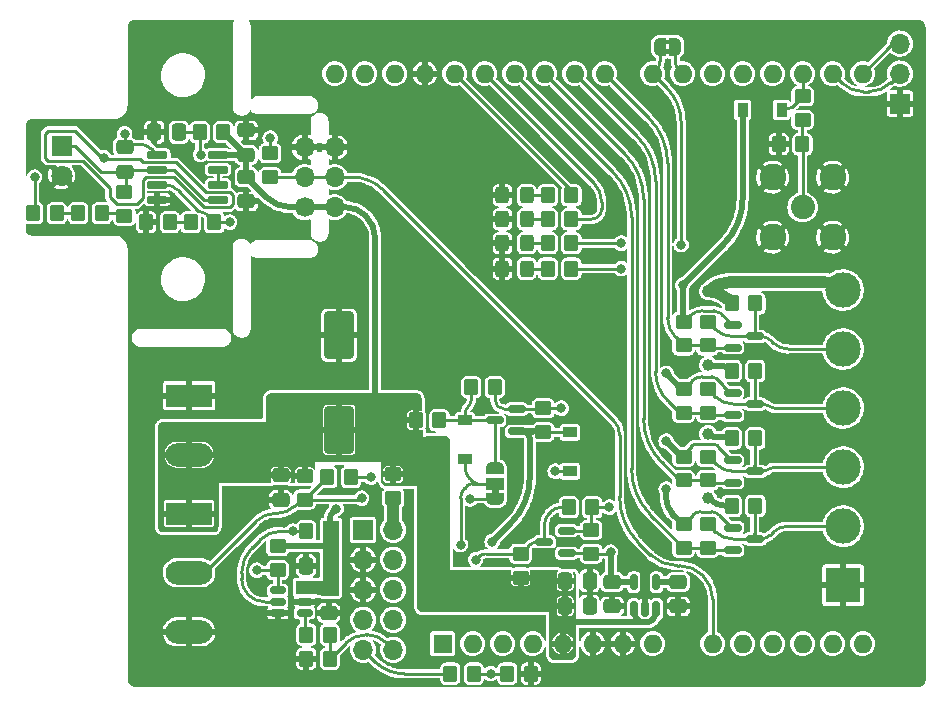
<source format=gtl>
G04 #@! TF.GenerationSoftware,KiCad,Pcbnew,6.0.10-86aedd382b~118~ubuntu22.04.1*
G04 #@! TF.CreationDate,2023-01-24T12:47:22+01:00*
G04 #@! TF.ProjectId,shield,73686965-6c64-42e6-9b69-6361645f7063,rev?*
G04 #@! TF.SameCoordinates,Original*
G04 #@! TF.FileFunction,Copper,L1,Top*
G04 #@! TF.FilePolarity,Positive*
%FSLAX46Y46*%
G04 Gerber Fmt 4.6, Leading zero omitted, Abs format (unit mm)*
G04 Created by KiCad (PCBNEW 6.0.10-86aedd382b~118~ubuntu22.04.1) date 2023-01-24 12:47:22*
%MOMM*%
%LPD*%
G01*
G04 APERTURE LIST*
G04 Aperture macros list*
%AMRoundRect*
0 Rectangle with rounded corners*
0 $1 Rounding radius*
0 $2 $3 $4 $5 $6 $7 $8 $9 X,Y pos of 4 corners*
0 Add a 4 corners polygon primitive as box body*
4,1,4,$2,$3,$4,$5,$6,$7,$8,$9,$2,$3,0*
0 Add four circle primitives for the rounded corners*
1,1,$1+$1,$2,$3*
1,1,$1+$1,$4,$5*
1,1,$1+$1,$6,$7*
1,1,$1+$1,$8,$9*
0 Add four rect primitives between the rounded corners*
20,1,$1+$1,$2,$3,$4,$5,0*
20,1,$1+$1,$4,$5,$6,$7,0*
20,1,$1+$1,$6,$7,$8,$9,0*
20,1,$1+$1,$8,$9,$2,$3,0*%
%AMFreePoly0*
4,1,22,0.550000,-0.750000,0.000000,-0.750000,0.000000,-0.745033,-0.079941,-0.743568,-0.215256,-0.701293,-0.333266,-0.622738,-0.424486,-0.514219,-0.481581,-0.384460,-0.499164,-0.250000,-0.500000,-0.250000,-0.500000,0.250000,-0.499164,0.250000,-0.499963,0.256109,-0.478152,0.396186,-0.417904,0.524511,-0.324060,0.630769,-0.204165,0.706417,-0.067858,0.745374,0.000000,0.744959,0.000000,0.750000,
0.550000,0.750000,0.550000,-0.750000,0.550000,-0.750000,$1*%
%AMFreePoly1*
4,1,20,0.000000,0.744959,0.073905,0.744508,0.209726,0.703889,0.328688,0.626782,0.421226,0.519385,0.479903,0.390333,0.500000,0.250000,0.500000,-0.250000,0.499851,-0.262216,0.476331,-0.402017,0.414519,-0.529596,0.319384,-0.634700,0.198574,-0.708877,0.061801,-0.746166,0.000000,-0.745033,0.000000,-0.750000,-0.550000,-0.750000,-0.550000,0.750000,0.000000,0.750000,0.000000,0.744959,
0.000000,0.744959,$1*%
%AMFreePoly2*
4,1,22,0.500000,-0.750000,0.000000,-0.750000,0.000000,-0.745033,-0.079941,-0.743568,-0.215256,-0.701293,-0.333266,-0.622738,-0.424486,-0.514219,-0.481581,-0.384460,-0.499164,-0.250000,-0.500000,-0.250000,-0.500000,0.250000,-0.499164,0.250000,-0.499963,0.256109,-0.478152,0.396186,-0.417904,0.524511,-0.324060,0.630769,-0.204165,0.706417,-0.067858,0.745374,0.000000,0.744959,0.000000,0.750000,
0.500000,0.750000,0.500000,-0.750000,0.500000,-0.750000,$1*%
%AMFreePoly3*
4,1,20,0.000000,0.744959,0.073905,0.744508,0.209726,0.703889,0.328688,0.626782,0.421226,0.519385,0.479903,0.390333,0.500000,0.250000,0.500000,-0.250000,0.499851,-0.262216,0.476331,-0.402017,0.414519,-0.529596,0.319384,-0.634700,0.198574,-0.708877,0.061801,-0.746166,0.000000,-0.745033,0.000000,-0.750000,-0.500000,-0.750000,-0.500000,0.750000,0.000000,0.750000,0.000000,0.744959,
0.000000,0.744959,$1*%
G04 Aperture macros list end*
G04 #@! TA.AperFunction,SMDPad,CuDef*
%ADD10RoundRect,0.250000X-0.475000X0.337500X-0.475000X-0.337500X0.475000X-0.337500X0.475000X0.337500X0*%
G04 #@! TD*
G04 #@! TA.AperFunction,SMDPad,CuDef*
%ADD11RoundRect,0.250000X0.350000X0.450000X-0.350000X0.450000X-0.350000X-0.450000X0.350000X-0.450000X0*%
G04 #@! TD*
G04 #@! TA.AperFunction,SMDPad,CuDef*
%ADD12RoundRect,0.250000X-0.350000X-0.450000X0.350000X-0.450000X0.350000X0.450000X-0.350000X0.450000X0*%
G04 #@! TD*
G04 #@! TA.AperFunction,SMDPad,CuDef*
%ADD13RoundRect,0.250000X-0.325000X-0.450000X0.325000X-0.450000X0.325000X0.450000X-0.325000X0.450000X0*%
G04 #@! TD*
G04 #@! TA.AperFunction,SMDPad,CuDef*
%ADD14R,1.200000X0.900000*%
G04 #@! TD*
G04 #@! TA.AperFunction,SMDPad,CuDef*
%ADD15RoundRect,0.250000X0.475000X-0.337500X0.475000X0.337500X-0.475000X0.337500X-0.475000X-0.337500X0*%
G04 #@! TD*
G04 #@! TA.AperFunction,SMDPad,CuDef*
%ADD16FreePoly0,90.000000*%
G04 #@! TD*
G04 #@! TA.AperFunction,SMDPad,CuDef*
%ADD17R,1.500000X1.000000*%
G04 #@! TD*
G04 #@! TA.AperFunction,SMDPad,CuDef*
%ADD18FreePoly1,90.000000*%
G04 #@! TD*
G04 #@! TA.AperFunction,SMDPad,CuDef*
%ADD19RoundRect,0.250000X-0.450000X0.350000X-0.450000X-0.350000X0.450000X-0.350000X0.450000X0.350000X0*%
G04 #@! TD*
G04 #@! TA.AperFunction,ComponentPad*
%ADD20C,2.050000*%
G04 #@! TD*
G04 #@! TA.AperFunction,ComponentPad*
%ADD21C,2.250000*%
G04 #@! TD*
G04 #@! TA.AperFunction,ComponentPad*
%ADD22R,1.700000X1.700000*%
G04 #@! TD*
G04 #@! TA.AperFunction,ComponentPad*
%ADD23O,1.700000X1.700000*%
G04 #@! TD*
G04 #@! TA.AperFunction,ComponentPad*
%ADD24R,1.800000X1.800000*%
G04 #@! TD*
G04 #@! TA.AperFunction,ComponentPad*
%ADD25C,1.800000*%
G04 #@! TD*
G04 #@! TA.AperFunction,SMDPad,CuDef*
%ADD26RoundRect,0.250000X0.450000X-0.350000X0.450000X0.350000X-0.450000X0.350000X-0.450000X-0.350000X0*%
G04 #@! TD*
G04 #@! TA.AperFunction,ComponentPad*
%ADD27R,3.960000X1.980000*%
G04 #@! TD*
G04 #@! TA.AperFunction,ComponentPad*
%ADD28O,3.960000X1.980000*%
G04 #@! TD*
G04 #@! TA.AperFunction,SMDPad,CuDef*
%ADD29RoundRect,0.150000X-0.587500X-0.150000X0.587500X-0.150000X0.587500X0.150000X-0.587500X0.150000X0*%
G04 #@! TD*
G04 #@! TA.AperFunction,SMDPad,CuDef*
%ADD30RoundRect,0.150000X0.587500X0.150000X-0.587500X0.150000X-0.587500X-0.150000X0.587500X-0.150000X0*%
G04 #@! TD*
G04 #@! TA.AperFunction,SMDPad,CuDef*
%ADD31R,0.900000X1.200000*%
G04 #@! TD*
G04 #@! TA.AperFunction,SMDPad,CuDef*
%ADD32RoundRect,0.150000X0.512500X0.150000X-0.512500X0.150000X-0.512500X-0.150000X0.512500X-0.150000X0*%
G04 #@! TD*
G04 #@! TA.AperFunction,SMDPad,CuDef*
%ADD33RoundRect,0.250000X1.000000X-1.750000X1.000000X1.750000X-1.000000X1.750000X-1.000000X-1.750000X0*%
G04 #@! TD*
G04 #@! TA.AperFunction,SMDPad,CuDef*
%ADD34FreePoly2,0.000000*%
G04 #@! TD*
G04 #@! TA.AperFunction,SMDPad,CuDef*
%ADD35FreePoly3,0.000000*%
G04 #@! TD*
G04 #@! TA.AperFunction,ComponentPad*
%ADD36C,1.700000*%
G04 #@! TD*
G04 #@! TA.AperFunction,SMDPad,CuDef*
%ADD37RoundRect,0.250000X-0.337500X-0.475000X0.337500X-0.475000X0.337500X0.475000X-0.337500X0.475000X0*%
G04 #@! TD*
G04 #@! TA.AperFunction,SMDPad,CuDef*
%ADD38RoundRect,0.150000X0.150000X-0.512500X0.150000X0.512500X-0.150000X0.512500X-0.150000X-0.512500X0*%
G04 #@! TD*
G04 #@! TA.AperFunction,SMDPad,CuDef*
%ADD39RoundRect,0.250000X0.337500X0.475000X-0.337500X0.475000X-0.337500X-0.475000X0.337500X-0.475000X0*%
G04 #@! TD*
G04 #@! TA.AperFunction,ComponentPad*
%ADD40R,3.000000X3.000000*%
G04 #@! TD*
G04 #@! TA.AperFunction,ComponentPad*
%ADD41C,3.000000*%
G04 #@! TD*
G04 #@! TA.AperFunction,SMDPad,CuDef*
%ADD42RoundRect,0.150000X-0.725000X-0.150000X0.725000X-0.150000X0.725000X0.150000X-0.725000X0.150000X0*%
G04 #@! TD*
G04 #@! TA.AperFunction,ComponentPad*
%ADD43R,1.600000X1.600000*%
G04 #@! TD*
G04 #@! TA.AperFunction,ComponentPad*
%ADD44O,1.600000X1.600000*%
G04 #@! TD*
G04 #@! TA.AperFunction,ViaPad*
%ADD45C,0.800000*%
G04 #@! TD*
G04 #@! TA.AperFunction,ViaPad*
%ADD46C,1.000000*%
G04 #@! TD*
G04 #@! TA.AperFunction,Conductor*
%ADD47C,0.254000*%
G04 #@! TD*
G04 #@! TA.AperFunction,Conductor*
%ADD48C,0.250000*%
G04 #@! TD*
G04 #@! TA.AperFunction,Conductor*
%ADD49C,0.500000*%
G04 #@! TD*
G04 #@! TA.AperFunction,Conductor*
%ADD50C,1.000000*%
G04 #@! TD*
G04 APERTURE END LIST*
G36*
X154478000Y-111420000D02*
G01*
X153878000Y-111420000D01*
X153878000Y-110920000D01*
X154478000Y-110920000D01*
X154478000Y-111420000D01*
G37*
G36*
X169033000Y-74133000D02*
G01*
X168533000Y-74133000D01*
X168533000Y-73733000D01*
X169033000Y-73733000D01*
X169033000Y-74133000D01*
G37*
G36*
X169033000Y-73333000D02*
G01*
X168533000Y-73333000D01*
X168533000Y-72933000D01*
X169033000Y-72933000D01*
X169033000Y-73333000D01*
G37*
D10*
X164084000Y-118850500D03*
X164084000Y-120925500D03*
D11*
X140192000Y-114554000D03*
X138192000Y-114554000D03*
D12*
X158639000Y-86106000D03*
X160639000Y-86106000D03*
D13*
X154804000Y-88138000D03*
X156854000Y-88138000D03*
D14*
X151638000Y-105157000D03*
X151638000Y-108457000D03*
D15*
X133096000Y-82698500D03*
X133096000Y-80623500D03*
X122804650Y-84113071D03*
X122804650Y-82038071D03*
D13*
X154804000Y-92329000D03*
X156854000Y-92329000D03*
D12*
X174206000Y-106701000D03*
X176206000Y-106701000D03*
D16*
X154178000Y-111820000D03*
D17*
X154178000Y-110520000D03*
D18*
X154178000Y-109220000D03*
D12*
X174206000Y-100986000D03*
X176206000Y-100986000D03*
D19*
X138049000Y-109871000D03*
X138049000Y-111871000D03*
D11*
X140192000Y-123317000D03*
X138192000Y-123317000D03*
X180197000Y-81788000D03*
X178197000Y-81788000D03*
D13*
X154804000Y-86106000D03*
X156854000Y-86106000D03*
D12*
X118888000Y-87630000D03*
X120888000Y-87630000D03*
X158639000Y-92329000D03*
X160639000Y-92329000D03*
D19*
X145542000Y-109744000D03*
X145542000Y-111744000D03*
D20*
X180213000Y-87122000D03*
D21*
X177673000Y-84582000D03*
X182753000Y-84582000D03*
X177673000Y-89662000D03*
X182753000Y-89662000D03*
D22*
X142997000Y-114432000D03*
D23*
X145537000Y-114432000D03*
X142997000Y-116972000D03*
X145537000Y-116972000D03*
X142997000Y-119512000D03*
X145537000Y-119512000D03*
X142997000Y-122052000D03*
X145537000Y-122052000D03*
X142997000Y-124592000D03*
X145537000Y-124592000D03*
D24*
X117475000Y-81910000D03*
D25*
X117475000Y-84450000D03*
D26*
X156337000Y-118475000D03*
X156337000Y-116475000D03*
D19*
X170142000Y-108241000D03*
X170142000Y-110241000D03*
D12*
X138192000Y-125349000D03*
X140192000Y-125349000D03*
D14*
X160528000Y-106173000D03*
X160528000Y-109473000D03*
D27*
X128260000Y-113069000D03*
D28*
X128260000Y-118069000D03*
X128260000Y-123069000D03*
D12*
X139970000Y-109982000D03*
X141970000Y-109982000D03*
D29*
X174284500Y-97115000D03*
X174284500Y-99015000D03*
X176159500Y-98065000D03*
D11*
X130413000Y-88392000D03*
X128413000Y-88392000D03*
D19*
X172174000Y-113956000D03*
X172174000Y-115956000D03*
D26*
X122783369Y-87864028D03*
X122783369Y-85864028D03*
D12*
X174222000Y-95271000D03*
X176222000Y-95271000D03*
X155210000Y-126619000D03*
X157210000Y-126619000D03*
D26*
X180213000Y-79740000D03*
X180213000Y-77740000D03*
D12*
X129175000Y-80772000D03*
X131175000Y-80772000D03*
D26*
X162306000Y-116459000D03*
X162306000Y-114459000D03*
X158242000Y-106156000D03*
X158242000Y-104156000D03*
D29*
X174284500Y-102830000D03*
X174284500Y-104730000D03*
X176159500Y-103780000D03*
D30*
X160228000Y-116409000D03*
X160228000Y-114509000D03*
X158353000Y-115459000D03*
D12*
X158639000Y-88138000D03*
X160639000Y-88138000D03*
D10*
X140081000Y-119411886D03*
X140081000Y-121486886D03*
D19*
X170142000Y-96827000D03*
X170142000Y-98827000D03*
X172174000Y-96827000D03*
X172174000Y-98827000D03*
D30*
X156004500Y-106106000D03*
X156004500Y-104206000D03*
X154129500Y-105156000D03*
D26*
X135128000Y-84566000D03*
X135128000Y-82566000D03*
D12*
X115078000Y-87630000D03*
X117078000Y-87630000D03*
X152162000Y-102362000D03*
X154162000Y-102362000D03*
X160417000Y-112522000D03*
X162417000Y-112522000D03*
D31*
X175134000Y-78867000D03*
X178434000Y-78867000D03*
D22*
X188443000Y-78344000D03*
D23*
X188443000Y-75804000D03*
X188443000Y-73264000D03*
D12*
X150384000Y-126619000D03*
X152384000Y-126619000D03*
D32*
X138043500Y-121473000D03*
X138043500Y-120523000D03*
X138043500Y-119573000D03*
X135768500Y-119573000D03*
X135768500Y-120523000D03*
X135768500Y-121473000D03*
D19*
X135763000Y-115840000D03*
X135763000Y-117840000D03*
D33*
X140970000Y-105967500D03*
X140970000Y-97967500D03*
D27*
X128270000Y-103077000D03*
D28*
X128270000Y-108077000D03*
D10*
X136017000Y-109833500D03*
X136017000Y-111908500D03*
D34*
X168133000Y-73533000D03*
D35*
X169433000Y-73533000D03*
D11*
X126651161Y-88392058D03*
X124651161Y-88392058D03*
D12*
X147463000Y-105156000D03*
X149463000Y-105156000D03*
X158639000Y-90170000D03*
X160639000Y-90170000D03*
D36*
X138049000Y-87122000D03*
D23*
X140589000Y-87122000D03*
X138049000Y-84582000D03*
X140589000Y-84582000D03*
X138049000Y-82042000D03*
X140589000Y-82042000D03*
D37*
X125327500Y-80772000D03*
X127402500Y-80772000D03*
D29*
X174284500Y-114260000D03*
X174284500Y-116160000D03*
X176159500Y-115210000D03*
D15*
X169672000Y-120925500D03*
X169672000Y-118850500D03*
D38*
X165928000Y-121152500D03*
X166878000Y-121152500D03*
X167828000Y-121152500D03*
X167828000Y-118877500D03*
X165928000Y-118877500D03*
D37*
X160104000Y-120904000D03*
X162179000Y-120904000D03*
D10*
X133096000Y-84560500D03*
X133096000Y-86635500D03*
D37*
X160104000Y-118745000D03*
X162179000Y-118745000D03*
D19*
X172174000Y-102526000D03*
X172174000Y-104526000D03*
X170142000Y-102526000D03*
X170142000Y-104526000D03*
X170142000Y-113956000D03*
X170142000Y-115956000D03*
D39*
X140229500Y-117475000D03*
X138154500Y-117475000D03*
D29*
X174284500Y-108545000D03*
X174284500Y-110445000D03*
X176159500Y-109495000D03*
D40*
X183642000Y-119126000D03*
D41*
X183642000Y-114126000D03*
X183642000Y-109126000D03*
X183642000Y-104126000D03*
X183642000Y-99126000D03*
X183642000Y-94126000D03*
D12*
X174222000Y-112416000D03*
X176222000Y-112416000D03*
D19*
X172174000Y-108241000D03*
X172174000Y-110241000D03*
D13*
X154804000Y-90170000D03*
X156854000Y-90170000D03*
D42*
X125568000Y-82677000D03*
X125568000Y-83947000D03*
X125568000Y-85217000D03*
X125568000Y-86487000D03*
X130718000Y-86487000D03*
X130718000Y-85217000D03*
X130718000Y-83947000D03*
X130718000Y-82677000D03*
D43*
X149733000Y-124079000D03*
D44*
X152273000Y-124079000D03*
X154813000Y-124079000D03*
X157353000Y-124079000D03*
X159893000Y-124079000D03*
X162433000Y-124079000D03*
X164973000Y-124079000D03*
X167513000Y-124079000D03*
X172593000Y-124079000D03*
X175133000Y-124079000D03*
X177673000Y-124079000D03*
X180213000Y-124079000D03*
X182753000Y-124079000D03*
X185293000Y-124079000D03*
X185293000Y-75819000D03*
X182753000Y-75819000D03*
X180213000Y-75819000D03*
X177673000Y-75819000D03*
X175133000Y-75819000D03*
X172593000Y-75819000D03*
X170053000Y-75819000D03*
X167513000Y-75819000D03*
X163453000Y-75819000D03*
X160913000Y-75819000D03*
X158373000Y-75819000D03*
X155833000Y-75819000D03*
X153293000Y-75819000D03*
X150753000Y-75819000D03*
X148213000Y-75819000D03*
X145673000Y-75819000D03*
X143133000Y-75819000D03*
X140593000Y-75819000D03*
D45*
X121031000Y-82931000D03*
X153924000Y-115443000D03*
X163957000Y-116332000D03*
X170053000Y-93726000D03*
X168656000Y-110998000D03*
X168656000Y-101193000D03*
X168656000Y-106934000D03*
X140716000Y-112649000D03*
D46*
X172212000Y-100457000D03*
X172212000Y-111760000D03*
X159893000Y-122428000D03*
X172212000Y-94234000D03*
X172212000Y-106299000D03*
D45*
X188214000Y-119253000D03*
X145034000Y-73533000D03*
X134874000Y-98933000D03*
X124714000Y-73533000D03*
X124714000Y-126873000D03*
X172974000Y-73533000D03*
X185674000Y-101473000D03*
X150114000Y-81153000D03*
X137414000Y-93853000D03*
X188214000Y-91313000D03*
X133985000Y-118999000D03*
X163830000Y-111252000D03*
X188214000Y-93853000D03*
X150114000Y-83693000D03*
X124714000Y-119253000D03*
X137414000Y-98933000D03*
X183134000Y-121793000D03*
X132334000Y-101473000D03*
X183134000Y-78613000D03*
X152654000Y-88773000D03*
X132334000Y-104013000D03*
X152654000Y-96393000D03*
X185674000Y-121793000D03*
X127254000Y-126873000D03*
X152654000Y-73533000D03*
X129794000Y-126873000D03*
X134874000Y-101473000D03*
X147574000Y-86233000D03*
X124714000Y-104013000D03*
X137414000Y-76073000D03*
X147574000Y-91313000D03*
X185674000Y-73533000D03*
X188214000Y-106553000D03*
X142494000Y-93853000D03*
X188214000Y-121793000D03*
X150114000Y-98933000D03*
X147574000Y-78613000D03*
X147574000Y-81153000D03*
X137414000Y-126873000D03*
X150114000Y-73533000D03*
X142494000Y-91313000D03*
X155194000Y-73533000D03*
X129794000Y-78613000D03*
X137414000Y-101473000D03*
X185674000Y-88773000D03*
X124714000Y-111633000D03*
X188214000Y-111633000D03*
X150114000Y-93853000D03*
X172974000Y-83693000D03*
X142494000Y-73533000D03*
X165354000Y-73533000D03*
X139954000Y-93853000D03*
X132334000Y-111633000D03*
X124714000Y-106553000D03*
X185674000Y-86233000D03*
X188214000Y-86233000D03*
X123952000Y-80772000D03*
X180594000Y-126873000D03*
X162814000Y-73533000D03*
X188214000Y-96393000D03*
X132334000Y-126873000D03*
X188214000Y-124333000D03*
X134874000Y-76073000D03*
X139954000Y-126873000D03*
X137414000Y-96393000D03*
X142494000Y-81153000D03*
X137414000Y-88773000D03*
X155194000Y-98933000D03*
X183134000Y-96393000D03*
X157734000Y-96393000D03*
X136398000Y-122555000D03*
X151257000Y-116967000D03*
X150114000Y-78613000D03*
X136271000Y-113829500D03*
X147574000Y-93853000D03*
X185674000Y-111633000D03*
X185674000Y-81153000D03*
X139954000Y-91313000D03*
X185674000Y-106553000D03*
X139954000Y-73533000D03*
X183134000Y-111633000D03*
X129794000Y-96393000D03*
X185674000Y-78613000D03*
X188214000Y-81153000D03*
X128143000Y-82296000D03*
X175514000Y-126873000D03*
X178054000Y-126873000D03*
X142494000Y-126873000D03*
X132334000Y-124333000D03*
X152654000Y-81153000D03*
X134874000Y-93853000D03*
X188214000Y-83693000D03*
X129794000Y-73533000D03*
X124714000Y-91313000D03*
X127254000Y-73533000D03*
X183134000Y-73533000D03*
X124714000Y-76073000D03*
X124714000Y-116713000D03*
X137414000Y-73533000D03*
X160274000Y-73533000D03*
X117094000Y-86233000D03*
X185674000Y-126873000D03*
X157734000Y-101473000D03*
X185674000Y-96393000D03*
X185674000Y-91313000D03*
X139954000Y-101473000D03*
X132334000Y-121793000D03*
X147574000Y-98933000D03*
X175514000Y-121793000D03*
X175514000Y-119253000D03*
X188214000Y-114173000D03*
X124714000Y-121793000D03*
X147574000Y-83693000D03*
X152654000Y-86233000D03*
X188214000Y-98933000D03*
X165354000Y-76073000D03*
X134874000Y-126873000D03*
X183134000Y-126873000D03*
X134874000Y-96393000D03*
X188214000Y-88773000D03*
X183134000Y-81153000D03*
X157734000Y-93853000D03*
X124714000Y-124333000D03*
X133096000Y-88392000D03*
X132334000Y-98933000D03*
X124714000Y-96393000D03*
X183134000Y-106553000D03*
X152654000Y-98933000D03*
X124714000Y-101473000D03*
X180594000Y-91313000D03*
X183134000Y-101473000D03*
X147574000Y-73533000D03*
X152654000Y-91313000D03*
X188214000Y-109093000D03*
X183134000Y-116713000D03*
X147574000Y-96393000D03*
X129794000Y-91313000D03*
X150114000Y-96393000D03*
X134874000Y-73533000D03*
X124714000Y-93853000D03*
X155194000Y-93853000D03*
X152654000Y-83693000D03*
X147574000Y-101473000D03*
X170434000Y-124333000D03*
X180594000Y-73533000D03*
X150114000Y-86233000D03*
X119634000Y-86233000D03*
X134874000Y-124333000D03*
X178054000Y-73533000D03*
X188214000Y-126873000D03*
X127254000Y-96393000D03*
X188214000Y-104013000D03*
X185674000Y-83693000D03*
X175514000Y-73533000D03*
X134874000Y-88773000D03*
X157734000Y-73533000D03*
X147574000Y-124333000D03*
X188214000Y-101473000D03*
X124714000Y-114173000D03*
X155194000Y-83693000D03*
X150114000Y-88773000D03*
X150114000Y-101473000D03*
X124714000Y-78613000D03*
X169926000Y-91567000D03*
X124714000Y-109093000D03*
X185674000Y-116713000D03*
X139954000Y-78613000D03*
X127254000Y-78613000D03*
X188214000Y-116713000D03*
X153797000Y-126619000D03*
X164846000Y-90170000D03*
X164846000Y-92329000D03*
X143637000Y-109982000D03*
X159258000Y-109474000D03*
X159766000Y-104140000D03*
X169926000Y-90297000D03*
X163830000Y-112522000D03*
X137033000Y-114554000D03*
X133985000Y-117856000D03*
X115189000Y-84582000D03*
X122809000Y-80899000D03*
X135128000Y-81280000D03*
X151257000Y-115697000D03*
X152048703Y-111820000D03*
X142875000Y-111760000D03*
X152527000Y-116967000D03*
X129243500Y-82677000D03*
X131699000Y-88392000D03*
D47*
X129667000Y-85852000D02*
X131699000Y-85852000D01*
X116332000Y-83185000D02*
X116078000Y-82931000D01*
X129540000Y-87122000D02*
X127000000Y-84582000D01*
X131699000Y-85852000D02*
X131953000Y-86106000D01*
X118618000Y-80645000D02*
X120904000Y-82931000D01*
X124333000Y-84836000D02*
X124333000Y-86360000D01*
X122171340Y-86868000D02*
X121539000Y-86235660D01*
X121031000Y-82931000D02*
X121158000Y-83058000D01*
X116078000Y-82931000D02*
X116078000Y-80899000D01*
X116332000Y-80645000D02*
X118618000Y-80645000D01*
X121539000Y-85471000D02*
X119253000Y-83185000D01*
X119253000Y-83185000D02*
X116332000Y-83185000D01*
X124333000Y-83312000D02*
X127127000Y-83312000D01*
X121158000Y-83058000D02*
X124079000Y-83058000D01*
X116078000Y-80899000D02*
X116332000Y-80645000D01*
X120904000Y-82931000D02*
X121031000Y-82931000D01*
X131953000Y-86106000D02*
X131953000Y-86868000D01*
X121539000Y-86235660D02*
X121539000Y-85471000D01*
X131953000Y-86868000D02*
X131699000Y-87122000D01*
X127000000Y-84582000D02*
X124587000Y-84582000D01*
X127127000Y-83312000D02*
X129667000Y-85852000D01*
X124333000Y-86360000D02*
X123825000Y-86868000D01*
X124079000Y-83058000D02*
X124333000Y-83312000D01*
X124587000Y-84582000D02*
X124333000Y-84836000D01*
X123825000Y-86868000D02*
X122171340Y-86868000D01*
X131699000Y-87122000D02*
X129540000Y-87122000D01*
X173101000Y-113157000D02*
X174147078Y-114203078D01*
X162220644Y-116409000D02*
X160228000Y-116409000D01*
D48*
X172720000Y-107188000D02*
X171121605Y-107188000D01*
X171750094Y-95885000D02*
X172713439Y-95885000D01*
D49*
X168656000Y-101193000D02*
X169934906Y-102471906D01*
X170053000Y-96675067D02*
X170053000Y-93726000D01*
D47*
X162341355Y-116459000D02*
X163740197Y-116459000D01*
D49*
X163957000Y-116332000D02*
X163957000Y-118633697D01*
D48*
X170186500Y-96782500D02*
X170613000Y-96356000D01*
D47*
X163957000Y-116332000D02*
X163893500Y-116395500D01*
D49*
X158217000Y-106131000D02*
X158234000Y-106148000D01*
X155521207Y-113845792D02*
X153924000Y-115443000D01*
X175133000Y-86392036D02*
X175133000Y-82422000D01*
X175133500Y-78867500D02*
X175134000Y-78867000D01*
X165914500Y-118864000D02*
X165928000Y-118877500D01*
D48*
X170320898Y-107809102D02*
X170815000Y-107315000D01*
D47*
X158269313Y-106172000D02*
X160148000Y-106172000D01*
D48*
X173295666Y-96126166D02*
X174284500Y-97115000D01*
D49*
X140192000Y-113543523D02*
X140192000Y-114554000D01*
X158234000Y-106148000D02*
X158250000Y-106164000D01*
D48*
X173145901Y-107486901D02*
X173564098Y-107905098D01*
D47*
X157645250Y-106156000D02*
X156584750Y-106156000D01*
D48*
X170835082Y-101832918D02*
X170142000Y-102526000D01*
D47*
X156089855Y-106156000D02*
X156584750Y-106156000D01*
D49*
X140454000Y-112911000D02*
X140716000Y-112649000D01*
X173539207Y-90239792D02*
X170053000Y-93726000D01*
X175133000Y-79312603D02*
X175133000Y-80200396D01*
D48*
X172936802Y-107277803D02*
X173145901Y-107486901D01*
D49*
X169194815Y-113060815D02*
X170071615Y-113937615D01*
D48*
X173487010Y-102240010D02*
X173930276Y-102683275D01*
X172862173Y-101601000D02*
X173476989Y-102215816D01*
D49*
X175133000Y-79312603D02*
X175133000Y-78868707D01*
X164173802Y-118850500D02*
X165881908Y-118850500D01*
X157115000Y-109998036D02*
X157115000Y-106686250D01*
X175133000Y-80645000D02*
X175133000Y-82422000D01*
X169899713Y-108177713D02*
X168656000Y-106934000D01*
D47*
X170924885Y-113173115D02*
X170142000Y-113956000D01*
D48*
X171704000Y-101473000D02*
X172553154Y-101473000D01*
X173564098Y-107905098D02*
X174147078Y-108488078D01*
D47*
X158230686Y-106156000D02*
X157645250Y-106156000D01*
X172487790Y-112903000D02*
X171577000Y-112903000D01*
D49*
X156039855Y-106106000D02*
X158156644Y-106106000D01*
X168656000Y-111760000D02*
X168656000Y-110998000D01*
X175133000Y-80200396D02*
X175133000Y-80645000D01*
D48*
X173295648Y-96126184D02*
G75*
G03*
X172713439Y-95885000I-582248J-582216D01*
G01*
D47*
X158250004Y-106163996D02*
G75*
G03*
X158230686Y-106156000I-19304J-19304D01*
G01*
D49*
X168655991Y-111760000D02*
G75*
G03*
X169194815Y-113060815I1839609J0D01*
G01*
D48*
X172720000Y-107188000D02*
G75*
G02*
X172936801Y-107277804I0J-306600D01*
G01*
D49*
X170097501Y-96782499D02*
G75*
G03*
X170186499Y-96782499I44499J44501D01*
G01*
X157115000Y-106686250D02*
G75*
G03*
X156584750Y-106156000I-530200J50D01*
G01*
D48*
X173481992Y-102227913D02*
G75*
G03*
X173476988Y-102215817I-17092J13D01*
G01*
D47*
X162220644Y-116408982D02*
G75*
G02*
X162281000Y-116434000I-44J-85418D01*
G01*
D48*
X170142002Y-108241000D02*
G75*
G02*
X170320899Y-107809103I610798J0D01*
G01*
D47*
X162341355Y-116459018D02*
G75*
G02*
X162281000Y-116434000I45J85418D01*
G01*
D48*
X174284500Y-108544983D02*
G75*
G02*
X174147078Y-108488078I0J194383D01*
G01*
X173487018Y-102240002D02*
G75*
G02*
X173482000Y-102227913I12082J12102D01*
G01*
D47*
X174284500Y-114259983D02*
G75*
G02*
X174147078Y-114203078I0J194383D01*
G01*
D48*
X172862192Y-101600981D02*
G75*
G03*
X172553154Y-101473000I-308992J-309019D01*
G01*
D49*
X155521200Y-113845785D02*
G75*
G03*
X157115000Y-109998036I-3847800J3847785D01*
G01*
D48*
X170814998Y-107314998D02*
G75*
G02*
X171121605Y-107188000I306602J-306602D01*
G01*
D49*
X170052500Y-108240991D02*
G75*
G02*
X169899714Y-108177712I0J216091D01*
G01*
D48*
X174284500Y-102830013D02*
G75*
G02*
X173930277Y-102683274I0J500913D01*
G01*
D47*
X158234023Y-106147977D02*
G75*
G02*
X158230686Y-106156000I-3323J-3323D01*
G01*
D48*
X171750094Y-95884998D02*
G75*
G03*
X170613000Y-96356000I6J-1608102D01*
G01*
D49*
X173539200Y-90239785D02*
G75*
G03*
X175133000Y-86392036I-3847800J3847785D01*
G01*
X175133003Y-78868707D02*
G75*
G02*
X175133500Y-78867500I1697J7D01*
G01*
D47*
X157115000Y-106686250D02*
G75*
G02*
X157645250Y-106156000I530200J50D01*
G01*
D49*
X164173802Y-118850498D02*
G75*
G02*
X164020501Y-118786999I-2J216798D01*
G01*
D47*
X158249996Y-106164004D02*
G75*
G03*
X158269313Y-106172000I19304J19304D01*
G01*
X163740197Y-116458998D02*
G75*
G03*
X163893499Y-116395499I3J216798D01*
G01*
D49*
X140192010Y-113543523D02*
G75*
G02*
X140454000Y-112911000I894490J23D01*
G01*
D47*
X170924891Y-113173121D02*
G75*
G02*
X171577000Y-112903000I652109J-652079D01*
G01*
X173101003Y-113156997D02*
G75*
G03*
X172487790Y-112903000I-613203J-613203D01*
G01*
D49*
X158156644Y-106105982D02*
G75*
G02*
X158217000Y-106131000I-44J-85418D01*
G01*
X170097490Y-96782510D02*
G75*
G02*
X170053000Y-96675067I107410J107410D01*
G01*
X165881908Y-118850497D02*
G75*
G02*
X165914500Y-118864000I-8J-46103D01*
G01*
D47*
X156089855Y-106156018D02*
G75*
G02*
X156029500Y-106131000I45J85418D01*
G01*
D49*
X170065500Y-102525996D02*
G75*
G02*
X169934906Y-102471906I0J184696D01*
G01*
X170116000Y-113955991D02*
G75*
G02*
X170071615Y-113937615I0J62791D01*
G01*
X156039855Y-106105893D02*
G75*
G03*
X156029501Y-106130999I45J-14707D01*
G01*
X164020499Y-118787001D02*
G75*
G02*
X163957000Y-118633697I153301J153301D01*
G01*
D48*
X170835089Y-101832925D02*
G75*
G02*
X171704000Y-101473000I868911J-868875D01*
G01*
D49*
X140589000Y-87122000D02*
X141541500Y-87122000D01*
X172212000Y-106299000D02*
X172338906Y-106425906D01*
X143256000Y-87884000D02*
X143167519Y-87795519D01*
X173965136Y-100837813D02*
X173838229Y-100710906D01*
X172212000Y-100457000D02*
X172275500Y-100520500D01*
D50*
X173873015Y-94922015D02*
X174222000Y-95271000D01*
D49*
X166869421Y-122265000D02*
X166657143Y-122265005D01*
X166089522Y-122265000D02*
X160171258Y-122265000D01*
X133096000Y-82698500D02*
X131176944Y-80779444D01*
X131175000Y-80774750D02*
X131175000Y-80772000D01*
X130754702Y-82698500D02*
X133096000Y-82698500D01*
X166869421Y-122265000D02*
X166918112Y-122265000D01*
X166869421Y-122265000D02*
X166089522Y-122265000D01*
X136853250Y-87122000D02*
X138049000Y-87122000D01*
X167561500Y-121998500D02*
X167416843Y-122143157D01*
X166203736Y-121989264D02*
X166126353Y-121911881D01*
X142199077Y-105967500D02*
X140970000Y-105967500D01*
X159893000Y-122428000D02*
X159974500Y-122346500D01*
X167623115Y-121936884D02*
X167561500Y-121998500D01*
D50*
X182063105Y-93472000D02*
X174051630Y-93472000D01*
D49*
X172428802Y-100584000D02*
X173531850Y-100584000D01*
X133096000Y-82698500D02*
X133096000Y-84560500D01*
X173795724Y-112416000D02*
X174222000Y-112416000D01*
X166918112Y-122265000D02*
X167122701Y-122264997D01*
X133096000Y-84560500D02*
X134811977Y-86276477D01*
X166203736Y-121989264D02*
X166353856Y-122139384D01*
X140589000Y-87122000D02*
X138049000Y-87122000D01*
X130728750Y-82687750D02*
X130718000Y-82677000D01*
X173965136Y-106552813D02*
X172645285Y-106552813D01*
X174110500Y-106627000D02*
X174184500Y-106701000D01*
X165928000Y-121433014D02*
X165928000Y-121152500D01*
X174110500Y-100912000D02*
X174184500Y-100986000D01*
X167828000Y-121442250D02*
X167828000Y-121152500D01*
X144018000Y-89723630D02*
X144018000Y-104148577D01*
X167122701Y-122264990D02*
G75*
G03*
X167416842Y-122143156I-1J415990D01*
G01*
X131175024Y-80774750D02*
G75*
G03*
X131176944Y-80779444I6576J-50D01*
G01*
X143256009Y-87883991D02*
G75*
G02*
X144018000Y-89723630I-1839609J-1839609D01*
G01*
D50*
X172212000Y-94233992D02*
G75*
G02*
X173873014Y-94922016I0J-2349008D01*
G01*
D49*
X174110489Y-106627011D02*
G75*
G03*
X173965136Y-106552813I-193089J-198789D01*
G01*
X141541500Y-87121989D02*
G75*
G02*
X143167519Y-87795519I0J-2299511D01*
G01*
D50*
X174051630Y-93472013D02*
G75*
G03*
X172212000Y-94234000I-30J-2601587D01*
G01*
D49*
X166657143Y-122264980D02*
G75*
G02*
X166353856Y-122139384I-43J428880D01*
G01*
X130754702Y-82698498D02*
G75*
G02*
X130728751Y-82687749I-2J36698D01*
G01*
X166126364Y-121911870D02*
G75*
G02*
X165928000Y-121433014I478836J478870D01*
G01*
X144017990Y-104148577D02*
G75*
G02*
X143485249Y-105434749I-1818890J-23D01*
G01*
X172645285Y-106552815D02*
G75*
G02*
X172338906Y-106425906I15J433315D01*
G01*
X173965139Y-100837798D02*
G75*
G02*
X174110500Y-100912000I-47739J-273002D01*
G01*
X173531850Y-100584040D02*
G75*
G02*
X173838229Y-100710906I50J-433260D01*
G01*
X142199077Y-105967490D02*
G75*
G03*
X143485249Y-105434749I23J1818890D01*
G01*
X159974512Y-122346512D02*
G75*
G02*
X160171258Y-122265000I196788J-196788D01*
G01*
X166203698Y-121989302D02*
G75*
G02*
X166089522Y-122265000I-114198J-114198D01*
G01*
D50*
X183641999Y-94126001D02*
G75*
G03*
X182063105Y-93472000I-1578899J-1578899D01*
G01*
D49*
X167623087Y-121936856D02*
G75*
G03*
X167828000Y-121442250I-494587J494656D01*
G01*
X134812001Y-86276453D02*
G75*
G03*
X136853250Y-87122000I2041299J2041253D01*
G01*
X172428802Y-100583998D02*
G75*
G02*
X172275501Y-100520499I-2J216798D01*
G01*
X172211993Y-111760007D02*
G75*
G03*
X173795724Y-112416000I1583707J1583707D01*
G01*
D47*
X125327500Y-81262501D02*
X125327500Y-80772000D01*
D49*
X140589000Y-82042000D02*
X138049000Y-82042000D01*
D47*
X172593000Y-120293433D02*
X172593000Y-124079000D01*
X164719000Y-106426000D02*
X164719000Y-111665036D01*
D48*
X135155313Y-84582000D02*
X138049000Y-84582000D01*
D47*
X169774566Y-117475000D02*
X169608500Y-117475000D01*
D48*
X140589000Y-84582000D02*
X138049000Y-84582000D01*
X135136000Y-84574000D02*
X135128000Y-84566000D01*
X144714630Y-85659630D02*
X164180184Y-105125184D01*
X142113000Y-84582000D02*
X140589000Y-84582000D01*
D47*
X166312792Y-115512792D02*
X167332073Y-116532073D01*
X169774566Y-117475014D02*
G75*
G02*
X171767500Y-118300500I34J-2818386D01*
G01*
D48*
X135155313Y-84581994D02*
G75*
G02*
X135136000Y-84574000I-13J27294D01*
G01*
X142113000Y-84582012D02*
G75*
G02*
X144714629Y-85659631I0J-3679288D01*
G01*
D47*
X166312800Y-115512784D02*
G75*
G02*
X164719000Y-111665036I3847800J3847784D01*
G01*
X172592986Y-120293433D02*
G75*
G03*
X171767500Y-118300500I-2818386J33D01*
G01*
D48*
X164719009Y-106426000D02*
G75*
G03*
X164180184Y-105125184I-1839609J0D01*
G01*
D47*
X169608500Y-117474986D02*
G75*
G02*
X167332073Y-116532073I0J3219386D01*
G01*
X153797000Y-126619000D02*
X152384000Y-126619000D01*
X153797000Y-126619000D02*
X155210000Y-126619000D01*
D48*
X164846000Y-90170000D02*
X160639000Y-90170000D01*
D47*
X164846000Y-92329000D02*
X160639000Y-92329000D01*
X187637635Y-73474364D02*
X185293000Y-75819000D01*
X188145500Y-73264000D02*
X188443000Y-73264000D01*
X187637641Y-73474370D02*
G75*
G02*
X188145500Y-73264000I507859J-507830D01*
G01*
X183515000Y-76581000D02*
X182753000Y-75819000D01*
X185815762Y-77343000D02*
X185354630Y-77343000D01*
X187673500Y-76573500D02*
X188443000Y-75804000D01*
X185815762Y-77342984D02*
G75*
G03*
X187673500Y-76573500I38J2627184D01*
G01*
X185354630Y-77342987D02*
G75*
G02*
X183515000Y-76581000I-30J2601587D01*
G01*
X178760000Y-78867000D02*
X178434000Y-78867000D01*
X179316516Y-78636483D02*
X180213000Y-77740000D01*
X180213000Y-77740000D02*
X180213000Y-75819000D01*
X179316510Y-78636477D02*
G75*
G02*
X178760000Y-78867000I-556510J556477D01*
G01*
X159259707Y-109473000D02*
X160528000Y-109473000D01*
X159258500Y-109473500D02*
X159258000Y-109474000D01*
X143637000Y-109982000D02*
X141970000Y-109982000D01*
X159259707Y-109473003D02*
G75*
G03*
X159258500Y-109473500I-7J-1697D01*
G01*
D48*
X154952390Y-104206000D02*
X156004500Y-104206000D01*
X158226000Y-104172000D02*
X158217000Y-104181000D01*
D47*
X158242000Y-104156000D02*
X158250000Y-104148000D01*
D48*
X154162000Y-103415609D02*
X154162000Y-102362000D01*
D47*
X158269313Y-104140000D02*
X159766000Y-104140000D01*
X158242000Y-104156000D02*
X158226000Y-104172000D01*
D48*
X158156644Y-104206000D02*
X156004500Y-104206000D01*
D47*
X158249996Y-104147996D02*
G75*
G02*
X158269313Y-104140000I19304J-19304D01*
G01*
D48*
X154393503Y-103974497D02*
G75*
G03*
X154952390Y-104206000I558897J558897D01*
G01*
X154161997Y-103415609D02*
G75*
G03*
X154393501Y-103974499I790403J9D01*
G01*
X158216987Y-104180987D02*
G75*
G02*
X158156644Y-104206000I-60387J60387D01*
G01*
D47*
X169418000Y-74734987D02*
X169418000Y-73050606D01*
X169735500Y-75501500D02*
X170053000Y-75819000D01*
X169418006Y-74734987D02*
G75*
G03*
X169735500Y-75501500I1083994J-13D01*
G01*
X162495488Y-112522000D02*
X163830000Y-112522000D01*
D48*
X162220644Y-114509000D02*
X160228000Y-114509000D01*
D47*
X162306000Y-112711488D02*
X162306000Y-114423644D01*
X168148000Y-74734987D02*
X168148000Y-73050606D01*
X169926000Y-90297000D02*
X169926000Y-79938248D01*
X168719500Y-77025500D02*
X167830500Y-76136500D01*
X169926021Y-79938248D02*
G75*
G03*
X168719500Y-77025500I-4119321J-52D01*
G01*
X162495488Y-112521996D02*
G75*
G03*
X162361500Y-112577500I12J-189504D01*
G01*
D48*
X162280987Y-114483987D02*
G75*
G02*
X162220644Y-114509000I-60387J60387D01*
G01*
D47*
X167830501Y-76136499D02*
G75*
G02*
X167830501Y-75501501I317499J317499D01*
G01*
X162306018Y-114423644D02*
G75*
G02*
X162281000Y-114484000I-85418J44D01*
G01*
X168147994Y-74734987D02*
G75*
G02*
X167830500Y-75501500I-1083994J-13D01*
G01*
X162361503Y-112577503D02*
G75*
G03*
X162306000Y-112711488I133997J-133997D01*
G01*
D48*
X170142000Y-98827000D02*
X169462500Y-98147500D01*
X168783000Y-96507041D02*
X168783000Y-83406963D01*
X172494936Y-99015000D02*
X174284500Y-99015000D01*
X163454414Y-75824414D02*
X167189207Y-79559207D01*
X163453000Y-75821000D02*
X163453000Y-75819000D01*
X172041063Y-98827000D02*
X170142000Y-98827000D01*
X172268011Y-98920989D02*
G75*
G03*
X172041063Y-98827000I-226911J-226911D01*
G01*
X163454420Y-75824408D02*
G75*
G02*
X163453000Y-75821000I3380J3408D01*
G01*
X169462512Y-98147488D02*
G75*
G02*
X168783000Y-96507041I1640488J1640488D01*
G01*
X172267989Y-98921011D02*
G75*
G03*
X172494936Y-99015000I226911J226911D01*
G01*
X168783010Y-83406963D02*
G75*
G03*
X167189206Y-79559208I-5441610J-37D01*
G01*
X169684498Y-104406498D02*
X168785500Y-103507500D01*
X160914414Y-75824414D02*
X166173207Y-81083207D01*
X167767000Y-101048623D02*
X167767000Y-84930963D01*
X169973000Y-104526000D02*
X170142000Y-104526000D01*
X170480000Y-104526000D02*
X170142000Y-104526000D01*
X170480000Y-104526000D02*
X172029750Y-104526000D01*
X160913000Y-75821000D02*
X160913000Y-75819000D01*
X172522249Y-104730000D02*
X174284500Y-104730000D01*
X169684498Y-104406498D02*
G75*
G03*
X169973000Y-104526000I288502J288498D01*
G01*
X172275985Y-104628015D02*
G75*
G03*
X172522249Y-104730000I246215J246215D01*
G01*
X168785507Y-103507493D02*
G75*
G02*
X167767000Y-101048623I2458893J2458893D01*
G01*
X160914420Y-75824408D02*
G75*
G02*
X160913000Y-75821000I3380J3408D01*
G01*
X172276015Y-104627985D02*
G75*
G03*
X172029750Y-104526000I-246215J-246215D01*
G01*
X167767010Y-84930963D02*
G75*
G03*
X166173206Y-81083208I-5441610J-37D01*
G01*
X169684498Y-110121498D02*
X168277500Y-108714500D01*
X172522249Y-110445000D02*
X174284500Y-110445000D01*
X170142000Y-110241000D02*
X169973000Y-110241000D01*
X170480000Y-110241000D02*
X170142000Y-110241000D01*
X166751000Y-105029202D02*
X166751000Y-86454963D01*
X170480000Y-110241000D02*
X172029750Y-110241000D01*
X158374414Y-75824414D02*
X165157207Y-82607207D01*
X158373000Y-75821000D02*
X158373000Y-75819000D01*
X172275985Y-110343015D02*
G75*
G03*
X172522249Y-110445000I246215J246215D01*
G01*
X168277501Y-108714499D02*
G75*
G02*
X166751000Y-105029202I3685299J3685299D01*
G01*
X169973000Y-110241000D02*
G75*
G02*
X169684498Y-110121498I0J408000D01*
G01*
X166751010Y-86454963D02*
G75*
G03*
X165157206Y-82607208I-5441610J-37D01*
G01*
X172276015Y-110342985D02*
G75*
G03*
X172029750Y-110241000I-246215J-246215D01*
G01*
X158374420Y-75824408D02*
G75*
G02*
X158373000Y-75821000I3380J3408D01*
G01*
X170142000Y-115956000D02*
X167328792Y-113142792D01*
X172029750Y-115956000D02*
X170142000Y-115956000D01*
X155834414Y-75824414D02*
X164141207Y-84131207D01*
X172522249Y-116160000D02*
X174284500Y-116160000D01*
X165735000Y-109295036D02*
X165735000Y-87978963D01*
X155833000Y-75821000D02*
X155833000Y-75819000D01*
X155834420Y-75824408D02*
G75*
G02*
X155833000Y-75821000I3380J3408D01*
G01*
X165734990Y-109295036D02*
G75*
G03*
X167328793Y-113142791I5441610J36D01*
G01*
X172522249Y-116159979D02*
G75*
G02*
X172276000Y-116058000I-49J348179D01*
G01*
X172276015Y-116057985D02*
G75*
G03*
X172029750Y-115956000I-246215J-246215D01*
G01*
X164141199Y-84131215D02*
G75*
G02*
X165735000Y-87978963I-3847799J-3847785D01*
G01*
D47*
X162520066Y-85046066D02*
X153293000Y-75819000D01*
X162327789Y-88138000D02*
X160639000Y-88138000D01*
X163195000Y-87270789D02*
X163195000Y-86675500D01*
X162941003Y-87884003D02*
G75*
G03*
X163195000Y-87270789I-613203J613203D01*
G01*
X163194990Y-86675500D02*
G75*
G03*
X162520066Y-85046066I-2304390J0D01*
G01*
X162941003Y-87884003D02*
G75*
G02*
X162327789Y-88138000I-613203J613203D01*
G01*
X160639000Y-85905500D02*
X160639000Y-86106000D01*
X160497225Y-85563225D02*
X150753000Y-75819000D01*
X160497235Y-85563215D02*
G75*
G02*
X160639000Y-85905500I-342335J-342285D01*
G01*
D48*
X134282579Y-115272420D02*
X133613025Y-115941974D01*
X136017000Y-114554000D02*
X137033000Y-114554000D01*
X134666223Y-120523000D02*
X135768500Y-120523000D01*
X132715000Y-118571776D02*
X132715000Y-118110000D01*
X137033000Y-114554000D02*
X138192000Y-114554000D01*
X134666223Y-120522990D02*
G75*
G02*
X133286500Y-119951500I-23J1951190D01*
G01*
X136017000Y-114553988D02*
G75*
G03*
X134282580Y-115272421I0J-2452812D01*
G01*
X132715010Y-118571776D02*
G75*
G03*
X133286500Y-119951500I1951190J-24D01*
G01*
X133613036Y-115941985D02*
G75*
G03*
X132715000Y-118110000I2167964J-2168015D01*
G01*
X135768500Y-117849389D02*
X135768500Y-119573000D01*
X133993000Y-117848000D02*
X133985000Y-117856000D01*
X134012313Y-117840000D02*
X135759110Y-117840000D01*
X135765747Y-117842753D02*
G75*
G02*
X135768500Y-117849389I-6647J-6647D01*
G01*
X135759110Y-117839996D02*
G75*
G02*
X135765750Y-117842750I-10J-9404D01*
G01*
X134012313Y-117840006D02*
G75*
G03*
X133993000Y-117848000I-13J-27294D01*
G01*
X115189000Y-84582000D02*
X115189000Y-87567511D01*
X125115250Y-82224250D02*
X125568000Y-82677000D01*
X122809000Y-82030645D02*
X122809000Y-80899000D01*
X124022214Y-81771500D02*
X123190000Y-81771500D01*
X122806825Y-82035896D02*
X122804650Y-82038071D01*
X135128000Y-81280000D02*
X135128000Y-82566000D01*
X122809039Y-82030645D02*
G75*
G02*
X122806825Y-82035896I-7439J45D01*
G01*
X125115246Y-82224254D02*
G75*
G03*
X124022214Y-81771500I-1093046J-1093046D01*
G01*
X152162000Y-103372476D02*
X152162000Y-102362000D01*
X151636292Y-105156000D02*
X149463000Y-105156000D01*
X154178000Y-105238794D02*
X154178000Y-109220000D01*
X154127792Y-105157000D02*
X151638707Y-105157000D01*
X151638000Y-105156292D02*
X151638000Y-104637523D01*
X154153750Y-105180250D02*
X154130000Y-105156500D01*
X151636292Y-105156003D02*
G75*
G02*
X151637500Y-105156500I8J-1697D01*
G01*
X151637982Y-105156292D02*
G75*
G02*
X151637501Y-105156499I-282J-8D01*
G01*
X151638707Y-105157000D02*
G75*
G02*
X151638000Y-105156292I-7J700D01*
G01*
X151638707Y-105156997D02*
G75*
G02*
X151637500Y-105156500I-7J1697D01*
G01*
X154129002Y-105156502D02*
G75*
G02*
X154127792Y-105157000I-1202J1202D01*
G01*
X152161990Y-103372476D02*
G75*
G02*
X151900000Y-104005000I-894490J-24D01*
G01*
X151638010Y-104637523D02*
G75*
G02*
X151900000Y-104005000I894490J23D01*
G01*
X154178002Y-105238794D02*
G75*
G03*
X154153750Y-105180250I-82802J-6D01*
G01*
X154129001Y-105156501D02*
G75*
G02*
X154129999Y-105156501I499J-496D01*
G01*
X152274082Y-110364082D02*
X152034000Y-110124000D01*
D47*
X151257000Y-115697000D02*
X151257000Y-111769602D01*
D48*
X152650500Y-110520000D02*
X154178000Y-110520000D01*
X151638000Y-109167971D02*
X151638000Y-108457000D01*
D47*
X151622999Y-110885999D02*
X151833082Y-110675917D01*
D48*
X152209500Y-110520000D02*
X152650500Y-110520000D01*
X152274089Y-110364075D02*
G75*
G03*
X152650500Y-110520000I376411J376375D01*
G01*
D47*
X151833090Y-110675925D02*
G75*
G02*
X152209500Y-110520000I376410J-376375D01*
G01*
X152274041Y-110364123D02*
G75*
G02*
X152209500Y-110520000I-64541J-64577D01*
G01*
D48*
X152033992Y-110124008D02*
G75*
G02*
X151638000Y-109167971I956008J956008D01*
G01*
D47*
X151622999Y-110885999D02*
G75*
G03*
X151257000Y-111769602I883601J-883601D01*
G01*
D48*
X156854000Y-92329000D02*
X158639000Y-92329000D01*
X156854000Y-90170000D02*
X158639000Y-90170000D01*
X156854000Y-88138000D02*
X158639000Y-88138000D01*
X156854000Y-86106000D02*
X158639000Y-86106000D01*
X130718000Y-85078624D02*
X130718000Y-83947000D01*
X137630075Y-111980424D02*
X137159999Y-112450499D01*
X128920500Y-118069000D02*
X128260000Y-118069000D01*
X135760963Y-113030000D02*
X135600250Y-113030000D01*
X130048043Y-117601955D02*
X133926858Y-113723141D01*
X138060313Y-111871000D02*
X138065000Y-111871000D01*
X138037686Y-111871000D02*
X138060313Y-111871000D01*
X142658197Y-111887000D02*
X138076313Y-111887000D01*
X142875000Y-111760000D02*
X142811500Y-111823500D01*
X152048703Y-111820000D02*
X154178000Y-111820000D01*
X138037686Y-111871000D02*
X137894250Y-111871000D01*
X138092313Y-111859686D02*
X139970000Y-109982000D01*
X138060313Y-111871034D02*
G75*
G03*
X138057001Y-111878999I-13J-4666D01*
G01*
X138076313Y-111886994D02*
G75*
G02*
X138057000Y-111879000I-13J27294D01*
G01*
X128920500Y-118068995D02*
G75*
G03*
X130048043Y-117601955I0J1594595D01*
G01*
X137894250Y-111871035D02*
G75*
G03*
X137630075Y-111980424I-50J-373565D01*
G01*
X142811501Y-111823501D02*
G75*
G02*
X142658197Y-111887000I-153301J153301D01*
G01*
X133926840Y-113723123D02*
G75*
G02*
X135600250Y-113030000I1673360J-1673377D01*
G01*
X138037686Y-111871006D02*
G75*
G02*
X138057000Y-111879000I14J-27294D01*
G01*
X138065000Y-111871007D02*
G75*
G03*
X138092313Y-111859686I0J38607D01*
G01*
X137160011Y-112450511D02*
G75*
G02*
X135760963Y-113030000I-1399011J1399011D01*
G01*
X172801000Y-114583000D02*
X172174000Y-113956000D01*
X175667250Y-115210000D02*
X176651750Y-115210000D01*
X177686000Y-114668000D02*
X177492073Y-114861926D01*
X178994503Y-114126000D02*
X183642000Y-114126000D01*
X175667250Y-115210000D02*
X174314711Y-115210000D01*
X176159500Y-112522694D02*
X176159500Y-114717750D01*
X176190750Y-112447250D02*
X176222000Y-112416000D01*
X176159500Y-114717750D02*
G75*
G03*
X176651750Y-115210000I492200J-50D01*
G01*
X176190752Y-112447252D02*
G75*
G03*
X176159500Y-112522694I75448J-75448D01*
G01*
X176159500Y-114717750D02*
G75*
G02*
X175667250Y-115210000I-492300J50D01*
G01*
X177492049Y-114861902D02*
G75*
G02*
X176651750Y-115210000I-840349J840302D01*
G01*
X172800997Y-114583003D02*
G75*
G03*
X174314711Y-115210000I1513703J1513703D01*
G01*
X178994503Y-114126002D02*
G75*
G03*
X177686000Y-114668000I-3J-1850498D01*
G01*
X174389711Y-109495000D02*
X175667250Y-109495000D01*
X175667250Y-109495000D02*
X176651750Y-109495000D01*
X172211500Y-108241000D02*
X172174000Y-108241000D01*
X177773922Y-109126000D02*
X183642000Y-109126000D01*
X172876000Y-108868000D02*
X172275516Y-108267516D01*
X176182750Y-106724250D02*
X176206000Y-106701000D01*
X176159500Y-106780380D02*
X176159500Y-109002750D01*
X176651750Y-109495000D02*
X176883077Y-109495000D01*
X172275509Y-108267523D02*
G75*
G03*
X172211500Y-108241000I-64009J-63977D01*
G01*
X175667250Y-109495000D02*
G75*
G03*
X176159500Y-109002750I-50J492300D01*
G01*
X177328493Y-109310493D02*
G75*
G02*
X177773922Y-109126000I445407J-445407D01*
G01*
X176182756Y-106724256D02*
G75*
G03*
X176159500Y-106780380I56144J-56144D01*
G01*
X172875997Y-108868003D02*
G75*
G03*
X174389711Y-109495000I1513703J1513703D01*
G01*
X177328507Y-109310507D02*
G75*
G02*
X176883077Y-109495000I-445407J445407D01*
G01*
X176651750Y-109495000D02*
G75*
G02*
X176159500Y-109002750I-50J492200D01*
G01*
X172801000Y-103153000D02*
X172174000Y-102526000D01*
X183635000Y-104133000D02*
X183642000Y-104126000D01*
X176159500Y-103780000D02*
X176931441Y-103780000D01*
X183618100Y-104140000D02*
X177800558Y-104140000D01*
X176182750Y-101009250D02*
X176206000Y-100986000D01*
X176159500Y-103780000D02*
X174314711Y-103780000D01*
X176159500Y-101065380D02*
X176159500Y-103780000D01*
X183635000Y-104133000D02*
G75*
G02*
X183618100Y-104140000I-16900J16900D01*
G01*
X176159492Y-101065380D02*
G75*
G02*
X176182750Y-101009250I79408J-20D01*
G01*
X174314711Y-103779995D02*
G75*
G02*
X172801000Y-103153000I-11J2140695D01*
G01*
X176931441Y-103779983D02*
G75*
G02*
X177366000Y-103960000I-41J-614617D01*
G01*
X177366012Y-103959988D02*
G75*
G03*
X177800558Y-104140000I434588J434588D01*
G01*
X177548922Y-98427922D02*
X177716500Y-98595500D01*
X178997240Y-99126000D02*
X183642000Y-99126000D01*
X176672750Y-98065000D02*
X176416125Y-98065000D01*
X176190750Y-95302250D02*
X176222000Y-95271000D01*
X172793000Y-97446000D02*
X172174000Y-96827000D01*
X176159500Y-97808375D02*
X176159500Y-95377694D01*
X176416125Y-98065000D02*
X175902875Y-98065000D01*
X174287398Y-98065000D02*
X175902875Y-98065000D01*
X177716488Y-98595512D02*
G75*
G03*
X178997240Y-99126000I1280712J1280712D01*
G01*
X172793001Y-97445999D02*
G75*
G03*
X174287398Y-98065000I1494399J1494399D01*
G01*
X176416125Y-98065000D02*
G75*
G02*
X176159500Y-97808375I-25J256600D01*
G01*
X177548948Y-98427896D02*
G75*
G03*
X176672750Y-98065000I-876148J-876204D01*
G01*
X176159500Y-97808375D02*
G75*
G02*
X175902875Y-98065000I-256600J-25D01*
G01*
X176190752Y-95302252D02*
G75*
G03*
X176159500Y-95377694I75448J-75448D01*
G01*
X145539500Y-111746500D02*
X145542000Y-111744000D01*
D50*
X145537000Y-111752535D02*
X145537000Y-114432000D01*
D48*
X145539490Y-111746490D02*
G75*
G03*
X145537000Y-111752535I6010J-6010D01*
G01*
X153366896Y-116475000D02*
X156329000Y-116475000D01*
X156342656Y-116453343D02*
X156977789Y-115818210D01*
X158805499Y-112974499D02*
X158848231Y-112931768D01*
X157845000Y-115459000D02*
X158099000Y-115459000D01*
X158353000Y-114066931D02*
X158353000Y-115205000D01*
X152527000Y-116967000D02*
X152773000Y-116721000D01*
X159837500Y-112522000D02*
X160417000Y-112522000D01*
X156977794Y-115818215D02*
G75*
G02*
X157845000Y-115459000I867206J-867185D01*
G01*
X156336996Y-116467000D02*
G75*
G02*
X156342657Y-116453344I19304J0D01*
G01*
X156337000Y-116467000D02*
G75*
G02*
X156329000Y-116475000I-8000J0D01*
G01*
X158099000Y-115459000D02*
G75*
G03*
X158353000Y-115205000I0J254000D01*
G01*
X152773001Y-116721001D02*
G75*
G02*
X153366896Y-116475000I593899J-593899D01*
G01*
X159837500Y-112521989D02*
G75*
G03*
X158848231Y-112931768I0J-1399011D01*
G01*
X158805491Y-112974491D02*
G75*
G03*
X158353000Y-114066931I1092409J-1092409D01*
G01*
D47*
X146457305Y-126619000D02*
X150384000Y-126619000D01*
D48*
X144010500Y-125605500D02*
X142997000Y-124592000D01*
X144010498Y-125605502D02*
G75*
G03*
X146457305Y-126619000I2446802J2446802D01*
G01*
X143251000Y-123317000D02*
X143360438Y-123317000D01*
X140192000Y-125341000D02*
X140192000Y-123317000D01*
X144899500Y-123954500D02*
X145537000Y-124592000D01*
X141525114Y-124031884D02*
X140213656Y-125343343D01*
X140213654Y-125343341D02*
G75*
G02*
X140200000Y-125349000I-13654J13641D01*
G01*
X140200000Y-125349000D02*
G75*
G02*
X140192000Y-125341000I0J8000D01*
G01*
X143360438Y-123316984D02*
G75*
G02*
X144899500Y-123954500I-38J-2176616D01*
G01*
X141525109Y-124031879D02*
G75*
G02*
X143251000Y-123317000I1725891J-1725921D01*
G01*
X138043500Y-123063494D02*
X138043500Y-121473000D01*
X138117750Y-123242750D02*
X138192000Y-123317000D01*
X138043503Y-123063494D02*
G75*
G03*
X138117751Y-123242749I253497J-6D01*
G01*
X126984000Y-88392000D02*
X128794000Y-88392000D01*
D47*
X122383858Y-87630000D02*
X120888000Y-87630000D01*
X122666355Y-87747014D02*
X122783369Y-87864028D01*
X122383858Y-87630027D02*
G75*
G02*
X122666355Y-87747014I42J-399473D01*
G01*
X117078000Y-87630000D02*
X118888000Y-87630000D01*
X180205000Y-79748000D02*
X180213000Y-79740000D01*
X180197000Y-81776686D02*
X180197000Y-79767313D01*
X180213000Y-81815313D02*
X180213000Y-87122000D01*
X180205004Y-81795996D02*
G75*
G02*
X180213000Y-81815313I-19304J-19304D01*
G01*
X180197006Y-81776686D02*
G75*
G03*
X180205000Y-81796000I27294J-14D01*
G01*
X180197006Y-79767313D02*
G75*
G02*
X180205000Y-79748000I27294J13D01*
G01*
X127007052Y-83947000D02*
X125568000Y-83947000D01*
X122970721Y-83947000D02*
X122804650Y-84113071D01*
X122936000Y-85439394D02*
X122936000Y-84280105D01*
X130718000Y-86487000D02*
X129547052Y-86487000D01*
X122804650Y-84113071D02*
X120823123Y-84113071D01*
X129547052Y-86487000D02*
X127007052Y-83947000D01*
X120823123Y-84113071D02*
X118620052Y-81910000D01*
X125568000Y-83947000D02*
X122970721Y-83947000D01*
X118620052Y-81910000D02*
X117475000Y-81910000D01*
X123062998Y-83973498D02*
G75*
G03*
X122936000Y-84280105I306602J-306602D01*
G01*
X123062998Y-85746002D02*
G75*
G02*
X122936000Y-85439394I306602J306602D01*
G01*
D48*
X129175000Y-80772000D02*
X129175000Y-82560063D01*
X129059409Y-87425236D02*
X127304843Y-85670670D01*
X129209250Y-82642750D02*
X129243500Y-82677000D01*
X130413000Y-88392000D02*
X129719763Y-87698763D01*
X126209586Y-85217000D02*
X125568000Y-85217000D01*
X129175000Y-80772000D02*
X127402500Y-80772000D01*
X130413000Y-88392000D02*
X131699000Y-88392000D01*
X127304844Y-85670669D02*
G75*
G03*
X126209586Y-85217000I-1095244J-1095231D01*
G01*
X129209239Y-82642761D02*
G75*
G02*
X129175000Y-82560063I82661J82661D01*
G01*
X129389586Y-87562021D02*
G75*
G02*
X129059409Y-87425236I14J466921D01*
G01*
X129389586Y-87561998D02*
G75*
G02*
X129719763Y-87698763I14J-466902D01*
G01*
D49*
X167841500Y-118864000D02*
X167828000Y-118877500D01*
X167874091Y-118850500D02*
X169672000Y-118850500D01*
X167841502Y-118864002D02*
G75*
G02*
X167874091Y-118850500I32598J-32598D01*
G01*
G04 #@! TA.AperFunction,Conductor*
G36*
X132634858Y-79375500D02*
G01*
X132795142Y-79375500D01*
X132797494Y-79375000D01*
X138750361Y-79375000D01*
X138698727Y-79432345D01*
X138697092Y-79435177D01*
X138697089Y-79435181D01*
X138620221Y-79568321D01*
X138618585Y-79571155D01*
X138593703Y-79647733D01*
X138570205Y-79720053D01*
X138569054Y-79723594D01*
X138553836Y-79868396D01*
X138553481Y-79871771D01*
X138552715Y-79876819D01*
X138552715Y-79876963D01*
X138551514Y-79883000D01*
X138552715Y-79889038D01*
X138555299Y-79902029D01*
X138556500Y-79914222D01*
X138556500Y-80867778D01*
X138555299Y-80879971D01*
X138551514Y-80899000D01*
X138552715Y-80905037D01*
X138552715Y-80905182D01*
X138553480Y-80910222D01*
X138553964Y-80914826D01*
X138558495Y-80957943D01*
X138544908Y-81003808D01*
X138502869Y-81026633D01*
X138473177Y-81022526D01*
X138366554Y-80979988D01*
X138361087Y-80978369D01*
X138315193Y-80969240D01*
X138305861Y-80971096D01*
X138303000Y-80975379D01*
X138303000Y-81775569D01*
X138306641Y-81784359D01*
X138315431Y-81788000D01*
X139112082Y-81788000D01*
X139120872Y-81784359D01*
X139122427Y-81780606D01*
X139107364Y-81727197D01*
X139112987Y-81679693D01*
X139150553Y-81650078D01*
X139180512Y-81649098D01*
X139238858Y-81661500D01*
X139399142Y-81661500D01*
X139402349Y-81660818D01*
X139402352Y-81660818D01*
X139446000Y-81651540D01*
X139446000Y-82432460D01*
X139402352Y-82423182D01*
X139402349Y-82423182D01*
X139399142Y-82422500D01*
X139238858Y-82422500D01*
X139181397Y-82434714D01*
X139134363Y-82425997D01*
X139107269Y-82386575D01*
X139109220Y-82353490D01*
X139125390Y-82305854D01*
X139123669Y-82299080D01*
X139118492Y-82296000D01*
X138315431Y-82296000D01*
X138306641Y-82299641D01*
X138303000Y-82308431D01*
X138303000Y-83108365D01*
X138306641Y-83117155D01*
X138311078Y-83118993D01*
X138475966Y-83063020D01*
X138523699Y-83066148D01*
X138555239Y-83102113D01*
X138558214Y-83128735D01*
X138553562Y-83173005D01*
X138553481Y-83173771D01*
X138552715Y-83178819D01*
X138552715Y-83178963D01*
X138551514Y-83185000D01*
X138552715Y-83191038D01*
X138555299Y-83204029D01*
X138556500Y-83216222D01*
X138556500Y-83407778D01*
X138555299Y-83419971D01*
X138551514Y-83439000D01*
X138552715Y-83445037D01*
X138552715Y-83445182D01*
X138553480Y-83450222D01*
X138555104Y-83465674D01*
X138558436Y-83497381D01*
X138544849Y-83543246D01*
X138502810Y-83566071D01*
X138473118Y-83561964D01*
X138366696Y-83519506D01*
X138364039Y-83518446D01*
X138361233Y-83517888D01*
X138361230Y-83517887D01*
X138167752Y-83479402D01*
X138167750Y-83479402D01*
X138164946Y-83478844D01*
X138069353Y-83477593D01*
X137964833Y-83476224D01*
X137964828Y-83476224D01*
X137961971Y-83476187D01*
X137959151Y-83476672D01*
X137959146Y-83476672D01*
X137842751Y-83496673D01*
X137761910Y-83510564D01*
X137759222Y-83511556D01*
X137759217Y-83511557D01*
X137574151Y-83579832D01*
X137574148Y-83579833D01*
X137571463Y-83580824D01*
X137569003Y-83582287D01*
X137569002Y-83582288D01*
X137564770Y-83584806D01*
X137397010Y-83684612D01*
X137244392Y-83818455D01*
X137242616Y-83820708D01*
X137242615Y-83820709D01*
X137129620Y-83964043D01*
X137118720Y-83977869D01*
X137087767Y-84036700D01*
X137030266Y-84145992D01*
X137024203Y-84157515D01*
X137023355Y-84160245D01*
X137022256Y-84162899D01*
X137020762Y-84162280D01*
X136993319Y-84195301D01*
X136964198Y-84202500D01*
X136142299Y-84202500D01*
X136098105Y-84184194D01*
X136080165Y-84146750D01*
X136076221Y-84110448D01*
X136075798Y-84106552D01*
X136050418Y-84038849D01*
X136026635Y-83975407D01*
X136026634Y-83975405D01*
X136025071Y-83971236D01*
X135938404Y-83855596D01*
X135822764Y-83768929D01*
X135818595Y-83767366D01*
X135818593Y-83767365D01*
X135691116Y-83719577D01*
X135687448Y-83718202D01*
X135625756Y-83711500D01*
X134630244Y-83711500D01*
X134568552Y-83718202D01*
X134564884Y-83719577D01*
X134437407Y-83767365D01*
X134437405Y-83767366D01*
X134433236Y-83768929D01*
X134317596Y-83855596D01*
X134230929Y-83971236D01*
X134229366Y-83975405D01*
X134229365Y-83975407D01*
X134181711Y-84102527D01*
X134149057Y-84137483D01*
X134101249Y-84139111D01*
X134064665Y-84102527D01*
X134019635Y-83982407D01*
X134019634Y-83982405D01*
X134018071Y-83978236D01*
X133931404Y-83862596D01*
X133815764Y-83775929D01*
X133811595Y-83774366D01*
X133811593Y-83774365D01*
X133684116Y-83726577D01*
X133680448Y-83725202D01*
X133662355Y-83723236D01*
X133656249Y-83722573D01*
X133614291Y-83699601D01*
X133600500Y-83660439D01*
X133600500Y-83598561D01*
X133618806Y-83554367D01*
X133656249Y-83536427D01*
X133662355Y-83535764D01*
X133680448Y-83533798D01*
X133688427Y-83530807D01*
X133811593Y-83484635D01*
X133811595Y-83484634D01*
X133815764Y-83483071D01*
X133821454Y-83478807D01*
X133927844Y-83399072D01*
X133931404Y-83396404D01*
X134018071Y-83280764D01*
X134019706Y-83276404D01*
X134067423Y-83149116D01*
X134068798Y-83145448D01*
X134075500Y-83083756D01*
X134076596Y-83083875D01*
X134095880Y-83043535D01*
X134140985Y-83027607D01*
X134184143Y-83048238D01*
X134196183Y-83068079D01*
X134229365Y-83156593D01*
X134230929Y-83160764D01*
X134317596Y-83276404D01*
X134321156Y-83279072D01*
X134392627Y-83332636D01*
X134433236Y-83363071D01*
X134437405Y-83364634D01*
X134437407Y-83364635D01*
X134529270Y-83399072D01*
X134568552Y-83413798D01*
X134630244Y-83420500D01*
X135625756Y-83420500D01*
X135687448Y-83413798D01*
X135726730Y-83399072D01*
X135818593Y-83364635D01*
X135818595Y-83364634D01*
X135822764Y-83363071D01*
X135863374Y-83332636D01*
X135934844Y-83279072D01*
X135938404Y-83276404D01*
X136025071Y-83160764D01*
X136026704Y-83156410D01*
X136074423Y-83029116D01*
X136075798Y-83025448D01*
X136082500Y-82963756D01*
X136082500Y-82303706D01*
X136976336Y-82303706D01*
X137003159Y-82409323D01*
X137005066Y-82414707D01*
X137087612Y-82593761D01*
X137090468Y-82598708D01*
X137204257Y-82759717D01*
X137207970Y-82764065D01*
X137349203Y-82901647D01*
X137353636Y-82905236D01*
X137517576Y-83014778D01*
X137522598Y-83017504D01*
X137703744Y-83095331D01*
X137709183Y-83097098D01*
X137782875Y-83113773D01*
X137792252Y-83112162D01*
X137795000Y-83108274D01*
X137795000Y-82308431D01*
X137791359Y-82299641D01*
X137782569Y-82296000D01*
X136986810Y-82296000D01*
X136978020Y-82299641D01*
X136976336Y-82303706D01*
X136082500Y-82303706D01*
X136082500Y-82168244D01*
X136075798Y-82106552D01*
X136037412Y-82004156D01*
X136026635Y-81975407D01*
X136026634Y-81975405D01*
X136025071Y-81971236D01*
X135938404Y-81855596D01*
X135879591Y-81811519D01*
X135832368Y-81776127D01*
X136975476Y-81776127D01*
X136976346Y-81785602D01*
X136979229Y-81788000D01*
X137782569Y-81788000D01*
X137791359Y-81784359D01*
X137795000Y-81775569D01*
X137795000Y-80977816D01*
X137791359Y-80969026D01*
X137786214Y-80966895D01*
X137764861Y-80970564D01*
X137759355Y-80972039D01*
X137574367Y-81040285D01*
X137569218Y-81042741D01*
X137399770Y-81143552D01*
X137395148Y-81146911D01*
X137246910Y-81276912D01*
X137242983Y-81281050D01*
X137120913Y-81435895D01*
X137117809Y-81440674D01*
X137025998Y-81615177D01*
X137023819Y-81620437D01*
X136975476Y-81776127D01*
X135832368Y-81776127D01*
X135826328Y-81771600D01*
X135822764Y-81768929D01*
X135818595Y-81767366D01*
X135818593Y-81767365D01*
X135710088Y-81726689D01*
X135675132Y-81694035D01*
X135673504Y-81646227D01*
X135681268Y-81631701D01*
X135705755Y-81597624D01*
X135764842Y-81450641D01*
X135778802Y-81352552D01*
X135786875Y-81295826D01*
X135786875Y-81295821D01*
X135787162Y-81293807D01*
X135787307Y-81280000D01*
X135768276Y-81122733D01*
X135712280Y-80974546D01*
X135622553Y-80843992D01*
X135572839Y-80799699D01*
X135507087Y-80741116D01*
X135507085Y-80741115D01*
X135504275Y-80738611D01*
X135364274Y-80664484D01*
X135210633Y-80625892D01*
X135206868Y-80625872D01*
X135206866Y-80625872D01*
X135128296Y-80625461D01*
X135052221Y-80625062D01*
X135048557Y-80625942D01*
X135048554Y-80625942D01*
X134992024Y-80639514D01*
X134898184Y-80662043D01*
X134894842Y-80663768D01*
X134894839Y-80663769D01*
X134827799Y-80698372D01*
X134757414Y-80734700D01*
X134754576Y-80737175D01*
X134754577Y-80737175D01*
X134649561Y-80828787D01*
X134638039Y-80838838D01*
X134635873Y-80841920D01*
X134635872Y-80841921D01*
X134582031Y-80918529D01*
X134546950Y-80968444D01*
X134545581Y-80971955D01*
X134545580Y-80971957D01*
X134508948Y-81065915D01*
X134489406Y-81116037D01*
X134488914Y-81119774D01*
X134469221Y-81269355D01*
X134469221Y-81269359D01*
X134468729Y-81273096D01*
X134486113Y-81430553D01*
X134540553Y-81579319D01*
X134573383Y-81628175D01*
X134576634Y-81633013D01*
X134586089Y-81679905D01*
X134559617Y-81719748D01*
X134546697Y-81726395D01*
X134437407Y-81767365D01*
X134437405Y-81767366D01*
X134433236Y-81768929D01*
X134429672Y-81771600D01*
X134376409Y-81811519D01*
X134317596Y-81855596D01*
X134230929Y-81971236D01*
X134229366Y-81975405D01*
X134229365Y-81975407D01*
X134218588Y-82004156D01*
X134180202Y-82106552D01*
X134173500Y-82168244D01*
X134173500Y-82186076D01*
X134155194Y-82230270D01*
X134111000Y-82248576D01*
X134066806Y-82230270D01*
X134052477Y-82208015D01*
X134019635Y-82120407D01*
X134019634Y-82120405D01*
X134018071Y-82116236D01*
X133931404Y-82000596D01*
X133815764Y-81913929D01*
X133811595Y-81912366D01*
X133811593Y-81912365D01*
X133684116Y-81864577D01*
X133680448Y-81863202D01*
X133618756Y-81856500D01*
X132993359Y-81856500D01*
X132949165Y-81838194D01*
X132682665Y-81571694D01*
X132664359Y-81527500D01*
X132682665Y-81483306D01*
X132726859Y-81465000D01*
X132829569Y-81465000D01*
X132838359Y-81461359D01*
X132842000Y-81452569D01*
X132842000Y-81452568D01*
X133350000Y-81452568D01*
X133353641Y-81461358D01*
X133362431Y-81464999D01*
X133617018Y-81464999D01*
X133620388Y-81464817D01*
X133676443Y-81458728D01*
X133684012Y-81456929D01*
X133811351Y-81409192D01*
X133819086Y-81404957D01*
X133927487Y-81323715D01*
X133933715Y-81317487D01*
X134014957Y-81209086D01*
X134019192Y-81201351D01*
X134066930Y-81074008D01*
X134068728Y-81066444D01*
X134074817Y-81010392D01*
X134075000Y-81007024D01*
X134075000Y-80889931D01*
X134071359Y-80881141D01*
X134062569Y-80877500D01*
X133362431Y-80877500D01*
X133353641Y-80881141D01*
X133350000Y-80889931D01*
X133350000Y-81452568D01*
X132842000Y-81452568D01*
X132842000Y-80357069D01*
X133350000Y-80357069D01*
X133353641Y-80365859D01*
X133362431Y-80369500D01*
X134062568Y-80369500D01*
X134071358Y-80365859D01*
X134074999Y-80357069D01*
X134074999Y-80239982D01*
X134074817Y-80236612D01*
X134068728Y-80180557D01*
X134066929Y-80172988D01*
X134019192Y-80045649D01*
X134014957Y-80037914D01*
X133933715Y-79929513D01*
X133927487Y-79923285D01*
X133819086Y-79842043D01*
X133811351Y-79837808D01*
X133684008Y-79790070D01*
X133676444Y-79788272D01*
X133620392Y-79782183D01*
X133617024Y-79782000D01*
X133362431Y-79782000D01*
X133353641Y-79785641D01*
X133350000Y-79794431D01*
X133350000Y-80357069D01*
X132842000Y-80357069D01*
X132842000Y-79794432D01*
X132838359Y-79785642D01*
X132829569Y-79782001D01*
X132574982Y-79782001D01*
X132571612Y-79782183D01*
X132515557Y-79788272D01*
X132507988Y-79790071D01*
X132380649Y-79837808D01*
X132372914Y-79842043D01*
X132264513Y-79923285D01*
X132258285Y-79929513D01*
X132177043Y-80037914D01*
X132172808Y-80045649D01*
X132125042Y-80173067D01*
X132092388Y-80208023D01*
X132044580Y-80209651D01*
X132007996Y-80173067D01*
X131973635Y-80081407D01*
X131973634Y-80081405D01*
X131972071Y-80077236D01*
X131885404Y-79961596D01*
X131769764Y-79874929D01*
X131765595Y-79873366D01*
X131765593Y-79873365D01*
X131638116Y-79825577D01*
X131634448Y-79824202D01*
X131572756Y-79817500D01*
X130777244Y-79817500D01*
X130715552Y-79824202D01*
X130711884Y-79825577D01*
X130584407Y-79873365D01*
X130584405Y-79873366D01*
X130580236Y-79874929D01*
X130464596Y-79961596D01*
X130377929Y-80077236D01*
X130376366Y-80081405D01*
X130376365Y-80081407D01*
X130332605Y-80198140D01*
X130327202Y-80212552D01*
X130320500Y-80274244D01*
X130320500Y-81269756D01*
X130327202Y-81331448D01*
X130328577Y-81335116D01*
X130375903Y-81461359D01*
X130377929Y-81466764D01*
X130464596Y-81582404D01*
X130508325Y-81615177D01*
X130560797Y-81654502D01*
X130580236Y-81669071D01*
X130584405Y-81670634D01*
X130584407Y-81670635D01*
X130711884Y-81718423D01*
X130715552Y-81719798D01*
X130777244Y-81726500D01*
X131384641Y-81726500D01*
X131428835Y-81744806D01*
X131771335Y-82087306D01*
X131789641Y-82131500D01*
X131771335Y-82175694D01*
X131727141Y-82194000D01*
X131695444Y-82194000D01*
X131667070Y-82187188D01*
X131573939Y-82139735D01*
X131573935Y-82139734D01*
X131569555Y-82137502D01*
X131546484Y-82133848D01*
X131477261Y-82122884D01*
X131477256Y-82122884D01*
X131474834Y-82122500D01*
X129961166Y-82122500D01*
X129958744Y-82122884D01*
X129958739Y-82122884D01*
X129889516Y-82133848D01*
X129866445Y-82137502D01*
X129862065Y-82139734D01*
X129862064Y-82139734D01*
X129765850Y-82188758D01*
X129752277Y-82195674D01*
X129751501Y-82194151D01*
X129711236Y-82203825D01*
X129679427Y-82188758D01*
X129622590Y-82138119D01*
X129619775Y-82135611D01*
X129587754Y-82118657D01*
X129557263Y-82081799D01*
X129554500Y-82063422D01*
X129554500Y-81784561D01*
X129572806Y-81740367D01*
X129610249Y-81722427D01*
X129616355Y-81721764D01*
X129634448Y-81719798D01*
X129638116Y-81718423D01*
X129765593Y-81670635D01*
X129765595Y-81670634D01*
X129769764Y-81669071D01*
X129789204Y-81654502D01*
X129841675Y-81615177D01*
X129885404Y-81582404D01*
X129972071Y-81466764D01*
X129974098Y-81461359D01*
X130021423Y-81335116D01*
X130022798Y-81331448D01*
X130029500Y-81269756D01*
X130029500Y-80274244D01*
X130022798Y-80212552D01*
X130017395Y-80198140D01*
X129973635Y-80081407D01*
X129973634Y-80081405D01*
X129972071Y-80077236D01*
X129885404Y-79961596D01*
X129769764Y-79874929D01*
X129765595Y-79873366D01*
X129765593Y-79873365D01*
X129638116Y-79825577D01*
X129634448Y-79824202D01*
X129572756Y-79817500D01*
X128777244Y-79817500D01*
X128715552Y-79824202D01*
X128711884Y-79825577D01*
X128584407Y-79873365D01*
X128584405Y-79873366D01*
X128580236Y-79874929D01*
X128464596Y-79961596D01*
X128377929Y-80077236D01*
X128376366Y-80081405D01*
X128376365Y-80081407D01*
X128345709Y-80163184D01*
X128313055Y-80198140D01*
X128265247Y-80199768D01*
X128228663Y-80163184D01*
X128188635Y-80056407D01*
X128188634Y-80056405D01*
X128187071Y-80052236D01*
X128100404Y-79936596D01*
X128028891Y-79883000D01*
X127988328Y-79852600D01*
X127984764Y-79849929D01*
X127980595Y-79848366D01*
X127980593Y-79848365D01*
X127853116Y-79800577D01*
X127849448Y-79799202D01*
X127787756Y-79792500D01*
X127017244Y-79792500D01*
X126955552Y-79799202D01*
X126951884Y-79800577D01*
X126824407Y-79848365D01*
X126824405Y-79848366D01*
X126820236Y-79849929D01*
X126816672Y-79852600D01*
X126776109Y-79883000D01*
X126704596Y-79936596D01*
X126617929Y-80052236D01*
X126616366Y-80056405D01*
X126616365Y-80056407D01*
X126609893Y-80073672D01*
X126567202Y-80187552D01*
X126560500Y-80249244D01*
X126560500Y-81294756D01*
X126567202Y-81356448D01*
X126568577Y-81360116D01*
X126616275Y-81487351D01*
X126617929Y-81491764D01*
X126620600Y-81495328D01*
X126650139Y-81534742D01*
X126704596Y-81607404D01*
X126732311Y-81628175D01*
X126783315Y-81666400D01*
X126820236Y-81694071D01*
X126824405Y-81695634D01*
X126824407Y-81695635D01*
X126938933Y-81738568D01*
X126955552Y-81744798D01*
X127017244Y-81751500D01*
X127787756Y-81751500D01*
X127849448Y-81744798D01*
X127866067Y-81738568D01*
X127980593Y-81695635D01*
X127980595Y-81695634D01*
X127984764Y-81694071D01*
X128021686Y-81666400D01*
X128072689Y-81628175D01*
X128100404Y-81607404D01*
X128154861Y-81534742D01*
X128184400Y-81495328D01*
X128187071Y-81491764D01*
X128188726Y-81487351D01*
X128228663Y-81380816D01*
X128261317Y-81345860D01*
X128309125Y-81344232D01*
X128345709Y-81380816D01*
X128375903Y-81461359D01*
X128377929Y-81466764D01*
X128464596Y-81582404D01*
X128508325Y-81615177D01*
X128560797Y-81654502D01*
X128580236Y-81669071D01*
X128584405Y-81670634D01*
X128584407Y-81670635D01*
X128711884Y-81718423D01*
X128715552Y-81719798D01*
X128733645Y-81721764D01*
X128739751Y-81722427D01*
X128781709Y-81745399D01*
X128795500Y-81784561D01*
X128795500Y-82170816D01*
X128774086Y-82217913D01*
X128753539Y-82235838D01*
X128751373Y-82238920D01*
X128751372Y-82238921D01*
X128724040Y-82277810D01*
X128662450Y-82365444D01*
X128661081Y-82368955D01*
X128661080Y-82368957D01*
X128611874Y-82495166D01*
X128604906Y-82513037D01*
X128604414Y-82516774D01*
X128584721Y-82666355D01*
X128584721Y-82666359D01*
X128584229Y-82670096D01*
X128601613Y-82827553D01*
X128656053Y-82976319D01*
X128689555Y-83026175D01*
X128738020Y-83098298D01*
X128744408Y-83107805D01*
X128861576Y-83214419D01*
X128864885Y-83216216D01*
X128864887Y-83216217D01*
X128892328Y-83231116D01*
X129000793Y-83290008D01*
X129004440Y-83290965D01*
X129004443Y-83290966D01*
X129150374Y-83329250D01*
X129154022Y-83330207D01*
X129238657Y-83331536D01*
X129308647Y-83332636D01*
X129308649Y-83332636D01*
X129312416Y-83332695D01*
X129466832Y-83297329D01*
X129470196Y-83295637D01*
X129470199Y-83295636D01*
X129604989Y-83227844D01*
X129604990Y-83227844D01*
X129608355Y-83226151D01*
X129680556Y-83164485D01*
X129726049Y-83149704D01*
X129751825Y-83159213D01*
X129752277Y-83158326D01*
X129862063Y-83214265D01*
X129866445Y-83216498D01*
X129888812Y-83220041D01*
X129958739Y-83231116D01*
X129958744Y-83231116D01*
X129961166Y-83231500D01*
X131474834Y-83231500D01*
X131477256Y-83231116D01*
X131477261Y-83231116D01*
X131547188Y-83220041D01*
X131569555Y-83216498D01*
X131573935Y-83214266D01*
X131573939Y-83214265D01*
X131582678Y-83209812D01*
X131611052Y-83203000D01*
X132101459Y-83203000D01*
X132145653Y-83221306D01*
X132159982Y-83243560D01*
X132172295Y-83276404D01*
X132173929Y-83280764D01*
X132260596Y-83396404D01*
X132264156Y-83399072D01*
X132370547Y-83478807D01*
X132376236Y-83483071D01*
X132380405Y-83484634D01*
X132380407Y-83484635D01*
X132503573Y-83530807D01*
X132511552Y-83533798D01*
X132529645Y-83535764D01*
X132535751Y-83536427D01*
X132577709Y-83559399D01*
X132591500Y-83598561D01*
X132591500Y-83660439D01*
X132573194Y-83704633D01*
X132535751Y-83722573D01*
X132529645Y-83723236D01*
X132511552Y-83725202D01*
X132507884Y-83726577D01*
X132380407Y-83774365D01*
X132380405Y-83774366D01*
X132376236Y-83775929D01*
X132260596Y-83862596D01*
X132173929Y-83978236D01*
X132172366Y-83982405D01*
X132172365Y-83982407D01*
X132151084Y-84039175D01*
X132123202Y-84113552D01*
X132116500Y-84175244D01*
X132116500Y-84945756D01*
X132123202Y-85007448D01*
X132124577Y-85011116D01*
X132165671Y-85120735D01*
X132173929Y-85142764D01*
X132176600Y-85146328D01*
X132182068Y-85153624D01*
X132260596Y-85258404D01*
X132376236Y-85345071D01*
X132380405Y-85346634D01*
X132380407Y-85346635D01*
X132507884Y-85394423D01*
X132511552Y-85395798D01*
X132573244Y-85402500D01*
X133198641Y-85402500D01*
X133242835Y-85420806D01*
X133509335Y-85687306D01*
X133527641Y-85731500D01*
X133509335Y-85775694D01*
X133465141Y-85794000D01*
X133362431Y-85794000D01*
X133353641Y-85797641D01*
X133350000Y-85806431D01*
X133350000Y-86369069D01*
X133353641Y-86377859D01*
X133362431Y-86381500D01*
X134062568Y-86381500D01*
X134071357Y-86377859D01*
X134073207Y-86373392D01*
X134107032Y-86339567D01*
X134154867Y-86339566D01*
X134175144Y-86353115D01*
X134421576Y-86599547D01*
X134428290Y-86607484D01*
X134442871Y-86627964D01*
X134451569Y-86636877D01*
X134453500Y-86638324D01*
X134453502Y-86638326D01*
X134458970Y-86642424D01*
X134463459Y-86646127D01*
X134699256Y-86859846D01*
X134700487Y-86860759D01*
X134961481Y-87054330D01*
X134966886Y-87058339D01*
X135252684Y-87229645D01*
X135254073Y-87230302D01*
X135261727Y-87233922D01*
X135553896Y-87372113D01*
X135760744Y-87446128D01*
X135847019Y-87476999D01*
X135867621Y-87484371D01*
X136190840Y-87565338D01*
X136192362Y-87565564D01*
X136192363Y-87565564D01*
X136285243Y-87579343D01*
X136520438Y-87614235D01*
X136521958Y-87614310D01*
X136521961Y-87614310D01*
X136824040Y-87629155D01*
X136831336Y-87629945D01*
X136840788Y-87631536D01*
X136843201Y-87631565D01*
X136843207Y-87631566D01*
X136850826Y-87631659D01*
X136850832Y-87631659D01*
X136853241Y-87631688D01*
X136885063Y-87627131D01*
X136893924Y-87626500D01*
X137025264Y-87626500D01*
X137069458Y-87644806D01*
X137082022Y-87662832D01*
X137087176Y-87674011D01*
X137088377Y-87676616D01*
X137205533Y-87842389D01*
X137207587Y-87844390D01*
X137207588Y-87844391D01*
X137319293Y-87953208D01*
X137350938Y-87984035D01*
X137519720Y-88096812D01*
X137595657Y-88129437D01*
X137703588Y-88175808D01*
X137703590Y-88175809D01*
X137706228Y-88176942D01*
X137761497Y-88189448D01*
X137901426Y-88221111D01*
X137901429Y-88221111D01*
X137904216Y-88221742D01*
X137994164Y-88225276D01*
X138104193Y-88229600D01*
X138104197Y-88229600D01*
X138107053Y-88229712D01*
X138307945Y-88200584D01*
X138475908Y-88143568D01*
X138523641Y-88146696D01*
X138555181Y-88182661D01*
X138558156Y-88209283D01*
X138555482Y-88234733D01*
X138553481Y-88253770D01*
X138552715Y-88258818D01*
X138552715Y-88258963D01*
X138551514Y-88265000D01*
X138552715Y-88271038D01*
X138555299Y-88284029D01*
X138556500Y-88296222D01*
X138556500Y-89249778D01*
X138555299Y-89261971D01*
X138551514Y-89281000D01*
X138552715Y-89287037D01*
X138552715Y-89287181D01*
X138553479Y-89292219D01*
X138569054Y-89440406D01*
X138570066Y-89443520D01*
X138570066Y-89443521D01*
X138577993Y-89467917D01*
X138618585Y-89592845D01*
X138620220Y-89595677D01*
X138620221Y-89595679D01*
X138697089Y-89728819D01*
X138697092Y-89728823D01*
X138698727Y-89731655D01*
X138750361Y-89789000D01*
X132797494Y-89789000D01*
X132795142Y-89788500D01*
X132634858Y-89788500D01*
X132632506Y-89789000D01*
X122644008Y-89789000D01*
X122496166Y-89685480D01*
X122493934Y-89683917D01*
X122312594Y-89599357D01*
X122309961Y-89598652D01*
X122309957Y-89598650D01*
X122121961Y-89548277D01*
X122121958Y-89548276D01*
X122119325Y-89547571D01*
X122116611Y-89547334D01*
X122116608Y-89547333D01*
X121928946Y-89530914D01*
X121927545Y-89530714D01*
X121926656Y-89530714D01*
X121925547Y-89530617D01*
X121920000Y-89529514D01*
X121903998Y-89532697D01*
X121900971Y-89533299D01*
X121888778Y-89534500D01*
X115093222Y-89534500D01*
X115081029Y-89533299D01*
X115068038Y-89530715D01*
X115062000Y-89529514D01*
X115055529Y-89530801D01*
X115036341Y-89531609D01*
X114927807Y-89519380D01*
X114914167Y-89516267D01*
X114793344Y-89473989D01*
X114780736Y-89467917D01*
X114736953Y-89440406D01*
X114672358Y-89399818D01*
X114661417Y-89391093D01*
X114570907Y-89300583D01*
X114562181Y-89289641D01*
X114562017Y-89289379D01*
X114494083Y-89181263D01*
X114488010Y-89168655D01*
X114463117Y-89097516D01*
X114445733Y-89047833D01*
X114442619Y-89034190D01*
X114435953Y-88975020D01*
X114430391Y-88925659D01*
X114431199Y-88906471D01*
X114432486Y-88900000D01*
X114428701Y-88880971D01*
X114427500Y-88868778D01*
X114427500Y-88596354D01*
X114445806Y-88552160D01*
X114490000Y-88533854D01*
X114511938Y-88537831D01*
X114618552Y-88577798D01*
X114680244Y-88584500D01*
X115475756Y-88584500D01*
X115537448Y-88577798D01*
X115546427Y-88574432D01*
X115668593Y-88528635D01*
X115668595Y-88528634D01*
X115672764Y-88527071D01*
X115788404Y-88440404D01*
X115875071Y-88324764D01*
X115877015Y-88319580D01*
X115924423Y-88193116D01*
X115925798Y-88189448D01*
X115932500Y-88127756D01*
X116223500Y-88127756D01*
X116230202Y-88189448D01*
X116231577Y-88193116D01*
X116278986Y-88319580D01*
X116280929Y-88324764D01*
X116367596Y-88440404D01*
X116483236Y-88527071D01*
X116487405Y-88528634D01*
X116487407Y-88528635D01*
X116609573Y-88574432D01*
X116618552Y-88577798D01*
X116680244Y-88584500D01*
X117475756Y-88584500D01*
X117537448Y-88577798D01*
X117546427Y-88574432D01*
X117668593Y-88528635D01*
X117668595Y-88528634D01*
X117672764Y-88527071D01*
X117788404Y-88440404D01*
X117875071Y-88324764D01*
X117877015Y-88319580D01*
X117924477Y-88192972D01*
X117957131Y-88158016D01*
X118004939Y-88156388D01*
X118041523Y-88192972D01*
X118088986Y-88319580D01*
X118090929Y-88324764D01*
X118177596Y-88440404D01*
X118293236Y-88527071D01*
X118297405Y-88528634D01*
X118297407Y-88528635D01*
X118419573Y-88574432D01*
X118428552Y-88577798D01*
X118490244Y-88584500D01*
X119285756Y-88584500D01*
X119347448Y-88577798D01*
X119356427Y-88574432D01*
X119478593Y-88528635D01*
X119478595Y-88528634D01*
X119482764Y-88527071D01*
X119598404Y-88440404D01*
X119685071Y-88324764D01*
X119687015Y-88319580D01*
X119734423Y-88193116D01*
X119735798Y-88189448D01*
X119742500Y-88127756D01*
X119742500Y-87132244D01*
X119735798Y-87070552D01*
X119723354Y-87037358D01*
X119686635Y-86939407D01*
X119686634Y-86939405D01*
X119685071Y-86935236D01*
X119598404Y-86819596D01*
X119482764Y-86732929D01*
X119478595Y-86731366D01*
X119478593Y-86731365D01*
X119351116Y-86683577D01*
X119347448Y-86682202D01*
X119285756Y-86675500D01*
X118490244Y-86675500D01*
X118428552Y-86682202D01*
X118424884Y-86683577D01*
X118297407Y-86731365D01*
X118297405Y-86731366D01*
X118293236Y-86732929D01*
X118177596Y-86819596D01*
X118090929Y-86935236D01*
X118089366Y-86939405D01*
X118089365Y-86939407D01*
X118041523Y-87067028D01*
X118008869Y-87101984D01*
X117961061Y-87103612D01*
X117924477Y-87067028D01*
X117876635Y-86939407D01*
X117876634Y-86939405D01*
X117875071Y-86935236D01*
X117788404Y-86819596D01*
X117672764Y-86732929D01*
X117668595Y-86731366D01*
X117668593Y-86731365D01*
X117541116Y-86683577D01*
X117537448Y-86682202D01*
X117475756Y-86675500D01*
X116680244Y-86675500D01*
X116618552Y-86682202D01*
X116614884Y-86683577D01*
X116487407Y-86731365D01*
X116487405Y-86731366D01*
X116483236Y-86732929D01*
X116367596Y-86819596D01*
X116280929Y-86935236D01*
X116279366Y-86939405D01*
X116279365Y-86939407D01*
X116242646Y-87037358D01*
X116230202Y-87070552D01*
X116223500Y-87132244D01*
X116223500Y-88127756D01*
X115932500Y-88127756D01*
X115932500Y-87132244D01*
X115925798Y-87070552D01*
X115913354Y-87037358D01*
X115876635Y-86939407D01*
X115876634Y-86939405D01*
X115875071Y-86935236D01*
X115788404Y-86819596D01*
X115672764Y-86732929D01*
X115668595Y-86731366D01*
X115668593Y-86731365D01*
X115609061Y-86709048D01*
X115574105Y-86676394D01*
X115568500Y-86650525D01*
X115568500Y-85425927D01*
X116863433Y-85425927D01*
X116865404Y-85430684D01*
X116919616Y-85466907D01*
X116924633Y-85469631D01*
X117114240Y-85551092D01*
X117119657Y-85552852D01*
X117320937Y-85598398D01*
X117326585Y-85599141D01*
X117532794Y-85607244D01*
X117538488Y-85606945D01*
X117742714Y-85577333D01*
X117748263Y-85576001D01*
X117943672Y-85509669D01*
X117948884Y-85507348D01*
X118081786Y-85432920D01*
X118087678Y-85425447D01*
X118087200Y-85421411D01*
X117483790Y-84818000D01*
X117475000Y-84814359D01*
X117466210Y-84818000D01*
X116867074Y-85417136D01*
X116863433Y-85425927D01*
X115568500Y-85425927D01*
X115568500Y-85147456D01*
X115590409Y-85099931D01*
X115630846Y-85065394D01*
X115674314Y-85028269D01*
X115676509Y-85025214D01*
X115676512Y-85025211D01*
X115764555Y-84902686D01*
X115764556Y-84902684D01*
X115766755Y-84899624D01*
X115825842Y-84752641D01*
X115836510Y-84677683D01*
X115847875Y-84597826D01*
X115847875Y-84597821D01*
X115848162Y-84595807D01*
X115848237Y-84588648D01*
X115848286Y-84584039D01*
X115848286Y-84584033D01*
X115848307Y-84582000D01*
X115829276Y-84424733D01*
X115828442Y-84422526D01*
X116316641Y-84422526D01*
X116330137Y-84628434D01*
X116331032Y-84634082D01*
X116381826Y-84834089D01*
X116383729Y-84839462D01*
X116470125Y-85026868D01*
X116472981Y-85031815D01*
X116491061Y-85057398D01*
X116499110Y-85062476D01*
X116504542Y-85061247D01*
X117107000Y-84458790D01*
X117110641Y-84450000D01*
X117107000Y-84441210D01*
X116505460Y-83839670D01*
X116496669Y-83836029D01*
X116493205Y-83837464D01*
X116405606Y-84003961D01*
X116403427Y-84009221D01*
X116342230Y-84206311D01*
X116341046Y-84211882D01*
X116316790Y-84416814D01*
X116316641Y-84422526D01*
X115828442Y-84422526D01*
X115773280Y-84276546D01*
X115683553Y-84145992D01*
X115565275Y-84040611D01*
X115425274Y-83966484D01*
X115271633Y-83927892D01*
X115267868Y-83927872D01*
X115267866Y-83927872D01*
X115189296Y-83927461D01*
X115113221Y-83927062D01*
X115109557Y-83927942D01*
X115109554Y-83927942D01*
X115039948Y-83944653D01*
X114959184Y-83964043D01*
X114955842Y-83965768D01*
X114955839Y-83965769D01*
X114927483Y-83980405D01*
X114818414Y-84036700D01*
X114815576Y-84039175D01*
X114815577Y-84039175D01*
X114733876Y-84110448D01*
X114699039Y-84140838D01*
X114696873Y-84143920D01*
X114696872Y-84143921D01*
X114694884Y-84146750D01*
X114607950Y-84270444D01*
X114606581Y-84273955D01*
X114606580Y-84273957D01*
X114587436Y-84323060D01*
X114550406Y-84418037D01*
X114550169Y-84419838D01*
X114521817Y-84457602D01*
X114474458Y-84464343D01*
X114436204Y-84435623D01*
X114427500Y-84403806D01*
X114427500Y-82912780D01*
X115691655Y-82912780D01*
X115692262Y-82917910D01*
X115692262Y-82917912D01*
X115696067Y-82950059D01*
X115696500Y-82957405D01*
X115696500Y-82962692D01*
X115699936Y-82983336D01*
X115700347Y-82986223D01*
X115706582Y-83038907D01*
X115708818Y-83043563D01*
X115709933Y-83047402D01*
X115711230Y-83051191D01*
X115712078Y-83056283D01*
X115714529Y-83060826D01*
X115714530Y-83060828D01*
X115737263Y-83102958D01*
X115738600Y-83105583D01*
X115761560Y-83153398D01*
X115765170Y-83157692D01*
X115765355Y-83157877D01*
X115767944Y-83160944D01*
X115769935Y-83163510D01*
X115772388Y-83168057D01*
X115776183Y-83171565D01*
X115813107Y-83205697D01*
X115814876Y-83207398D01*
X116028739Y-83421262D01*
X116037045Y-83431546D01*
X116045929Y-83445304D01*
X116049983Y-83448500D01*
X116049985Y-83448502D01*
X116075411Y-83468546D01*
X116080911Y-83473434D01*
X116084648Y-83477171D01*
X116101696Y-83489354D01*
X116103991Y-83491077D01*
X116145670Y-83523934D01*
X116150548Y-83525647D01*
X116154046Y-83527570D01*
X116157639Y-83529330D01*
X116161842Y-83532334D01*
X116166786Y-83533813D01*
X116166789Y-83533814D01*
X116212655Y-83547530D01*
X116215457Y-83548441D01*
X116265502Y-83566016D01*
X116269420Y-83566355D01*
X116269423Y-83566356D01*
X116269760Y-83566385D01*
X116269766Y-83566385D01*
X116271091Y-83566500D01*
X116271350Y-83566500D01*
X116275354Y-83566839D01*
X116278579Y-83567246D01*
X116283524Y-83568725D01*
X116338925Y-83566548D01*
X116341378Y-83566500D01*
X116924823Y-83566500D01*
X116969017Y-83584806D01*
X117475000Y-84090790D01*
X118443055Y-85058844D01*
X118451845Y-85062485D01*
X118455600Y-85060929D01*
X118532348Y-84923884D01*
X118534669Y-84918672D01*
X118601001Y-84723263D01*
X118602333Y-84717714D01*
X118632093Y-84512470D01*
X118632404Y-84508825D01*
X118633896Y-84451827D01*
X118633777Y-84448179D01*
X118614799Y-84241654D01*
X118613758Y-84236036D01*
X118557745Y-84037429D01*
X118555702Y-84032107D01*
X118464430Y-83847024D01*
X118461444Y-83842152D01*
X118337979Y-83676814D01*
X118332583Y-83670820D01*
X118316616Y-83625728D01*
X118337210Y-83582553D01*
X118379030Y-83566500D01*
X119069090Y-83566500D01*
X119113284Y-83584806D01*
X121139194Y-85610717D01*
X121157500Y-85654911D01*
X121157500Y-86188284D01*
X121156100Y-86201438D01*
X121152655Y-86217440D01*
X121153262Y-86222570D01*
X121153262Y-86222572D01*
X121157067Y-86254719D01*
X121157500Y-86262065D01*
X121157500Y-86267352D01*
X121160936Y-86287996D01*
X121161347Y-86290883D01*
X121167582Y-86343567D01*
X121169818Y-86348223D01*
X121170933Y-86352062D01*
X121172230Y-86355851D01*
X121173078Y-86360943D01*
X121175529Y-86365486D01*
X121175530Y-86365488D01*
X121198263Y-86407618D01*
X121199600Y-86410243D01*
X121222560Y-86458058D01*
X121226170Y-86462352D01*
X121226355Y-86462537D01*
X121228944Y-86465604D01*
X121230935Y-86468170D01*
X121233388Y-86472717D01*
X121237183Y-86476225D01*
X121274109Y-86510359D01*
X121275878Y-86512060D01*
X121332777Y-86568959D01*
X121351083Y-86613153D01*
X121332777Y-86657347D01*
X121285756Y-86675351D01*
X121285756Y-86675500D01*
X120490244Y-86675500D01*
X120428552Y-86682202D01*
X120424884Y-86683577D01*
X120297407Y-86731365D01*
X120297405Y-86731366D01*
X120293236Y-86732929D01*
X120177596Y-86819596D01*
X120090929Y-86935236D01*
X120089366Y-86939405D01*
X120089365Y-86939407D01*
X120052646Y-87037358D01*
X120040202Y-87070552D01*
X120033500Y-87132244D01*
X120033500Y-88127756D01*
X120040202Y-88189448D01*
X120041577Y-88193116D01*
X120088986Y-88319580D01*
X120090929Y-88324764D01*
X120177596Y-88440404D01*
X120293236Y-88527071D01*
X120297405Y-88528634D01*
X120297407Y-88528635D01*
X120419573Y-88574432D01*
X120428552Y-88577798D01*
X120490244Y-88584500D01*
X121285756Y-88584500D01*
X121347448Y-88577798D01*
X121356427Y-88574432D01*
X121478593Y-88528635D01*
X121478595Y-88528634D01*
X121482764Y-88527071D01*
X121598404Y-88440404D01*
X121685071Y-88324764D01*
X121687015Y-88319580D01*
X121709597Y-88259341D01*
X121742252Y-88224385D01*
X121790059Y-88222757D01*
X121825015Y-88255412D01*
X121830253Y-88274528D01*
X121835571Y-88323476D01*
X121836946Y-88327144D01*
X121882434Y-88448484D01*
X121886298Y-88458792D01*
X121972965Y-88574432D01*
X122088605Y-88661099D01*
X122092774Y-88662662D01*
X122092776Y-88662663D01*
X122208721Y-88706128D01*
X122223921Y-88711826D01*
X122285613Y-88718528D01*
X123281125Y-88718528D01*
X123342817Y-88711826D01*
X123358017Y-88706128D01*
X123473962Y-88662663D01*
X123473964Y-88662662D01*
X123478133Y-88661099D01*
X123593773Y-88574432D01*
X123680440Y-88458792D01*
X123680817Y-88457788D01*
X123717123Y-88428599D01*
X123764679Y-88433768D01*
X123794651Y-88471049D01*
X123797162Y-88488588D01*
X123797162Y-88888076D01*
X123797344Y-88891446D01*
X123803433Y-88947501D01*
X123805232Y-88955070D01*
X123852969Y-89082409D01*
X123857204Y-89090144D01*
X123938446Y-89198545D01*
X123944674Y-89204773D01*
X124053075Y-89286015D01*
X124060810Y-89290250D01*
X124188153Y-89337988D01*
X124195717Y-89339786D01*
X124251769Y-89345875D01*
X124255137Y-89346058D01*
X124384730Y-89346058D01*
X124393520Y-89342417D01*
X124397161Y-89333627D01*
X124397161Y-89333626D01*
X124905161Y-89333626D01*
X124908802Y-89342416D01*
X124917592Y-89346057D01*
X125047179Y-89346057D01*
X125050549Y-89345875D01*
X125106604Y-89339786D01*
X125114173Y-89337987D01*
X125241512Y-89290250D01*
X125249247Y-89286015D01*
X125357648Y-89204773D01*
X125363876Y-89198545D01*
X125445118Y-89090144D01*
X125449353Y-89082409D01*
X125497091Y-88955066D01*
X125498889Y-88947502D01*
X125504978Y-88891450D01*
X125505161Y-88888082D01*
X125505161Y-88658489D01*
X125501520Y-88649699D01*
X125492730Y-88646058D01*
X124917592Y-88646058D01*
X124908802Y-88649699D01*
X124905161Y-88658489D01*
X124905161Y-89333626D01*
X124397161Y-89333626D01*
X124397161Y-88125627D01*
X124905161Y-88125627D01*
X124908802Y-88134417D01*
X124917592Y-88138058D01*
X125492729Y-88138058D01*
X125501519Y-88134417D01*
X125505160Y-88125627D01*
X125505160Y-87896040D01*
X125504978Y-87892670D01*
X125498889Y-87836615D01*
X125497090Y-87829046D01*
X125449353Y-87701707D01*
X125445118Y-87693972D01*
X125363876Y-87585571D01*
X125357648Y-87579343D01*
X125249247Y-87498101D01*
X125241512Y-87493866D01*
X125114169Y-87446128D01*
X125106605Y-87444330D01*
X125050553Y-87438241D01*
X125047185Y-87438058D01*
X124917592Y-87438058D01*
X124908802Y-87441699D01*
X124905161Y-87450489D01*
X124905161Y-88125627D01*
X124397161Y-88125627D01*
X124397161Y-87450490D01*
X124393520Y-87441700D01*
X124384730Y-87438059D01*
X124255143Y-87438059D01*
X124251773Y-87438241D01*
X124195718Y-87444330D01*
X124188149Y-87446129D01*
X124060810Y-87493866D01*
X124053075Y-87498101D01*
X123944674Y-87579343D01*
X123938446Y-87585571D01*
X123857204Y-87693972D01*
X123855191Y-87697649D01*
X123817911Y-87727623D01*
X123770355Y-87722457D01*
X123740381Y-87685177D01*
X123737869Y-87667635D01*
X123737869Y-87466272D01*
X123731167Y-87404580D01*
X123704685Y-87333938D01*
X123706313Y-87286131D01*
X123741269Y-87253477D01*
X123763208Y-87249500D01*
X123777624Y-87249500D01*
X123790778Y-87250900D01*
X123806780Y-87254345D01*
X123811910Y-87253738D01*
X123811912Y-87253738D01*
X123844059Y-87249933D01*
X123851405Y-87249500D01*
X123856692Y-87249500D01*
X123877336Y-87246064D01*
X123880223Y-87245653D01*
X123932907Y-87239418D01*
X123937563Y-87237182D01*
X123941402Y-87236067D01*
X123945191Y-87234770D01*
X123950283Y-87233922D01*
X123954826Y-87231471D01*
X123954828Y-87231470D01*
X123996958Y-87208737D01*
X123999583Y-87207400D01*
X124000780Y-87206825D01*
X124047398Y-87184440D01*
X124051692Y-87180830D01*
X124051877Y-87180645D01*
X124054944Y-87178056D01*
X124057510Y-87176065D01*
X124062057Y-87173612D01*
X124099698Y-87132892D01*
X124101399Y-87131123D01*
X124330591Y-86901931D01*
X124398267Y-86834256D01*
X124442460Y-86815950D01*
X124486654Y-86834256D01*
X124498148Y-86850076D01*
X124509850Y-86873042D01*
X124515561Y-86880903D01*
X124599097Y-86964439D01*
X124606958Y-86970150D01*
X124712216Y-87023782D01*
X124721460Y-87026786D01*
X124808778Y-87040616D01*
X124813665Y-87041000D01*
X125301569Y-87041000D01*
X125310359Y-87037359D01*
X125314000Y-87028569D01*
X125314000Y-87028568D01*
X125822000Y-87028568D01*
X125825641Y-87037358D01*
X125834431Y-87040999D01*
X126322334Y-87040999D01*
X126327221Y-87040615D01*
X126414540Y-87026786D01*
X126423784Y-87023782D01*
X126529042Y-86970150D01*
X126536903Y-86964439D01*
X126620439Y-86880903D01*
X126626150Y-86873042D01*
X126679783Y-86767781D01*
X126682786Y-86758540D01*
X126683619Y-86753279D01*
X126681398Y-86744027D01*
X126676459Y-86741000D01*
X125834431Y-86741000D01*
X125825641Y-86744641D01*
X125822000Y-86753431D01*
X125822000Y-87028568D01*
X125314000Y-87028568D01*
X125314000Y-86220569D01*
X125822000Y-86220569D01*
X125825641Y-86229359D01*
X125834431Y-86233000D01*
X126673132Y-86233000D01*
X126681922Y-86229359D01*
X126684139Y-86224007D01*
X126682785Y-86215458D01*
X126679783Y-86206219D01*
X126626150Y-86100958D01*
X126620439Y-86093097D01*
X126536903Y-86009561D01*
X126529042Y-86003850D01*
X126423784Y-85950218D01*
X126414540Y-85947214D01*
X126327222Y-85933384D01*
X126322335Y-85933000D01*
X125834431Y-85933000D01*
X125825641Y-85936641D01*
X125822000Y-85945431D01*
X125822000Y-86220569D01*
X125314000Y-86220569D01*
X125314000Y-85945432D01*
X125310359Y-85936642D01*
X125301569Y-85933001D01*
X124813666Y-85933001D01*
X124808779Y-85933385D01*
X124786777Y-85936870D01*
X124740263Y-85925702D01*
X124715269Y-85884916D01*
X124714500Y-85875139D01*
X124714500Y-85829368D01*
X124732806Y-85785174D01*
X124777000Y-85766868D01*
X124786778Y-85767638D01*
X124808729Y-85771115D01*
X124808741Y-85771116D01*
X124811166Y-85771500D01*
X126324834Y-85771500D01*
X126327256Y-85771116D01*
X126327261Y-85771116D01*
X126397188Y-85760041D01*
X126419555Y-85756498D01*
X126432177Y-85750067D01*
X126487115Y-85722074D01*
X126533723Y-85698326D01*
X126546632Y-85685417D01*
X126590826Y-85667111D01*
X126614744Y-85671869D01*
X126735950Y-85722074D01*
X126744688Y-85726526D01*
X126875083Y-85806432D01*
X126892764Y-85817267D01*
X126900697Y-85823030D01*
X126908117Y-85829368D01*
X127015643Y-85921204D01*
X127025615Y-85931992D01*
X127030255Y-85938378D01*
X127033149Y-85942361D01*
X127049077Y-85953933D01*
X127053642Y-85957250D01*
X127061099Y-85963620D01*
X128428285Y-87330806D01*
X128446591Y-87375000D01*
X128428285Y-87419194D01*
X128384091Y-87437500D01*
X128015244Y-87437500D01*
X127953552Y-87444202D01*
X127949884Y-87445577D01*
X127822407Y-87493365D01*
X127822405Y-87493366D01*
X127818236Y-87494929D01*
X127702596Y-87581596D01*
X127615929Y-87697236D01*
X127590592Y-87764823D01*
X127557939Y-87799778D01*
X127510131Y-87801406D01*
X127473547Y-87764822D01*
X127449796Y-87701465D01*
X127449795Y-87701463D01*
X127448232Y-87697294D01*
X127445518Y-87693672D01*
X127399063Y-87631688D01*
X127361565Y-87581654D01*
X127245925Y-87494987D01*
X127241756Y-87493424D01*
X127241754Y-87493423D01*
X127114277Y-87445635D01*
X127110609Y-87444260D01*
X127048917Y-87437558D01*
X126253405Y-87437558D01*
X126191713Y-87444260D01*
X126188045Y-87445635D01*
X126060568Y-87493423D01*
X126060566Y-87493424D01*
X126056397Y-87494987D01*
X125940757Y-87581654D01*
X125903259Y-87631688D01*
X125856805Y-87693672D01*
X125854090Y-87697294D01*
X125852527Y-87701463D01*
X125852526Y-87701465D01*
X125828775Y-87764822D01*
X125803363Y-87832610D01*
X125796661Y-87894302D01*
X125796661Y-88889814D01*
X125803363Y-88951506D01*
X125804738Y-88955174D01*
X125852505Y-89082593D01*
X125854090Y-89086822D01*
X125940757Y-89202462D01*
X126056397Y-89289129D01*
X126060566Y-89290692D01*
X126060568Y-89290693D01*
X126175094Y-89333626D01*
X126191713Y-89339856D01*
X126253405Y-89346558D01*
X127048917Y-89346558D01*
X127110609Y-89339856D01*
X127127228Y-89333626D01*
X127241754Y-89290693D01*
X127241756Y-89290692D01*
X127245925Y-89289129D01*
X127361565Y-89202462D01*
X127448232Y-89086822D01*
X127473569Y-89019235D01*
X127506222Y-88984280D01*
X127554030Y-88982652D01*
X127590614Y-89019236D01*
X127601261Y-89047636D01*
X127615929Y-89086764D01*
X127618600Y-89090328D01*
X127623987Y-89097516D01*
X127702596Y-89202404D01*
X127818236Y-89289071D01*
X127822405Y-89290634D01*
X127822407Y-89290635D01*
X127948721Y-89337987D01*
X127953552Y-89339798D01*
X128015244Y-89346500D01*
X128810756Y-89346500D01*
X128872448Y-89339798D01*
X128877279Y-89337987D01*
X129003593Y-89290635D01*
X129003595Y-89290634D01*
X129007764Y-89289071D01*
X129123404Y-89202404D01*
X129202013Y-89097516D01*
X129207400Y-89090328D01*
X129210071Y-89086764D01*
X129224740Y-89047636D01*
X129259423Y-88955116D01*
X129260798Y-88951448D01*
X129267500Y-88889756D01*
X129267500Y-88002141D01*
X129285806Y-87957947D01*
X129330000Y-87939641D01*
X129334905Y-87939834D01*
X129360858Y-87941877D01*
X129365733Y-87942454D01*
X129384474Y-87945423D01*
X129389574Y-87946231D01*
X129389586Y-87946229D01*
X129389598Y-87946231D01*
X129394578Y-87945442D01*
X129398524Y-87945458D01*
X129442468Y-87963765D01*
X129445170Y-87966467D01*
X129448060Y-87970445D01*
X129464014Y-87982037D01*
X129468556Y-87985337D01*
X129476012Y-87991706D01*
X129540194Y-88055888D01*
X129558500Y-88100082D01*
X129558500Y-88889756D01*
X129565202Y-88951448D01*
X129566577Y-88955116D01*
X129601261Y-89047636D01*
X129615929Y-89086764D01*
X129618600Y-89090328D01*
X129623987Y-89097516D01*
X129702596Y-89202404D01*
X129818236Y-89289071D01*
X129822405Y-89290634D01*
X129822407Y-89290635D01*
X129948721Y-89337987D01*
X129953552Y-89339798D01*
X130015244Y-89346500D01*
X130810756Y-89346500D01*
X130872448Y-89339798D01*
X130877279Y-89337987D01*
X131003593Y-89290635D01*
X131003595Y-89290634D01*
X131007764Y-89289071D01*
X131123404Y-89202404D01*
X131202013Y-89097516D01*
X131207400Y-89090328D01*
X131210071Y-89086764D01*
X131225033Y-89046854D01*
X131240360Y-89005966D01*
X131251962Y-88975019D01*
X131284615Y-88940064D01*
X131332423Y-88938436D01*
X131340306Y-88942033D01*
X131452974Y-89003206D01*
X131456293Y-89005008D01*
X131459940Y-89005965D01*
X131459943Y-89005966D01*
X131594210Y-89041190D01*
X131609522Y-89045207D01*
X131694157Y-89046536D01*
X131764147Y-89047636D01*
X131764149Y-89047636D01*
X131767916Y-89047695D01*
X131922332Y-89012329D01*
X131925696Y-89010637D01*
X131925699Y-89010636D01*
X132036088Y-88955116D01*
X132063855Y-88941151D01*
X132066720Y-88938704D01*
X132066723Y-88938702D01*
X132181452Y-88840713D01*
X132184314Y-88838269D01*
X132186509Y-88835214D01*
X132186512Y-88835211D01*
X132274555Y-88712686D01*
X132274556Y-88712684D01*
X132276755Y-88709624D01*
X132335842Y-88562641D01*
X132350115Y-88462353D01*
X132357875Y-88407826D01*
X132357875Y-88407821D01*
X132358162Y-88405807D01*
X132358307Y-88392000D01*
X132339276Y-88234733D01*
X132283280Y-88086546D01*
X132193553Y-87955992D01*
X132124248Y-87894244D01*
X132078087Y-87853116D01*
X132078085Y-87853115D01*
X132075275Y-87850611D01*
X131935274Y-87776484D01*
X131781633Y-87737892D01*
X131777868Y-87737872D01*
X131777866Y-87737872D01*
X131699296Y-87737461D01*
X131623221Y-87737062D01*
X131619557Y-87737942D01*
X131619554Y-87737942D01*
X131549948Y-87754653D01*
X131469184Y-87774043D01*
X131465842Y-87775768D01*
X131465839Y-87775769D01*
X131390769Y-87814516D01*
X131348165Y-87836506D01*
X131338704Y-87841389D01*
X131291036Y-87845391D01*
X131254499Y-87814516D01*
X131251515Y-87807789D01*
X131211635Y-87701407D01*
X131211634Y-87701405D01*
X131210071Y-87697236D01*
X131139807Y-87603482D01*
X131127951Y-87557140D01*
X131152337Y-87515987D01*
X131189820Y-87503500D01*
X131651624Y-87503500D01*
X131664778Y-87504900D01*
X131680780Y-87508345D01*
X131685910Y-87507738D01*
X131685912Y-87507738D01*
X131718059Y-87503933D01*
X131725405Y-87503500D01*
X131730692Y-87503500D01*
X131751336Y-87500064D01*
X131754223Y-87499653D01*
X131806907Y-87493418D01*
X131811563Y-87491182D01*
X131815402Y-87490067D01*
X131819191Y-87488770D01*
X131824283Y-87487922D01*
X131828826Y-87485471D01*
X131828828Y-87485470D01*
X131870958Y-87462737D01*
X131873583Y-87461400D01*
X131874780Y-87460825D01*
X131921398Y-87438440D01*
X131925692Y-87434830D01*
X131925877Y-87434645D01*
X131928944Y-87432056D01*
X131931510Y-87430065D01*
X131936057Y-87427612D01*
X131973697Y-87386893D01*
X131975398Y-87385124D01*
X132074391Y-87286131D01*
X132109959Y-87250564D01*
X132154152Y-87232258D01*
X132198346Y-87250564D01*
X132204165Y-87257275D01*
X132258285Y-87329487D01*
X132264513Y-87335715D01*
X132372914Y-87416957D01*
X132380649Y-87421192D01*
X132507992Y-87468930D01*
X132515556Y-87470728D01*
X132571608Y-87476817D01*
X132574976Y-87477000D01*
X132829569Y-87477000D01*
X132838359Y-87473359D01*
X132842000Y-87464569D01*
X132842000Y-87464568D01*
X133350000Y-87464568D01*
X133353641Y-87473358D01*
X133362431Y-87476999D01*
X133617018Y-87476999D01*
X133620388Y-87476817D01*
X133676443Y-87470728D01*
X133684012Y-87468929D01*
X133811351Y-87421192D01*
X133819086Y-87416957D01*
X133927487Y-87335715D01*
X133933715Y-87329487D01*
X134014957Y-87221086D01*
X134019192Y-87213351D01*
X134066930Y-87086008D01*
X134068728Y-87078444D01*
X134074817Y-87022392D01*
X134075000Y-87019024D01*
X134075000Y-86901931D01*
X134071359Y-86893141D01*
X134062569Y-86889500D01*
X133362431Y-86889500D01*
X133353641Y-86893141D01*
X133350000Y-86901931D01*
X133350000Y-87464568D01*
X132842000Y-87464568D01*
X132842000Y-85806432D01*
X132838359Y-85797642D01*
X132829569Y-85794001D01*
X132574982Y-85794001D01*
X132571612Y-85794183D01*
X132515557Y-85800272D01*
X132507988Y-85802071D01*
X132380649Y-85849808D01*
X132372910Y-85854045D01*
X132341834Y-85877335D01*
X132295491Y-85889191D01*
X132259331Y-85868165D01*
X132258612Y-85868943D01*
X132255124Y-85865719D01*
X132255125Y-85865719D01*
X132217893Y-85831303D01*
X132216124Y-85829602D01*
X132002261Y-85615738D01*
X131993955Y-85605454D01*
X131985071Y-85591696D01*
X131981017Y-85588500D01*
X131981015Y-85588498D01*
X131955589Y-85568454D01*
X131950089Y-85563566D01*
X131946352Y-85559829D01*
X131944252Y-85558328D01*
X131944248Y-85558325D01*
X131929326Y-85547661D01*
X131926971Y-85545893D01*
X131903251Y-85527194D01*
X131885330Y-85513066D01*
X131880460Y-85511355D01*
X131876989Y-85509447D01*
X131874828Y-85508389D01*
X131873641Y-85507043D01*
X131869400Y-85504840D01*
X131869157Y-85504666D01*
X131869155Y-85504665D01*
X131869146Y-85504659D01*
X131870217Y-85503160D01*
X131843190Y-85472510D01*
X131840587Y-85442482D01*
X131847116Y-85401261D01*
X131847116Y-85401256D01*
X131847500Y-85398834D01*
X131847500Y-85035166D01*
X131846970Y-85031815D01*
X131833267Y-84945301D01*
X131832498Y-84940445D01*
X131824389Y-84924529D01*
X131800567Y-84877777D01*
X131774326Y-84826277D01*
X131683723Y-84735674D01*
X131569555Y-84677502D01*
X131527164Y-84670788D01*
X131477261Y-84662884D01*
X131477256Y-84662884D01*
X131474834Y-84662500D01*
X131160000Y-84662500D01*
X131115806Y-84644194D01*
X131097500Y-84600000D01*
X131097500Y-84564000D01*
X131115806Y-84519806D01*
X131160000Y-84501500D01*
X131474834Y-84501500D01*
X131477256Y-84501116D01*
X131477261Y-84501116D01*
X131547188Y-84490041D01*
X131569555Y-84486498D01*
X131683723Y-84428326D01*
X131774326Y-84337723D01*
X131832498Y-84223555D01*
X131842203Y-84162280D01*
X131847116Y-84131261D01*
X131847116Y-84131256D01*
X131847500Y-84128834D01*
X131847500Y-83765166D01*
X131841585Y-83727815D01*
X131833267Y-83675301D01*
X131832498Y-83670445D01*
X131820758Y-83647403D01*
X131786328Y-83579832D01*
X131774326Y-83556277D01*
X131683723Y-83465674D01*
X131616757Y-83431553D01*
X131573936Y-83409734D01*
X131573935Y-83409734D01*
X131569555Y-83407502D01*
X131547188Y-83403959D01*
X131477261Y-83392884D01*
X131477256Y-83392884D01*
X131474834Y-83392500D01*
X129961166Y-83392500D01*
X129958744Y-83392884D01*
X129958739Y-83392884D01*
X129888812Y-83403959D01*
X129866445Y-83407502D01*
X129862065Y-83409734D01*
X129862064Y-83409734D01*
X129819243Y-83431553D01*
X129752277Y-83465674D01*
X129661674Y-83556277D01*
X129649672Y-83579832D01*
X129615243Y-83647403D01*
X129603502Y-83670445D01*
X129602733Y-83675301D01*
X129594416Y-83727815D01*
X129588500Y-83765166D01*
X129588500Y-84128834D01*
X129588884Y-84131256D01*
X129588884Y-84131261D01*
X129593797Y-84162280D01*
X129603502Y-84223555D01*
X129661674Y-84337723D01*
X129752277Y-84428326D01*
X129866445Y-84486498D01*
X129888812Y-84490041D01*
X129958739Y-84501116D01*
X129958744Y-84501116D01*
X129961166Y-84501500D01*
X130276000Y-84501500D01*
X130320194Y-84519806D01*
X130338500Y-84564000D01*
X130338500Y-84600000D01*
X130320194Y-84644194D01*
X130276000Y-84662500D01*
X129961166Y-84662500D01*
X129958744Y-84662884D01*
X129958739Y-84662884D01*
X129908836Y-84670788D01*
X129866445Y-84677502D01*
X129752277Y-84735674D01*
X129661674Y-84826277D01*
X129635433Y-84877777D01*
X129611612Y-84924529D01*
X129603502Y-84940445D01*
X129602733Y-84945301D01*
X129589031Y-85031815D01*
X129588500Y-85035166D01*
X129588500Y-85083090D01*
X129570194Y-85127284D01*
X129526000Y-85145590D01*
X129481806Y-85127284D01*
X128509507Y-84154985D01*
X127430259Y-83075736D01*
X127421950Y-83065447D01*
X127415876Y-83056039D01*
X127415873Y-83056036D01*
X127413071Y-83051696D01*
X127383589Y-83028454D01*
X127378089Y-83023566D01*
X127374352Y-83019829D01*
X127372252Y-83018328D01*
X127372248Y-83018325D01*
X127357326Y-83007661D01*
X127354971Y-83005893D01*
X127328179Y-82984772D01*
X127313330Y-82973066D01*
X127308457Y-82971355D01*
X127304977Y-82969441D01*
X127301359Y-82967668D01*
X127297157Y-82964666D01*
X127290557Y-82962692D01*
X127246341Y-82949469D01*
X127243540Y-82948558D01*
X127193498Y-82930984D01*
X127189580Y-82930645D01*
X127189577Y-82930644D01*
X127189240Y-82930615D01*
X127189234Y-82930615D01*
X127187909Y-82930500D01*
X127187650Y-82930500D01*
X127183646Y-82930161D01*
X127180421Y-82929754D01*
X127175476Y-82928275D01*
X127120076Y-82930452D01*
X127117622Y-82930500D01*
X126759278Y-82930500D01*
X126715084Y-82912194D01*
X126696778Y-82868000D01*
X126696971Y-82863092D01*
X126697115Y-82861266D01*
X126697500Y-82858834D01*
X126697500Y-82495166D01*
X126697076Y-82492485D01*
X126683267Y-82405301D01*
X126682498Y-82400445D01*
X126624326Y-82286277D01*
X126533723Y-82195674D01*
X126450270Y-82153152D01*
X126423936Y-82139734D01*
X126423935Y-82139734D01*
X126419555Y-82137502D01*
X126396484Y-82133848D01*
X126327261Y-82122884D01*
X126327256Y-82122884D01*
X126324834Y-82122500D01*
X125576082Y-82122500D01*
X125531888Y-82104194D01*
X125408195Y-81980501D01*
X125401832Y-81973052D01*
X125386942Y-81952558D01*
X125382963Y-81949667D01*
X125382621Y-81949325D01*
X125379451Y-81946792D01*
X125340195Y-81912365D01*
X125196765Y-81786581D01*
X125195071Y-81785449D01*
X125195067Y-81785446D01*
X125134866Y-81745221D01*
X125124909Y-81738568D01*
X125581500Y-81738568D01*
X125585141Y-81747358D01*
X125593931Y-81750999D01*
X125711018Y-81750999D01*
X125714388Y-81750817D01*
X125770443Y-81744728D01*
X125778012Y-81742929D01*
X125905351Y-81695192D01*
X125913086Y-81690957D01*
X126021487Y-81609715D01*
X126027715Y-81603487D01*
X126108957Y-81495086D01*
X126113192Y-81487351D01*
X126160930Y-81360008D01*
X126162728Y-81352444D01*
X126168817Y-81296392D01*
X126169000Y-81293024D01*
X126169000Y-81038431D01*
X126165359Y-81029641D01*
X126156569Y-81026000D01*
X125593931Y-81026000D01*
X125585141Y-81029641D01*
X125581500Y-81038431D01*
X125581500Y-81738568D01*
X125124909Y-81738568D01*
X125101277Y-81722777D01*
X125074701Y-81683004D01*
X125073500Y-81670811D01*
X125073500Y-81038431D01*
X125069859Y-81029641D01*
X125061069Y-81026000D01*
X124498432Y-81026000D01*
X124489642Y-81029641D01*
X124486001Y-81038431D01*
X124486001Y-81293018D01*
X124486183Y-81296388D01*
X124492272Y-81352448D01*
X124493535Y-81357759D01*
X124485948Y-81404989D01*
X124447187Y-81433021D01*
X124420536Y-81433515D01*
X124298261Y-81409192D01*
X124274056Y-81404377D01*
X124272026Y-81404244D01*
X124272019Y-81404243D01*
X124073501Y-81391231D01*
X124031542Y-81388481D01*
X124027591Y-81388039D01*
X124027076Y-81388039D01*
X124022217Y-81387269D01*
X124017362Y-81388038D01*
X124017360Y-81388038D01*
X123997201Y-81391231D01*
X123987424Y-81392000D01*
X123710165Y-81392000D01*
X123665971Y-81373694D01*
X123660152Y-81366983D01*
X123642723Y-81343728D01*
X123642722Y-81343727D01*
X123640054Y-81340167D01*
X123545569Y-81269355D01*
X123527978Y-81256171D01*
X123524414Y-81253500D01*
X123520245Y-81251937D01*
X123520243Y-81251936D01*
X123451820Y-81226286D01*
X123416864Y-81193632D01*
X123415769Y-81144452D01*
X123444437Y-81073137D01*
X123444438Y-81073134D01*
X123445842Y-81069641D01*
X123458601Y-80979988D01*
X123467875Y-80914826D01*
X123467875Y-80914821D01*
X123468162Y-80912807D01*
X123468307Y-80899000D01*
X123449276Y-80741733D01*
X123393280Y-80593546D01*
X123332815Y-80505569D01*
X124486000Y-80505569D01*
X124489641Y-80514359D01*
X124498431Y-80518000D01*
X125061069Y-80518000D01*
X125069859Y-80514359D01*
X125073500Y-80505569D01*
X125581500Y-80505569D01*
X125585141Y-80514359D01*
X125593931Y-80518000D01*
X126156568Y-80518000D01*
X126165358Y-80514359D01*
X126168999Y-80505569D01*
X126168999Y-80250982D01*
X126168817Y-80247612D01*
X126162728Y-80191557D01*
X126160929Y-80183988D01*
X126113192Y-80056649D01*
X126108957Y-80048914D01*
X126027715Y-79940513D01*
X126021487Y-79934285D01*
X125913086Y-79853043D01*
X125905351Y-79848808D01*
X125778008Y-79801070D01*
X125770444Y-79799272D01*
X125714392Y-79793183D01*
X125711024Y-79793000D01*
X125593931Y-79793000D01*
X125585141Y-79796641D01*
X125581500Y-79805431D01*
X125581500Y-80505569D01*
X125073500Y-80505569D01*
X125073500Y-79805432D01*
X125069859Y-79796642D01*
X125061069Y-79793001D01*
X124943982Y-79793001D01*
X124940612Y-79793183D01*
X124884557Y-79799272D01*
X124876988Y-79801071D01*
X124749649Y-79848808D01*
X124741914Y-79853043D01*
X124633513Y-79934285D01*
X124627285Y-79940513D01*
X124546043Y-80048914D01*
X124541808Y-80056649D01*
X124494070Y-80183992D01*
X124492272Y-80191556D01*
X124486183Y-80247608D01*
X124486000Y-80250976D01*
X124486000Y-80505569D01*
X123332815Y-80505569D01*
X123303553Y-80462992D01*
X123224434Y-80392500D01*
X123188087Y-80360116D01*
X123188085Y-80360115D01*
X123185275Y-80357611D01*
X123065810Y-80294357D01*
X123048602Y-80285246D01*
X123048601Y-80285246D01*
X123045274Y-80283484D01*
X122891633Y-80244892D01*
X122887868Y-80244872D01*
X122887866Y-80244872D01*
X122809296Y-80244461D01*
X122733221Y-80244062D01*
X122729557Y-80244942D01*
X122729554Y-80244942D01*
X122669908Y-80259262D01*
X122579184Y-80281043D01*
X122575842Y-80282768D01*
X122575839Y-80282769D01*
X122530703Y-80306066D01*
X122438414Y-80353700D01*
X122319039Y-80457838D01*
X122316873Y-80460920D01*
X122316872Y-80460921D01*
X122313233Y-80466099D01*
X122227950Y-80587444D01*
X122226581Y-80590955D01*
X122226580Y-80590957D01*
X122172821Y-80728843D01*
X122170406Y-80735037D01*
X122169914Y-80738774D01*
X122150221Y-80888355D01*
X122150221Y-80888359D01*
X122149729Y-80892096D01*
X122167113Y-81049553D01*
X122201513Y-81143556D01*
X122199510Y-81191350D01*
X122164760Y-81223557D01*
X122084886Y-81253500D01*
X122081322Y-81256171D01*
X122063731Y-81269355D01*
X121969246Y-81340167D01*
X121964979Y-81345860D01*
X121893921Y-81440674D01*
X121882579Y-81455807D01*
X121881016Y-81459976D01*
X121881015Y-81459978D01*
X121835104Y-81582448D01*
X121831852Y-81591123D01*
X121825150Y-81652815D01*
X121825150Y-82423327D01*
X121831852Y-82485019D01*
X121833227Y-82488687D01*
X121871980Y-82592061D01*
X121870352Y-82639869D01*
X121835396Y-82672523D01*
X121813457Y-82676500D01*
X121677730Y-82676500D01*
X121633536Y-82658194D01*
X121619265Y-82636092D01*
X121616612Y-82629071D01*
X121615280Y-82625546D01*
X121525553Y-82494992D01*
X121447004Y-82425008D01*
X121410087Y-82392116D01*
X121410085Y-82392115D01*
X121407275Y-82389611D01*
X121267274Y-82315484D01*
X121113633Y-82276892D01*
X121109868Y-82276872D01*
X121109866Y-82276872D01*
X121031296Y-82276461D01*
X120955221Y-82276062D01*
X120951557Y-82276942D01*
X120951554Y-82276942D01*
X120854879Y-82300152D01*
X120807633Y-82292669D01*
X120796095Y-82283573D01*
X119868970Y-81356448D01*
X118921259Y-80408736D01*
X118912950Y-80398447D01*
X118906876Y-80389039D01*
X118906873Y-80389036D01*
X118904071Y-80384696D01*
X118874589Y-80361454D01*
X118869089Y-80356566D01*
X118865352Y-80352829D01*
X118863252Y-80351328D01*
X118863248Y-80351325D01*
X118848326Y-80340661D01*
X118845971Y-80338893D01*
X118830703Y-80326857D01*
X118804330Y-80306066D01*
X118799457Y-80304355D01*
X118795977Y-80302441D01*
X118792359Y-80300668D01*
X118788157Y-80297666D01*
X118737337Y-80282468D01*
X118734540Y-80281558D01*
X118684498Y-80263984D01*
X118680580Y-80263645D01*
X118680577Y-80263644D01*
X118680240Y-80263615D01*
X118680234Y-80263615D01*
X118678909Y-80263500D01*
X118678650Y-80263500D01*
X118674646Y-80263161D01*
X118671421Y-80262754D01*
X118666476Y-80261275D01*
X118611076Y-80263452D01*
X118608622Y-80263500D01*
X116379376Y-80263500D01*
X116366222Y-80262100D01*
X116362390Y-80261275D01*
X116350220Y-80258655D01*
X116345090Y-80259262D01*
X116345088Y-80259262D01*
X116312941Y-80263067D01*
X116305595Y-80263500D01*
X116300308Y-80263500D01*
X116279664Y-80266936D01*
X116276777Y-80267347D01*
X116224093Y-80273582D01*
X116219437Y-80275818D01*
X116215598Y-80276933D01*
X116211809Y-80278230D01*
X116206717Y-80279078D01*
X116202174Y-80281529D01*
X116202172Y-80281530D01*
X116160042Y-80304263D01*
X116157417Y-80305600D01*
X116109602Y-80328560D01*
X116105308Y-80332170D01*
X116105123Y-80332355D01*
X116102056Y-80334944D01*
X116099490Y-80336935D01*
X116094943Y-80339388D01*
X116091435Y-80343183D01*
X116057303Y-80380107D01*
X116055602Y-80381876D01*
X115841738Y-80595739D01*
X115831454Y-80604045D01*
X115817696Y-80612929D01*
X115814500Y-80616983D01*
X115814498Y-80616985D01*
X115794454Y-80642411D01*
X115789566Y-80647911D01*
X115785829Y-80651648D01*
X115784328Y-80653748D01*
X115784325Y-80653752D01*
X115773661Y-80668674D01*
X115771893Y-80671029D01*
X115739066Y-80712670D01*
X115737355Y-80717543D01*
X115735441Y-80721023D01*
X115733668Y-80724641D01*
X115730666Y-80728843D01*
X115729187Y-80733787D01*
X115729187Y-80733788D01*
X115715469Y-80779659D01*
X115714559Y-80782456D01*
X115696984Y-80832502D01*
X115696500Y-80838091D01*
X115696500Y-80838350D01*
X115696161Y-80842354D01*
X115695754Y-80845579D01*
X115694275Y-80850524D01*
X115694478Y-80855682D01*
X115696452Y-80905924D01*
X115696500Y-80908378D01*
X115696500Y-82883624D01*
X115695100Y-82896778D01*
X115691655Y-82912780D01*
X114427500Y-82912780D01*
X114427500Y-80295222D01*
X114428701Y-80283029D01*
X114431285Y-80270038D01*
X114432486Y-80264000D01*
X114431199Y-80257529D01*
X114430391Y-80238340D01*
X114433297Y-80212552D01*
X114442620Y-80129807D01*
X114445733Y-80116165D01*
X114457896Y-80081407D01*
X114488011Y-79995344D01*
X114494083Y-79982736D01*
X114552958Y-79889038D01*
X114562182Y-79874358D01*
X114570907Y-79863417D01*
X114661417Y-79772907D01*
X114672359Y-79764181D01*
X114731773Y-79726849D01*
X114780737Y-79696083D01*
X114793345Y-79690010D01*
X114869212Y-79663463D01*
X114914167Y-79647733D01*
X114927807Y-79644620D01*
X115036341Y-79632391D01*
X115055529Y-79633199D01*
X115062000Y-79634486D01*
X115081029Y-79630701D01*
X115093222Y-79629500D01*
X121888778Y-79629500D01*
X121900971Y-79630701D01*
X121920000Y-79634486D01*
X121925547Y-79633383D01*
X121926656Y-79633286D01*
X121927545Y-79633286D01*
X121928946Y-79633086D01*
X122116608Y-79616667D01*
X122116611Y-79616666D01*
X122119325Y-79616429D01*
X122121958Y-79615724D01*
X122121961Y-79615723D01*
X122309957Y-79565350D01*
X122309961Y-79565348D01*
X122312594Y-79564643D01*
X122493934Y-79480083D01*
X122565581Y-79429915D01*
X122644008Y-79375000D01*
X132632506Y-79375000D01*
X132634858Y-79375500D01*
G37*
G04 #@! TD.AperFunction*
G04 #@! TA.AperFunction,Conductor*
G36*
X147476697Y-102870736D02*
G01*
X147613609Y-102891937D01*
X147631840Y-102897723D01*
X147751564Y-102957174D01*
X147767192Y-102968202D01*
X147863327Y-103061080D01*
X147874888Y-103076319D01*
X147938431Y-103193923D01*
X147944842Y-103211946D01*
X147970748Y-103348045D01*
X147971813Y-103357576D01*
X147981894Y-103649919D01*
X148003578Y-104278777D01*
X147986806Y-104323576D01*
X147943269Y-104343394D01*
X147922662Y-104340645D01*
X147917392Y-104339016D01*
X147850979Y-104329328D01*
X147846466Y-104329000D01*
X147729431Y-104329000D01*
X147720641Y-104332641D01*
X147717000Y-104341431D01*
X147717000Y-105970568D01*
X147720641Y-105979358D01*
X147729431Y-105982999D01*
X147846453Y-105982999D01*
X147850985Y-105982667D01*
X147918028Y-105972799D01*
X147927192Y-105969952D01*
X147972972Y-105947475D01*
X148020710Y-105944430D01*
X148056620Y-105976033D01*
X148062980Y-106001423D01*
X148082000Y-106553000D01*
X148591837Y-106524676D01*
X148591841Y-106524676D01*
X149836034Y-106455554D01*
X149844492Y-106455658D01*
X149894090Y-106459635D01*
X149966447Y-106465438D01*
X149982945Y-106469050D01*
X150093809Y-106509654D01*
X150108738Y-106517552D01*
X150204681Y-106586355D01*
X150216950Y-106597961D01*
X150290972Y-106689944D01*
X150299685Y-106704411D01*
X150346374Y-106812848D01*
X150350896Y-106829120D01*
X150367427Y-106950347D01*
X150368000Y-106958792D01*
X150368000Y-117856000D01*
X155498714Y-117856000D01*
X155542908Y-117874306D01*
X155561214Y-117918500D01*
X155554865Y-117945947D01*
X155522848Y-118011446D01*
X155520016Y-118020610D01*
X155510328Y-118087021D01*
X155510000Y-118091534D01*
X155510000Y-118208569D01*
X155513641Y-118217359D01*
X155522431Y-118221000D01*
X157151568Y-118221000D01*
X157160358Y-118217359D01*
X157163999Y-118208569D01*
X157163999Y-118091547D01*
X157163667Y-118087015D01*
X157153799Y-118019972D01*
X157150952Y-118010808D01*
X157119155Y-117946045D01*
X157116110Y-117898307D01*
X157147713Y-117862397D01*
X157175258Y-117856000D01*
X159496344Y-117856000D01*
X159540538Y-117874306D01*
X159558844Y-117918500D01*
X159540577Y-117962656D01*
X159458982Y-118044393D01*
X159453066Y-118052688D01*
X159402348Y-118156446D01*
X159399516Y-118165610D01*
X159389828Y-118232021D01*
X159389500Y-118236534D01*
X159389500Y-118478569D01*
X159393141Y-118487359D01*
X159401931Y-118491000D01*
X160806068Y-118491000D01*
X160814858Y-118487359D01*
X160818499Y-118478569D01*
X160818499Y-118236547D01*
X160818167Y-118232015D01*
X160808299Y-118164972D01*
X160805452Y-118155808D01*
X160752278Y-118047505D01*
X160754193Y-118046565D01*
X160745101Y-118007486D01*
X160770381Y-117966877D01*
X160816972Y-117956037D01*
X160844805Y-117968110D01*
X160883033Y-117997444D01*
X160894559Y-118008971D01*
X160924128Y-118047505D01*
X160964004Y-118099472D01*
X160972159Y-118113595D01*
X161015817Y-118218994D01*
X161020037Y-118234748D01*
X161035465Y-118351936D01*
X161036000Y-118360094D01*
X161036000Y-124971906D01*
X161035465Y-124980064D01*
X161020037Y-125097252D01*
X161015817Y-125113006D01*
X160972159Y-125218405D01*
X160964005Y-125232527D01*
X160894559Y-125323029D01*
X160883029Y-125334559D01*
X160792528Y-125404004D01*
X160778405Y-125412159D01*
X160673006Y-125455817D01*
X160657252Y-125460037D01*
X160540064Y-125475465D01*
X160531906Y-125476000D01*
X159254094Y-125476000D01*
X159245936Y-125475465D01*
X159128748Y-125460037D01*
X159112994Y-125455817D01*
X159007595Y-125412159D01*
X158993472Y-125404004D01*
X158902971Y-125334559D01*
X158891441Y-125323029D01*
X158821995Y-125232527D01*
X158813841Y-125218405D01*
X158770183Y-125113006D01*
X158765963Y-125097252D01*
X158750535Y-124980064D01*
X158750000Y-124971906D01*
X158750000Y-124339967D01*
X159003088Y-124339967D01*
X159040468Y-124455009D01*
X159043115Y-124460956D01*
X159137274Y-124624044D01*
X159141099Y-124629309D01*
X159267110Y-124769258D01*
X159271948Y-124773615D01*
X159424298Y-124884303D01*
X159429937Y-124887558D01*
X159601969Y-124964152D01*
X159608171Y-124966167D01*
X159626838Y-124970135D01*
X159636196Y-124968401D01*
X159639000Y-124964321D01*
X159639000Y-124960289D01*
X160147000Y-124960289D01*
X160150641Y-124969079D01*
X160155215Y-124970974D01*
X160177829Y-124966167D01*
X160184031Y-124964152D01*
X160356063Y-124887558D01*
X160361702Y-124884303D01*
X160514052Y-124773615D01*
X160518890Y-124769258D01*
X160644901Y-124629309D01*
X160648726Y-124624044D01*
X160742885Y-124460956D01*
X160745532Y-124455009D01*
X160781335Y-124344823D01*
X160780588Y-124335338D01*
X160777851Y-124333000D01*
X160159431Y-124333000D01*
X160150641Y-124336641D01*
X160147000Y-124345431D01*
X160147000Y-124960289D01*
X159639000Y-124960289D01*
X159639000Y-124345431D01*
X159635359Y-124336641D01*
X159626569Y-124333000D01*
X159013255Y-124333000D01*
X159004465Y-124336641D01*
X159003088Y-124339967D01*
X158750000Y-124339967D01*
X158750000Y-123813177D01*
X159004665Y-123813177D01*
X159005412Y-123822662D01*
X159008149Y-123825000D01*
X159626569Y-123825000D01*
X159635359Y-123821359D01*
X159639000Y-123812569D01*
X160147000Y-123812569D01*
X160150641Y-123821359D01*
X160159431Y-123825000D01*
X160772745Y-123825000D01*
X160781535Y-123821359D01*
X160782912Y-123818033D01*
X160745532Y-123702991D01*
X160742885Y-123697044D01*
X160648726Y-123533956D01*
X160644901Y-123528691D01*
X160518890Y-123388742D01*
X160514052Y-123384385D01*
X160361702Y-123273697D01*
X160356063Y-123270442D01*
X160184031Y-123193848D01*
X160177829Y-123191833D01*
X160159162Y-123187865D01*
X160149804Y-123189599D01*
X160147000Y-123193679D01*
X160147000Y-123812569D01*
X159639000Y-123812569D01*
X159639000Y-123197711D01*
X159635359Y-123188921D01*
X159630785Y-123187026D01*
X159608171Y-123191833D01*
X159601969Y-123193848D01*
X159429937Y-123270442D01*
X159424298Y-123273697D01*
X159271948Y-123384385D01*
X159267110Y-123388742D01*
X159141099Y-123528691D01*
X159137274Y-123533956D01*
X159043115Y-123697044D01*
X159040468Y-123702991D01*
X159004665Y-123813177D01*
X158750000Y-123813177D01*
X158750000Y-121412453D01*
X159389501Y-121412453D01*
X159389833Y-121416985D01*
X159399701Y-121484028D01*
X159402548Y-121493192D01*
X159453447Y-121596861D01*
X159459375Y-121605142D01*
X159540893Y-121686518D01*
X159549188Y-121692434D01*
X159652946Y-121743152D01*
X159662110Y-121745984D01*
X159728521Y-121755672D01*
X159733034Y-121756000D01*
X159837569Y-121756000D01*
X159846359Y-121752359D01*
X159850000Y-121743569D01*
X159850000Y-121743568D01*
X160358000Y-121743568D01*
X160361641Y-121752358D01*
X160370431Y-121755999D01*
X160474953Y-121755999D01*
X160479485Y-121755667D01*
X160546528Y-121745799D01*
X160555692Y-121742952D01*
X160659361Y-121692053D01*
X160667642Y-121686125D01*
X160749018Y-121604607D01*
X160754934Y-121596312D01*
X160805652Y-121492554D01*
X160808484Y-121483390D01*
X160818172Y-121416979D01*
X160818500Y-121412466D01*
X160818500Y-121170431D01*
X160814859Y-121161641D01*
X160806069Y-121158000D01*
X160370431Y-121158000D01*
X160361641Y-121161641D01*
X160358000Y-121170431D01*
X160358000Y-121743568D01*
X159850000Y-121743568D01*
X159850000Y-121170431D01*
X159846359Y-121161641D01*
X159837569Y-121158000D01*
X159401932Y-121158000D01*
X159393142Y-121161641D01*
X159389501Y-121170431D01*
X159389501Y-121412453D01*
X158750000Y-121412453D01*
X158750000Y-121412000D01*
X148078094Y-121412000D01*
X148069936Y-121411465D01*
X147952748Y-121396037D01*
X147936994Y-121391817D01*
X147831595Y-121348159D01*
X147817472Y-121340004D01*
X147726971Y-121270559D01*
X147715441Y-121259029D01*
X147645995Y-121168527D01*
X147637841Y-121154405D01*
X147594183Y-121049006D01*
X147589963Y-121033252D01*
X147574535Y-120916064D01*
X147574000Y-120907906D01*
X147574000Y-120637569D01*
X159389500Y-120637569D01*
X159393141Y-120646359D01*
X159401931Y-120650000D01*
X159837569Y-120650000D01*
X159846359Y-120646359D01*
X159850000Y-120637569D01*
X160358000Y-120637569D01*
X160361641Y-120646359D01*
X160370431Y-120650000D01*
X160806068Y-120650000D01*
X160814858Y-120646359D01*
X160818499Y-120637569D01*
X160818499Y-120395547D01*
X160818167Y-120391015D01*
X160808299Y-120323972D01*
X160805452Y-120314808D01*
X160754553Y-120211139D01*
X160748625Y-120202858D01*
X160667107Y-120121482D01*
X160658812Y-120115566D01*
X160555054Y-120064848D01*
X160545890Y-120062016D01*
X160479479Y-120052328D01*
X160474966Y-120052000D01*
X160370431Y-120052000D01*
X160361641Y-120055641D01*
X160358000Y-120064431D01*
X160358000Y-120637569D01*
X159850000Y-120637569D01*
X159850000Y-120064432D01*
X159846359Y-120055642D01*
X159837569Y-120052001D01*
X159733047Y-120052001D01*
X159728515Y-120052333D01*
X159661472Y-120062201D01*
X159652308Y-120065048D01*
X159548639Y-120115947D01*
X159540358Y-120121875D01*
X159458982Y-120203393D01*
X159453066Y-120211688D01*
X159402348Y-120315446D01*
X159399516Y-120324610D01*
X159389828Y-120391021D01*
X159389500Y-120395534D01*
X159389500Y-120637569D01*
X147574000Y-120637569D01*
X147574000Y-119253453D01*
X159389501Y-119253453D01*
X159389833Y-119257985D01*
X159399701Y-119325028D01*
X159402548Y-119334192D01*
X159453447Y-119437861D01*
X159459375Y-119446142D01*
X159540893Y-119527518D01*
X159549188Y-119533434D01*
X159652946Y-119584152D01*
X159662110Y-119586984D01*
X159728521Y-119596672D01*
X159733034Y-119597000D01*
X159837569Y-119597000D01*
X159846359Y-119593359D01*
X159850000Y-119584569D01*
X159850000Y-119584568D01*
X160358000Y-119584568D01*
X160361641Y-119593358D01*
X160370431Y-119596999D01*
X160474953Y-119596999D01*
X160479485Y-119596667D01*
X160546528Y-119586799D01*
X160555692Y-119583952D01*
X160659361Y-119533053D01*
X160667642Y-119527125D01*
X160749018Y-119445607D01*
X160754934Y-119437312D01*
X160805652Y-119333554D01*
X160808484Y-119324390D01*
X160818172Y-119257979D01*
X160818500Y-119253466D01*
X160818500Y-119011431D01*
X160814859Y-119002641D01*
X160806069Y-118999000D01*
X160370431Y-118999000D01*
X160361641Y-119002641D01*
X160358000Y-119011431D01*
X160358000Y-119584568D01*
X159850000Y-119584568D01*
X159850000Y-119011431D01*
X159846359Y-119002641D01*
X159837569Y-118999000D01*
X159401932Y-118999000D01*
X159393142Y-119002641D01*
X159389501Y-119011431D01*
X159389501Y-119253453D01*
X147574000Y-119253453D01*
X147574000Y-118858453D01*
X155510001Y-118858453D01*
X155510333Y-118862985D01*
X155520201Y-118930028D01*
X155523048Y-118939192D01*
X155573947Y-119042861D01*
X155579875Y-119051142D01*
X155661393Y-119132518D01*
X155669688Y-119138434D01*
X155773446Y-119189152D01*
X155782610Y-119191984D01*
X155849021Y-119201672D01*
X155853534Y-119202000D01*
X156070569Y-119202000D01*
X156079359Y-119198359D01*
X156083000Y-119189569D01*
X156083000Y-119189568D01*
X156591000Y-119189568D01*
X156594641Y-119198358D01*
X156603431Y-119201999D01*
X156820453Y-119201999D01*
X156824985Y-119201667D01*
X156892028Y-119191799D01*
X156901192Y-119188952D01*
X157004861Y-119138053D01*
X157013142Y-119132125D01*
X157094518Y-119050607D01*
X157100434Y-119042312D01*
X157151152Y-118938554D01*
X157153984Y-118929390D01*
X157163672Y-118862979D01*
X157164000Y-118858466D01*
X157164000Y-118741431D01*
X157160359Y-118732641D01*
X157151569Y-118729000D01*
X156603431Y-118729000D01*
X156594641Y-118732641D01*
X156591000Y-118741431D01*
X156591000Y-119189568D01*
X156083000Y-119189568D01*
X156083000Y-118741431D01*
X156079359Y-118732641D01*
X156070569Y-118729000D01*
X155522432Y-118729000D01*
X155513642Y-118732641D01*
X155510001Y-118741431D01*
X155510001Y-118858453D01*
X147574000Y-118858453D01*
X147574000Y-110744000D01*
X145030094Y-110744000D01*
X145021936Y-110743465D01*
X144904748Y-110728037D01*
X144888994Y-110723817D01*
X144783595Y-110680159D01*
X144769472Y-110672004D01*
X144678971Y-110602559D01*
X144667441Y-110591029D01*
X144597995Y-110500527D01*
X144589841Y-110486405D01*
X144546183Y-110381006D01*
X144541963Y-110365252D01*
X144526535Y-110248064D01*
X144526000Y-110239906D01*
X144526000Y-110127453D01*
X144715001Y-110127453D01*
X144715333Y-110131985D01*
X144725201Y-110199028D01*
X144728048Y-110208192D01*
X144778947Y-110311861D01*
X144784875Y-110320142D01*
X144866393Y-110401518D01*
X144874688Y-110407434D01*
X144978446Y-110458152D01*
X144987610Y-110460984D01*
X145054021Y-110470672D01*
X145058534Y-110471000D01*
X145275569Y-110471000D01*
X145284359Y-110467359D01*
X145288000Y-110458569D01*
X145288000Y-110458568D01*
X145796000Y-110458568D01*
X145799641Y-110467358D01*
X145808431Y-110470999D01*
X146025453Y-110470999D01*
X146029985Y-110470667D01*
X146097028Y-110460799D01*
X146106192Y-110457952D01*
X146209861Y-110407053D01*
X146218142Y-110401125D01*
X146299518Y-110319607D01*
X146305434Y-110311312D01*
X146356152Y-110207554D01*
X146358984Y-110198390D01*
X146368672Y-110131979D01*
X146369000Y-110127466D01*
X146369000Y-110010431D01*
X146365359Y-110001641D01*
X146356569Y-109998000D01*
X145808431Y-109998000D01*
X145799641Y-110001641D01*
X145796000Y-110010431D01*
X145796000Y-110458568D01*
X145288000Y-110458568D01*
X145288000Y-110010431D01*
X145284359Y-110001641D01*
X145275569Y-109998000D01*
X144727432Y-109998000D01*
X144718642Y-110001641D01*
X144715001Y-110010431D01*
X144715001Y-110127453D01*
X144526000Y-110127453D01*
X144526000Y-109477569D01*
X144715000Y-109477569D01*
X144718641Y-109486359D01*
X144727431Y-109490000D01*
X145275569Y-109490000D01*
X145284359Y-109486359D01*
X145288000Y-109477569D01*
X145796000Y-109477569D01*
X145799641Y-109486359D01*
X145808431Y-109490000D01*
X146356568Y-109490000D01*
X146365358Y-109486359D01*
X146368999Y-109477569D01*
X146368999Y-109360547D01*
X146368667Y-109356015D01*
X146358799Y-109288972D01*
X146355952Y-109279808D01*
X146305053Y-109176139D01*
X146299125Y-109167858D01*
X146217607Y-109086482D01*
X146209312Y-109080566D01*
X146105554Y-109029848D01*
X146096390Y-109027016D01*
X146029979Y-109017328D01*
X146025466Y-109017000D01*
X145808431Y-109017000D01*
X145799641Y-109020641D01*
X145796000Y-109029431D01*
X145796000Y-109477569D01*
X145288000Y-109477569D01*
X145288000Y-109029432D01*
X145284359Y-109020642D01*
X145275569Y-109017001D01*
X145058547Y-109017001D01*
X145054015Y-109017333D01*
X144986972Y-109027201D01*
X144977808Y-109030048D01*
X144874139Y-109080947D01*
X144865858Y-109086875D01*
X144784482Y-109168393D01*
X144778566Y-109176688D01*
X144727848Y-109280446D01*
X144725016Y-109289610D01*
X144715328Y-109356021D01*
X144715000Y-109360534D01*
X144715000Y-109477569D01*
X144526000Y-109477569D01*
X144526000Y-108712000D01*
X138938000Y-108712000D01*
X138939150Y-109213147D01*
X138939155Y-109215199D01*
X138939333Y-109293125D01*
X138921128Y-109337361D01*
X138876976Y-109355768D01*
X138832740Y-109337563D01*
X138820730Y-109320812D01*
X138812055Y-109303141D01*
X138806125Y-109294858D01*
X138724607Y-109213482D01*
X138716312Y-109207566D01*
X138612554Y-109156848D01*
X138603390Y-109154016D01*
X138536979Y-109144328D01*
X138532466Y-109144000D01*
X138315431Y-109144000D01*
X138306641Y-109147641D01*
X138303000Y-109156431D01*
X138303000Y-110062500D01*
X138284694Y-110106694D01*
X138240500Y-110125000D01*
X137234432Y-110125000D01*
X137225642Y-110128641D01*
X137222001Y-110137431D01*
X137222001Y-110254453D01*
X137222333Y-110258985D01*
X137232201Y-110326028D01*
X137235048Y-110335192D01*
X137266845Y-110399955D01*
X137269890Y-110447693D01*
X137238287Y-110483603D01*
X137210742Y-110490000D01*
X136854252Y-110490000D01*
X136810058Y-110471694D01*
X136791752Y-110427500D01*
X136803369Y-110391207D01*
X136805434Y-110388311D01*
X136856152Y-110284554D01*
X136858984Y-110275390D01*
X136868672Y-110208979D01*
X136869000Y-110204466D01*
X136869000Y-110099931D01*
X136865359Y-110091141D01*
X136856569Y-110087500D01*
X135177432Y-110087500D01*
X135168642Y-110091141D01*
X135165001Y-110099931D01*
X135165001Y-110204453D01*
X135165333Y-110208985D01*
X135175201Y-110276028D01*
X135178048Y-110285192D01*
X135228947Y-110388861D01*
X135230562Y-110391117D01*
X135231019Y-110393082D01*
X135231222Y-110393495D01*
X135231126Y-110393542D01*
X135241405Y-110437707D01*
X135216127Y-110478318D01*
X135179744Y-110490000D01*
X130759200Y-110490000D01*
X130759200Y-114151506D01*
X130758665Y-114159664D01*
X130743237Y-114276852D01*
X130739017Y-114292606D01*
X130695359Y-114398005D01*
X130687205Y-114412127D01*
X130617759Y-114502629D01*
X130606229Y-114514159D01*
X130515728Y-114583604D01*
X130501605Y-114591759D01*
X130396206Y-114635417D01*
X130380452Y-114639637D01*
X130263264Y-114655065D01*
X130255106Y-114655600D01*
X126131135Y-114655600D01*
X126122991Y-114655067D01*
X126122976Y-114655065D01*
X126005998Y-114639691D01*
X125990266Y-114635483D01*
X125885029Y-114591975D01*
X125870917Y-114583845D01*
X125780493Y-114514623D01*
X125768962Y-114503123D01*
X125699498Y-114412892D01*
X125691328Y-114398801D01*
X125647536Y-114293682D01*
X125643285Y-114277959D01*
X125627593Y-114161010D01*
X125627038Y-114152867D01*
X125626809Y-114068438D01*
X126153000Y-114068438D01*
X126153599Y-114074519D01*
X126159169Y-114102518D01*
X126163788Y-114113670D01*
X126185019Y-114145445D01*
X126193555Y-114153981D01*
X126225330Y-114175212D01*
X126236482Y-114179831D01*
X126264481Y-114185401D01*
X126270562Y-114186000D01*
X127993569Y-114186000D01*
X128002359Y-114182359D01*
X128006000Y-114173569D01*
X128514000Y-114173569D01*
X128517641Y-114182359D01*
X128526431Y-114186000D01*
X130249438Y-114186000D01*
X130255519Y-114185401D01*
X130283518Y-114179831D01*
X130294670Y-114175212D01*
X130326445Y-114153981D01*
X130334981Y-114145445D01*
X130356212Y-114113670D01*
X130360831Y-114102518D01*
X130366401Y-114074519D01*
X130367000Y-114068438D01*
X130367000Y-113335431D01*
X130363359Y-113326641D01*
X130354569Y-113323000D01*
X128526431Y-113323000D01*
X128517641Y-113326641D01*
X128514000Y-113335431D01*
X128514000Y-114173569D01*
X128006000Y-114173569D01*
X128006000Y-113335431D01*
X128002359Y-113326641D01*
X127993569Y-113323000D01*
X126165431Y-113323000D01*
X126156641Y-113326641D01*
X126153000Y-113335431D01*
X126153000Y-114068438D01*
X125626809Y-114068438D01*
X125623379Y-112802569D01*
X126153000Y-112802569D01*
X126156641Y-112811359D01*
X126165431Y-112815000D01*
X127993569Y-112815000D01*
X128002359Y-112811359D01*
X128006000Y-112802569D01*
X128514000Y-112802569D01*
X128517641Y-112811359D01*
X128526431Y-112815000D01*
X130354569Y-112815000D01*
X130363359Y-112811359D01*
X130367000Y-112802569D01*
X130367000Y-112069562D01*
X130366401Y-112063481D01*
X130360831Y-112035482D01*
X130356212Y-112024330D01*
X130334981Y-111992555D01*
X130326445Y-111984019D01*
X130294670Y-111962788D01*
X130283518Y-111958169D01*
X130255519Y-111952599D01*
X130249438Y-111952000D01*
X128526431Y-111952000D01*
X128517641Y-111955641D01*
X128514000Y-111964431D01*
X128514000Y-112802569D01*
X128006000Y-112802569D01*
X128006000Y-111964431D01*
X128002359Y-111955641D01*
X127993569Y-111952000D01*
X126270562Y-111952000D01*
X126264481Y-111952599D01*
X126236482Y-111958169D01*
X126225330Y-111962788D01*
X126193555Y-111984019D01*
X126185019Y-111992555D01*
X126163788Y-112024330D01*
X126159169Y-112035482D01*
X126153599Y-112063481D01*
X126153000Y-112069562D01*
X126153000Y-112802569D01*
X125623379Y-112802569D01*
X125614713Y-109604569D01*
X137222000Y-109604569D01*
X137225641Y-109613359D01*
X137234431Y-109617000D01*
X137782569Y-109617000D01*
X137791359Y-109613359D01*
X137795000Y-109604569D01*
X137795000Y-109156432D01*
X137791359Y-109147642D01*
X137782569Y-109144001D01*
X137565547Y-109144001D01*
X137561015Y-109144333D01*
X137493972Y-109154201D01*
X137484808Y-109157048D01*
X137381139Y-109207947D01*
X137372858Y-109213875D01*
X137291482Y-109295393D01*
X137285566Y-109303688D01*
X137234848Y-109407446D01*
X137232016Y-109416610D01*
X137222328Y-109483021D01*
X137222000Y-109487534D01*
X137222000Y-109604569D01*
X125614713Y-109604569D01*
X125614611Y-109567069D01*
X135165000Y-109567069D01*
X135168641Y-109575859D01*
X135177431Y-109579500D01*
X135750569Y-109579500D01*
X135759359Y-109575859D01*
X135763000Y-109567069D01*
X136271000Y-109567069D01*
X136274641Y-109575859D01*
X136283431Y-109579500D01*
X136856568Y-109579500D01*
X136865358Y-109575859D01*
X136868999Y-109567069D01*
X136868999Y-109462547D01*
X136868667Y-109458015D01*
X136858799Y-109390972D01*
X136855952Y-109381808D01*
X136805053Y-109278139D01*
X136799125Y-109269858D01*
X136717607Y-109188482D01*
X136709312Y-109182566D01*
X136605554Y-109131848D01*
X136596390Y-109129016D01*
X136529979Y-109119328D01*
X136525466Y-109119000D01*
X136283431Y-109119000D01*
X136274641Y-109122641D01*
X136271000Y-109131431D01*
X136271000Y-109567069D01*
X135763000Y-109567069D01*
X135763000Y-109131432D01*
X135759359Y-109122642D01*
X135750569Y-109119001D01*
X135508547Y-109119001D01*
X135504015Y-109119333D01*
X135436972Y-109129201D01*
X135427808Y-109132048D01*
X135324139Y-109182947D01*
X135315858Y-109188875D01*
X135234482Y-109270393D01*
X135228566Y-109278688D01*
X135177848Y-109382446D01*
X135175016Y-109391610D01*
X135165328Y-109458021D01*
X135165000Y-109462534D01*
X135165000Y-109567069D01*
X125614611Y-109567069D01*
X125614315Y-109458015D01*
X125611282Y-108338859D01*
X126194119Y-108338859D01*
X126218353Y-108439414D01*
X126220286Y-108445027D01*
X126306042Y-108633639D01*
X126308991Y-108638767D01*
X126428870Y-108807766D01*
X126432736Y-108812246D01*
X126582411Y-108955527D01*
X126587056Y-108959196D01*
X126761123Y-109071589D01*
X126766379Y-109074313D01*
X126958548Y-109151759D01*
X126964236Y-109153444D01*
X127168293Y-109193294D01*
X127172755Y-109193836D01*
X127175338Y-109193962D01*
X127176869Y-109194000D01*
X128003569Y-109194000D01*
X128012359Y-109190359D01*
X128016000Y-109181569D01*
X128524000Y-109181569D01*
X128527641Y-109190359D01*
X128536431Y-109194000D01*
X129311768Y-109194000D01*
X129314740Y-109193858D01*
X129469219Y-109179119D01*
X129475029Y-109178001D01*
X129673856Y-109119672D01*
X129679345Y-109117476D01*
X129863547Y-109022606D01*
X129868533Y-109019405D01*
X130031473Y-108891414D01*
X130035757Y-108887335D01*
X130171553Y-108730845D01*
X130174997Y-108726016D01*
X130278746Y-108546679D01*
X130281214Y-108541289D01*
X130349182Y-108345561D01*
X130349901Y-108342611D01*
X130347734Y-108334081D01*
X130342556Y-108331000D01*
X128536431Y-108331000D01*
X128527641Y-108334641D01*
X128524000Y-108343431D01*
X128524000Y-109181569D01*
X128016000Y-109181569D01*
X128016000Y-108343431D01*
X128012359Y-108334641D01*
X128003569Y-108331000D01*
X126204656Y-108331000D01*
X126195866Y-108334641D01*
X126194119Y-108338859D01*
X125611282Y-108338859D01*
X125609852Y-107811389D01*
X126190099Y-107811389D01*
X126192266Y-107819919D01*
X126197444Y-107823000D01*
X128003569Y-107823000D01*
X128012359Y-107819359D01*
X128016000Y-107810569D01*
X128524000Y-107810569D01*
X128527641Y-107819359D01*
X128536431Y-107823000D01*
X130335344Y-107823000D01*
X130344134Y-107819359D01*
X130345881Y-107815141D01*
X130330412Y-107750953D01*
X139593001Y-107750953D01*
X139593333Y-107755485D01*
X139603201Y-107822528D01*
X139606048Y-107831692D01*
X139656947Y-107935361D01*
X139662875Y-107943642D01*
X139744393Y-108025018D01*
X139752688Y-108030934D01*
X139856446Y-108081652D01*
X139865610Y-108084484D01*
X139932021Y-108094172D01*
X139936534Y-108094500D01*
X140703569Y-108094500D01*
X140712359Y-108090859D01*
X140716000Y-108082069D01*
X140716000Y-108082068D01*
X141224000Y-108082068D01*
X141227641Y-108090858D01*
X141236431Y-108094499D01*
X142003453Y-108094499D01*
X142007985Y-108094167D01*
X142075028Y-108084299D01*
X142084192Y-108081452D01*
X142187861Y-108030553D01*
X142196142Y-108024625D01*
X142277518Y-107943107D01*
X142283434Y-107934812D01*
X142334152Y-107831054D01*
X142336984Y-107821890D01*
X142346672Y-107755479D01*
X142347000Y-107750966D01*
X142347000Y-106233931D01*
X142343359Y-106225141D01*
X142334569Y-106221500D01*
X141236431Y-106221500D01*
X141227641Y-106225141D01*
X141224000Y-106233931D01*
X141224000Y-108082068D01*
X140716000Y-108082068D01*
X140716000Y-106233931D01*
X140712359Y-106225141D01*
X140703569Y-106221500D01*
X139605432Y-106221500D01*
X139596642Y-106225141D01*
X139593001Y-106233931D01*
X139593001Y-107750953D01*
X130330412Y-107750953D01*
X130321647Y-107714586D01*
X130319714Y-107708973D01*
X130233958Y-107520361D01*
X130231009Y-107515233D01*
X130111130Y-107346234D01*
X130107264Y-107341754D01*
X129957589Y-107198473D01*
X129952944Y-107194804D01*
X129778877Y-107082411D01*
X129773621Y-107079687D01*
X129581452Y-107002241D01*
X129575764Y-107000556D01*
X129371707Y-106960706D01*
X129367245Y-106960164D01*
X129364662Y-106960038D01*
X129363131Y-106960000D01*
X128536431Y-106960000D01*
X128527641Y-106963641D01*
X128524000Y-106972431D01*
X128524000Y-107810569D01*
X128016000Y-107810569D01*
X128016000Y-106972431D01*
X128012359Y-106963641D01*
X128003569Y-106960000D01*
X127228232Y-106960000D01*
X127225260Y-106960142D01*
X127070781Y-106974881D01*
X127064971Y-106975999D01*
X126866144Y-107034328D01*
X126860655Y-107036524D01*
X126676453Y-107131394D01*
X126671467Y-107134595D01*
X126508527Y-107262586D01*
X126504243Y-107266665D01*
X126368447Y-107423155D01*
X126365003Y-107427984D01*
X126261254Y-107607321D01*
X126258786Y-107612711D01*
X126190818Y-107808439D01*
X126190099Y-107811389D01*
X125609852Y-107811389D01*
X125604370Y-105788452D01*
X125604885Y-105780281D01*
X125615113Y-105701069D01*
X139593000Y-105701069D01*
X139596641Y-105709859D01*
X139605431Y-105713500D01*
X140703569Y-105713500D01*
X140712359Y-105709859D01*
X140716000Y-105701069D01*
X141224000Y-105701069D01*
X141227641Y-105709859D01*
X141236431Y-105713500D01*
X142334568Y-105713500D01*
X142343358Y-105709859D01*
X142346999Y-105701069D01*
X142346999Y-105639453D01*
X146736001Y-105639453D01*
X146736333Y-105643985D01*
X146746201Y-105711028D01*
X146749048Y-105720192D01*
X146799947Y-105823861D01*
X146805875Y-105832142D01*
X146887393Y-105913518D01*
X146895688Y-105919434D01*
X146999446Y-105970152D01*
X147008610Y-105972984D01*
X147075021Y-105982672D01*
X147079534Y-105983000D01*
X147196569Y-105983000D01*
X147205359Y-105979359D01*
X147209000Y-105970569D01*
X147209000Y-105422431D01*
X147205359Y-105413641D01*
X147196569Y-105410000D01*
X146748432Y-105410000D01*
X146739642Y-105413641D01*
X146736001Y-105422431D01*
X146736001Y-105639453D01*
X142346999Y-105639453D01*
X142346999Y-104889569D01*
X146736000Y-104889569D01*
X146739641Y-104898359D01*
X146748431Y-104902000D01*
X147196569Y-104902000D01*
X147205359Y-104898359D01*
X147209000Y-104889569D01*
X147209000Y-104341432D01*
X147205359Y-104332642D01*
X147196569Y-104329001D01*
X147079547Y-104329001D01*
X147075015Y-104329333D01*
X147007972Y-104339201D01*
X146998808Y-104342048D01*
X146895139Y-104392947D01*
X146886858Y-104398875D01*
X146805482Y-104480393D01*
X146799566Y-104488688D01*
X146748848Y-104592446D01*
X146746016Y-104601610D01*
X146736328Y-104668021D01*
X146736000Y-104672534D01*
X146736000Y-104889569D01*
X142346999Y-104889569D01*
X142346999Y-104184047D01*
X142346667Y-104179515D01*
X142336799Y-104112472D01*
X142333952Y-104103308D01*
X142283053Y-103999639D01*
X142277125Y-103991358D01*
X142195607Y-103909982D01*
X142187312Y-103904066D01*
X142083554Y-103853348D01*
X142074390Y-103850516D01*
X142007979Y-103840828D01*
X142003466Y-103840500D01*
X141236431Y-103840500D01*
X141227641Y-103844141D01*
X141224000Y-103852931D01*
X141224000Y-105701069D01*
X140716000Y-105701069D01*
X140716000Y-103852932D01*
X140712359Y-103844142D01*
X140703569Y-103840501D01*
X139936547Y-103840501D01*
X139932015Y-103840833D01*
X139864972Y-103850701D01*
X139855808Y-103853548D01*
X139752139Y-103904447D01*
X139743858Y-103910375D01*
X139662482Y-103991893D01*
X139656566Y-104000188D01*
X139605848Y-104103946D01*
X139603016Y-104113110D01*
X139593328Y-104179521D01*
X139593000Y-104184034D01*
X139593000Y-105701069D01*
X125615113Y-105701069D01*
X125620047Y-105662858D01*
X125624241Y-105647062D01*
X125667754Y-105541406D01*
X125675900Y-105527237D01*
X125745316Y-105436475D01*
X125756858Y-105424902D01*
X125847436Y-105355237D01*
X125861582Y-105347053D01*
X125967117Y-105303255D01*
X125982901Y-105299018D01*
X126100286Y-105283537D01*
X126108457Y-105283000D01*
X134747000Y-105283000D01*
X134747000Y-103374094D01*
X134747535Y-103365936D01*
X134762963Y-103248748D01*
X134767183Y-103232994D01*
X134810841Y-103127595D01*
X134818996Y-103113472D01*
X134859198Y-103061080D01*
X134888441Y-103022971D01*
X134899971Y-103011441D01*
X134990473Y-102941995D01*
X135004595Y-102933841D01*
X135109994Y-102890183D01*
X135125748Y-102885963D01*
X135242936Y-102870535D01*
X135251094Y-102870000D01*
X147467133Y-102870000D01*
X147476697Y-102870736D01*
G37*
G04 #@! TD.AperFunction*
G04 #@! TA.AperFunction,Conductor*
G36*
X189972971Y-71248701D02*
G01*
X189992000Y-71252486D01*
X189998471Y-71251199D01*
X190017659Y-71250391D01*
X190126193Y-71262620D01*
X190139833Y-71265733D01*
X190220114Y-71293824D01*
X190260655Y-71308010D01*
X190273264Y-71314083D01*
X190381641Y-71382181D01*
X190392583Y-71390907D01*
X190483093Y-71481417D01*
X190491819Y-71492359D01*
X190559917Y-71600736D01*
X190565990Y-71613345D01*
X190608267Y-71734165D01*
X190611380Y-71747807D01*
X190612191Y-71755000D01*
X190623609Y-71856340D01*
X190622801Y-71875529D01*
X190621514Y-71882000D01*
X190622715Y-71888038D01*
X190625299Y-71901029D01*
X190626500Y-71913222D01*
X190626500Y-127095778D01*
X190625299Y-127107971D01*
X190621514Y-127127000D01*
X190622801Y-127133471D01*
X190623609Y-127152659D01*
X190614872Y-127230208D01*
X190611381Y-127261190D01*
X190608267Y-127274833D01*
X190593398Y-127317328D01*
X190565990Y-127395655D01*
X190559917Y-127408264D01*
X190491819Y-127516641D01*
X190483093Y-127527583D01*
X190392583Y-127618093D01*
X190381641Y-127626819D01*
X190273264Y-127694917D01*
X190260656Y-127700989D01*
X190139833Y-127743267D01*
X190126193Y-127746380D01*
X190017659Y-127758609D01*
X189998471Y-127757801D01*
X189992000Y-127756514D01*
X189985962Y-127757715D01*
X189972971Y-127760299D01*
X189960778Y-127761500D01*
X123856222Y-127761500D01*
X123844029Y-127760299D01*
X123831038Y-127757715D01*
X123825000Y-127756514D01*
X123818963Y-127757715D01*
X123818961Y-127757715D01*
X123817327Y-127758040D01*
X123799008Y-127758940D01*
X123761792Y-127755275D01*
X123682563Y-127747471D01*
X123670554Y-127745083D01*
X123539476Y-127705320D01*
X123528156Y-127700631D01*
X123407364Y-127636067D01*
X123397177Y-127629260D01*
X123291297Y-127542367D01*
X123282633Y-127533703D01*
X123195740Y-127427823D01*
X123188933Y-127417636D01*
X123124369Y-127296844D01*
X123119680Y-127285525D01*
X123103736Y-127232966D01*
X123079917Y-127154446D01*
X123077528Y-127142433D01*
X123076603Y-127133035D01*
X123066060Y-127025992D01*
X123066960Y-127007673D01*
X123067285Y-127006039D01*
X123067285Y-127006037D01*
X123068486Y-127000000D01*
X123064701Y-126980971D01*
X123063500Y-126968778D01*
X123063500Y-125845018D01*
X137338001Y-125845018D01*
X137338183Y-125848388D01*
X137344272Y-125904443D01*
X137346071Y-125912012D01*
X137393808Y-126039351D01*
X137398043Y-126047086D01*
X137479285Y-126155487D01*
X137485513Y-126161715D01*
X137593914Y-126242957D01*
X137601649Y-126247192D01*
X137728992Y-126294930D01*
X137736556Y-126296728D01*
X137792608Y-126302817D01*
X137795976Y-126303000D01*
X137925569Y-126303000D01*
X137934359Y-126299359D01*
X137938000Y-126290569D01*
X137938000Y-126290568D01*
X138446000Y-126290568D01*
X138449641Y-126299358D01*
X138458431Y-126302999D01*
X138588018Y-126302999D01*
X138591388Y-126302817D01*
X138647443Y-126296728D01*
X138655012Y-126294929D01*
X138782351Y-126247192D01*
X138790086Y-126242957D01*
X138898487Y-126161715D01*
X138904715Y-126155487D01*
X138985957Y-126047086D01*
X138990192Y-126039351D01*
X139037930Y-125912008D01*
X139039728Y-125904444D01*
X139045817Y-125848392D01*
X139046000Y-125845024D01*
X139046000Y-125615431D01*
X139042359Y-125606641D01*
X139033569Y-125603000D01*
X138458431Y-125603000D01*
X138449641Y-125606641D01*
X138446000Y-125615431D01*
X138446000Y-126290568D01*
X137938000Y-126290568D01*
X137938000Y-125615431D01*
X137934359Y-125606641D01*
X137925569Y-125603000D01*
X137350432Y-125603000D01*
X137341642Y-125606641D01*
X137338001Y-125615431D01*
X137338001Y-125845018D01*
X123063500Y-125845018D01*
X123063500Y-123331604D01*
X126049163Y-123331604D01*
X126112744Y-123538273D01*
X126114838Y-123543405D01*
X126214140Y-123735800D01*
X126217098Y-123740462D01*
X126348903Y-123912233D01*
X126352652Y-123916310D01*
X126512780Y-124062015D01*
X126517198Y-124065368D01*
X126700594Y-124180412D01*
X126705533Y-124182929D01*
X126906408Y-124263681D01*
X126911721Y-124265284D01*
X127124192Y-124309285D01*
X127128731Y-124309882D01*
X127181892Y-124312947D01*
X127183709Y-124313000D01*
X127993569Y-124313000D01*
X128002359Y-124309359D01*
X128006000Y-124300569D01*
X128514000Y-124300569D01*
X128517641Y-124309359D01*
X128526431Y-124313000D01*
X129304957Y-124313000D01*
X129307709Y-124312878D01*
X129468416Y-124298535D01*
X129473866Y-124297554D01*
X129682691Y-124240426D01*
X129687887Y-124238493D01*
X129883297Y-124145288D01*
X129888068Y-124142466D01*
X130063882Y-124016131D01*
X130068074Y-124012514D01*
X130218743Y-123857035D01*
X130222228Y-123852731D01*
X130342980Y-123673033D01*
X130345650Y-123668177D01*
X130432671Y-123469935D01*
X130434439Y-123464683D01*
X130465551Y-123335090D01*
X130464063Y-123325691D01*
X130460360Y-123323000D01*
X128526431Y-123323000D01*
X128517641Y-123326641D01*
X128514000Y-123335431D01*
X128514000Y-124300569D01*
X128006000Y-124300569D01*
X128006000Y-123335431D01*
X128002359Y-123326641D01*
X127993569Y-123323000D01*
X126060009Y-123323000D01*
X126051219Y-123326641D01*
X126049163Y-123331604D01*
X123063500Y-123331604D01*
X123063500Y-122802910D01*
X126054449Y-122802910D01*
X126055937Y-122812309D01*
X126059640Y-122815000D01*
X127993569Y-122815000D01*
X128002359Y-122811359D01*
X128006000Y-122802569D01*
X128514000Y-122802569D01*
X128517641Y-122811359D01*
X128526431Y-122815000D01*
X130459991Y-122815000D01*
X130468781Y-122811359D01*
X130470837Y-122806396D01*
X130407256Y-122599727D01*
X130405162Y-122594595D01*
X130305860Y-122402200D01*
X130302902Y-122397538D01*
X130171097Y-122225767D01*
X130167348Y-122221690D01*
X130007220Y-122075985D01*
X130002802Y-122072632D01*
X129819406Y-121957588D01*
X129814467Y-121955071D01*
X129613592Y-121874319D01*
X129608279Y-121872716D01*
X129395808Y-121828715D01*
X129391269Y-121828118D01*
X129338108Y-121825053D01*
X129336290Y-121825000D01*
X128526431Y-121825000D01*
X128517641Y-121828641D01*
X128514000Y-121837431D01*
X128514000Y-122802569D01*
X128006000Y-122802569D01*
X128006000Y-121837431D01*
X128002359Y-121828641D01*
X127993569Y-121825000D01*
X127215043Y-121825000D01*
X127212291Y-121825122D01*
X127051584Y-121839465D01*
X127046134Y-121840446D01*
X126837309Y-121897574D01*
X126832113Y-121899507D01*
X126636703Y-121992712D01*
X126631932Y-121995534D01*
X126456118Y-122121869D01*
X126451926Y-122125486D01*
X126301257Y-122280965D01*
X126297772Y-122285269D01*
X126177020Y-122464967D01*
X126174350Y-122469823D01*
X126087329Y-122668065D01*
X126085561Y-122673317D01*
X126054449Y-122802910D01*
X123063500Y-122802910D01*
X123063500Y-121735993D01*
X134864861Y-121735993D01*
X134866215Y-121744542D01*
X134869217Y-121753781D01*
X134922850Y-121859042D01*
X134928561Y-121866903D01*
X135012097Y-121950439D01*
X135019958Y-121956150D01*
X135125216Y-122009782D01*
X135134460Y-122012786D01*
X135221778Y-122026616D01*
X135226665Y-122027000D01*
X135502069Y-122027000D01*
X135510859Y-122023359D01*
X135514500Y-122014569D01*
X135514500Y-122014568D01*
X136022500Y-122014568D01*
X136026141Y-122023358D01*
X136034931Y-122026999D01*
X136310334Y-122026999D01*
X136315221Y-122026615D01*
X136402540Y-122012786D01*
X136411784Y-122009782D01*
X136517042Y-121956150D01*
X136524903Y-121950439D01*
X136608439Y-121866903D01*
X136614150Y-121859042D01*
X136667783Y-121753781D01*
X136670786Y-121744540D01*
X136671619Y-121739279D01*
X136669398Y-121730027D01*
X136664459Y-121727000D01*
X136034931Y-121727000D01*
X136026141Y-121730641D01*
X136022500Y-121739431D01*
X136022500Y-122014568D01*
X135514500Y-122014568D01*
X135514500Y-121739431D01*
X135510859Y-121730641D01*
X135502069Y-121727000D01*
X134875868Y-121727000D01*
X134867078Y-121730641D01*
X134864861Y-121735993D01*
X123063500Y-121735993D01*
X123063500Y-121654834D01*
X137126500Y-121654834D01*
X137126884Y-121657256D01*
X137126884Y-121657261D01*
X137131933Y-121689140D01*
X137141502Y-121749555D01*
X137143734Y-121753935D01*
X137143734Y-121753936D01*
X137171652Y-121808728D01*
X137199674Y-121863723D01*
X137290277Y-121954326D01*
X137294656Y-121956557D01*
X137399115Y-122009782D01*
X137404445Y-122012498D01*
X137417515Y-122014568D01*
X137496739Y-122027116D01*
X137496744Y-122027116D01*
X137499166Y-122027500D01*
X137601500Y-122027500D01*
X137645694Y-122045806D01*
X137664000Y-122090000D01*
X137664000Y-122351583D01*
X137645694Y-122395777D01*
X137623439Y-122410106D01*
X137601407Y-122418365D01*
X137601405Y-122418366D01*
X137597236Y-122419929D01*
X137481596Y-122506596D01*
X137478928Y-122510156D01*
X137404880Y-122608959D01*
X137394929Y-122622236D01*
X137393366Y-122626405D01*
X137393365Y-122626407D01*
X137355600Y-122727147D01*
X137344202Y-122757552D01*
X137337500Y-122819244D01*
X137337500Y-123814756D01*
X137344202Y-123876448D01*
X137394929Y-124011764D01*
X137481596Y-124127404D01*
X137485156Y-124130072D01*
X137567683Y-124191922D01*
X137597236Y-124214071D01*
X137601405Y-124215634D01*
X137601407Y-124215635D01*
X137728884Y-124263423D01*
X137732552Y-124264798D01*
X137754985Y-124267235D01*
X137790733Y-124271119D01*
X137832691Y-124294091D01*
X137846116Y-124340004D01*
X137823144Y-124381962D01*
X137790730Y-124395388D01*
X137736557Y-124401272D01*
X137728988Y-124403071D01*
X137601649Y-124450808D01*
X137593914Y-124455043D01*
X137485513Y-124536285D01*
X137479285Y-124542513D01*
X137398043Y-124650914D01*
X137393808Y-124658649D01*
X137346070Y-124785992D01*
X137344272Y-124793556D01*
X137338183Y-124849608D01*
X137338000Y-124852976D01*
X137338000Y-125082569D01*
X137341641Y-125091359D01*
X137350431Y-125095000D01*
X139033568Y-125095000D01*
X139042358Y-125091359D01*
X139045999Y-125082569D01*
X139045999Y-124852982D01*
X139045817Y-124849612D01*
X139039728Y-124793557D01*
X139037929Y-124785988D01*
X138990192Y-124658649D01*
X138985957Y-124650914D01*
X138904715Y-124542513D01*
X138898487Y-124536285D01*
X138790086Y-124455043D01*
X138782351Y-124450808D01*
X138655008Y-124403070D01*
X138647444Y-124401272D01*
X138593268Y-124395386D01*
X138551309Y-124372414D01*
X138537884Y-124326502D01*
X138560856Y-124284543D01*
X138593266Y-124271119D01*
X138651448Y-124264798D01*
X138655116Y-124263423D01*
X138782593Y-124215635D01*
X138782595Y-124215634D01*
X138786764Y-124214071D01*
X138816318Y-124191922D01*
X138898844Y-124130072D01*
X138902404Y-124127404D01*
X138989071Y-124011764D01*
X139039798Y-123876448D01*
X139046500Y-123814756D01*
X139046500Y-122819244D01*
X139039798Y-122757552D01*
X139028400Y-122727147D01*
X138990635Y-122626407D01*
X138990634Y-122626405D01*
X138989071Y-122622236D01*
X138979121Y-122608959D01*
X138905072Y-122510156D01*
X138902404Y-122506596D01*
X138786764Y-122419929D01*
X138782595Y-122418366D01*
X138782593Y-122418365D01*
X138655116Y-122370577D01*
X138651448Y-122369202D01*
X138589756Y-122362500D01*
X138485500Y-122362500D01*
X138441306Y-122344194D01*
X138423000Y-122300000D01*
X138423000Y-122090000D01*
X138441306Y-122045806D01*
X138485500Y-122027500D01*
X138587834Y-122027500D01*
X138590256Y-122027116D01*
X138590261Y-122027116D01*
X138669485Y-122014568D01*
X138682555Y-122012498D01*
X138687886Y-122009782D01*
X138792344Y-121956557D01*
X138796723Y-121954326D01*
X138880645Y-121870404D01*
X139102001Y-121870404D01*
X139102183Y-121873774D01*
X139108272Y-121929829D01*
X139110071Y-121937398D01*
X139157808Y-122064737D01*
X139162043Y-122072472D01*
X139243285Y-122180873D01*
X139249513Y-122187101D01*
X139357914Y-122268343D01*
X139365649Y-122272578D01*
X139492992Y-122320316D01*
X139500556Y-122322114D01*
X139541452Y-122326557D01*
X139583411Y-122349528D01*
X139596836Y-122395441D01*
X139572184Y-122438704D01*
X139485159Y-122503925D01*
X139485156Y-122503928D01*
X139481596Y-122506596D01*
X139478928Y-122510156D01*
X139404880Y-122608959D01*
X139394929Y-122622236D01*
X139393366Y-122626405D01*
X139393365Y-122626407D01*
X139355600Y-122727147D01*
X139344202Y-122757552D01*
X139337500Y-122819244D01*
X139337500Y-123814756D01*
X139344202Y-123876448D01*
X139394929Y-124011764D01*
X139481596Y-124127404D01*
X139485156Y-124130072D01*
X139567683Y-124191922D01*
X139597236Y-124214071D01*
X139601405Y-124215634D01*
X139601407Y-124215635D01*
X139728884Y-124263423D01*
X139732552Y-124264798D01*
X139750645Y-124266764D01*
X139756751Y-124267427D01*
X139798709Y-124290399D01*
X139812500Y-124329561D01*
X139812500Y-124336439D01*
X139794194Y-124380633D01*
X139756751Y-124398573D01*
X139750645Y-124399236D01*
X139732552Y-124401202D01*
X139728884Y-124402577D01*
X139601407Y-124450365D01*
X139601405Y-124450366D01*
X139597236Y-124451929D01*
X139481596Y-124538596D01*
X139394929Y-124654236D01*
X139393366Y-124658405D01*
X139393365Y-124658407D01*
X139353210Y-124765522D01*
X139344202Y-124789552D01*
X139337500Y-124851244D01*
X139337500Y-125846756D01*
X139344202Y-125908448D01*
X139345577Y-125912116D01*
X139393275Y-126039351D01*
X139394929Y-126043764D01*
X139481596Y-126159404D01*
X139485156Y-126162072D01*
X139586007Y-126237655D01*
X139597236Y-126246071D01*
X139601405Y-126247634D01*
X139601407Y-126247635D01*
X139715933Y-126290568D01*
X139732552Y-126296798D01*
X139794244Y-126303500D01*
X140589756Y-126303500D01*
X140651448Y-126296798D01*
X140668067Y-126290568D01*
X140782593Y-126247635D01*
X140782595Y-126247634D01*
X140786764Y-126246071D01*
X140797994Y-126237655D01*
X140898844Y-126162072D01*
X140902404Y-126159404D01*
X140989071Y-126043764D01*
X140990726Y-126039351D01*
X141038423Y-125912116D01*
X141039798Y-125908448D01*
X141046500Y-125846756D01*
X141046500Y-125073081D01*
X141064806Y-125028887D01*
X141768858Y-124324834D01*
X141776316Y-124318464D01*
X141786970Y-124310724D01*
X141796804Y-124303579D01*
X141800469Y-124298535D01*
X141806020Y-124290895D01*
X141814915Y-124281049D01*
X141815550Y-124280481D01*
X141860693Y-124264661D01*
X141903801Y-124285396D01*
X141919621Y-124330539D01*
X141916907Y-124345597D01*
X141912007Y-124361378D01*
X141907072Y-124403071D01*
X141890569Y-124542513D01*
X141888148Y-124562964D01*
X141901424Y-124765522D01*
X141902130Y-124768302D01*
X141937376Y-124907080D01*
X141951392Y-124962269D01*
X142036377Y-125146616D01*
X142153533Y-125312389D01*
X142298938Y-125454035D01*
X142467720Y-125566812D01*
X142536097Y-125596189D01*
X142651588Y-125645808D01*
X142651590Y-125645809D01*
X142654228Y-125646942D01*
X142754641Y-125669663D01*
X142849426Y-125691111D01*
X142849429Y-125691111D01*
X142852216Y-125691742D01*
X142939306Y-125695164D01*
X143052193Y-125699600D01*
X143052197Y-125699600D01*
X143055053Y-125699712D01*
X143255945Y-125670584D01*
X143355219Y-125636885D01*
X143430381Y-125611371D01*
X143478114Y-125614499D01*
X143494665Y-125626360D01*
X143717554Y-125849249D01*
X143723924Y-125856706D01*
X143738808Y-125877192D01*
X143742789Y-125880084D01*
X143742792Y-125880087D01*
X143743579Y-125880659D01*
X143749070Y-125885144D01*
X143985778Y-126102049D01*
X143985788Y-126102057D01*
X143986773Y-126102960D01*
X144252784Y-126307077D01*
X144535573Y-126487233D01*
X144536784Y-126487864D01*
X144536792Y-126487868D01*
X144739244Y-126593257D01*
X144832987Y-126642057D01*
X145142763Y-126770370D01*
X145144074Y-126770783D01*
X145144073Y-126770783D01*
X145461245Y-126870787D01*
X145461250Y-126870788D01*
X145462543Y-126871196D01*
X145463861Y-126871488D01*
X145463864Y-126871489D01*
X145526753Y-126885431D01*
X145789895Y-126943768D01*
X145791244Y-126943946D01*
X145791252Y-126943947D01*
X146120980Y-126987356D01*
X146120982Y-126987356D01*
X146122325Y-126987533D01*
X146123668Y-126987592D01*
X146123672Y-126987592D01*
X146384042Y-126998960D01*
X146389968Y-126999721D01*
X146390807Y-127000016D01*
X146396396Y-127000500D01*
X146417948Y-127000500D01*
X146420673Y-127000559D01*
X146424423Y-127000723D01*
X146444415Y-127001596D01*
X146451463Y-127002306D01*
X146452448Y-127002462D01*
X146452450Y-127002462D01*
X146457306Y-127003231D01*
X146462161Y-127002462D01*
X146469694Y-127001269D01*
X146479471Y-127000500D01*
X149467000Y-127000500D01*
X149511194Y-127018806D01*
X149529500Y-127063000D01*
X149529500Y-127116756D01*
X149536202Y-127178448D01*
X149537577Y-127182116D01*
X149585275Y-127309351D01*
X149586929Y-127313764D01*
X149673596Y-127429404D01*
X149789236Y-127516071D01*
X149793405Y-127517634D01*
X149793407Y-127517635D01*
X149859381Y-127542367D01*
X149924552Y-127566798D01*
X149986244Y-127573500D01*
X150781756Y-127573500D01*
X150843448Y-127566798D01*
X150908619Y-127542367D01*
X150974593Y-127517635D01*
X150974595Y-127517634D01*
X150978764Y-127516071D01*
X151094404Y-127429404D01*
X151181071Y-127313764D01*
X151182726Y-127309351D01*
X151230423Y-127182116D01*
X151231798Y-127178448D01*
X151238500Y-127116756D01*
X151529500Y-127116756D01*
X151536202Y-127178448D01*
X151537577Y-127182116D01*
X151585275Y-127309351D01*
X151586929Y-127313764D01*
X151673596Y-127429404D01*
X151789236Y-127516071D01*
X151793405Y-127517634D01*
X151793407Y-127517635D01*
X151859381Y-127542367D01*
X151924552Y-127566798D01*
X151986244Y-127573500D01*
X152781756Y-127573500D01*
X152843448Y-127566798D01*
X152908619Y-127542367D01*
X152974593Y-127517635D01*
X152974595Y-127517634D01*
X152978764Y-127516071D01*
X153094404Y-127429404D01*
X153181071Y-127313764D01*
X153182726Y-127309351D01*
X153230423Y-127182116D01*
X153231798Y-127178448D01*
X153237187Y-127128842D01*
X153260158Y-127086883D01*
X153306071Y-127073458D01*
X153341384Y-127089365D01*
X153415076Y-127156419D01*
X153418385Y-127158216D01*
X153418387Y-127158217D01*
X153455648Y-127178448D01*
X153554293Y-127232008D01*
X153557940Y-127232965D01*
X153557943Y-127232966D01*
X153692210Y-127268190D01*
X153707522Y-127272207D01*
X153792157Y-127273536D01*
X153862147Y-127274636D01*
X153862149Y-127274636D01*
X153865916Y-127274695D01*
X154020332Y-127239329D01*
X154023696Y-127237637D01*
X154023699Y-127237636D01*
X154134303Y-127182008D01*
X154161855Y-127168151D01*
X154164720Y-127165704D01*
X154164723Y-127165702D01*
X154224006Y-127115069D01*
X154254219Y-127089265D01*
X154299712Y-127074483D01*
X154342334Y-127096199D01*
X154356943Y-127130040D01*
X154362202Y-127178448D01*
X154363577Y-127182116D01*
X154411275Y-127309351D01*
X154412929Y-127313764D01*
X154499596Y-127429404D01*
X154615236Y-127516071D01*
X154619405Y-127517634D01*
X154619407Y-127517635D01*
X154685381Y-127542367D01*
X154750552Y-127566798D01*
X154812244Y-127573500D01*
X155607756Y-127573500D01*
X155669448Y-127566798D01*
X155734619Y-127542367D01*
X155800593Y-127517635D01*
X155800595Y-127517634D01*
X155804764Y-127516071D01*
X155920404Y-127429404D01*
X156007071Y-127313764D01*
X156008726Y-127309351D01*
X156056423Y-127182116D01*
X156057798Y-127178448D01*
X156064500Y-127116756D01*
X156064500Y-127115018D01*
X156356001Y-127115018D01*
X156356183Y-127118388D01*
X156362272Y-127174443D01*
X156364071Y-127182012D01*
X156411808Y-127309351D01*
X156416043Y-127317086D01*
X156497285Y-127425487D01*
X156503513Y-127431715D01*
X156611914Y-127512957D01*
X156619649Y-127517192D01*
X156746992Y-127564930D01*
X156754556Y-127566728D01*
X156810608Y-127572817D01*
X156813976Y-127573000D01*
X156943569Y-127573000D01*
X156952359Y-127569359D01*
X156956000Y-127560569D01*
X156956000Y-127560568D01*
X157464000Y-127560568D01*
X157467641Y-127569358D01*
X157476431Y-127572999D01*
X157606018Y-127572999D01*
X157609388Y-127572817D01*
X157665443Y-127566728D01*
X157673012Y-127564929D01*
X157800351Y-127517192D01*
X157808086Y-127512957D01*
X157916487Y-127431715D01*
X157922715Y-127425487D01*
X158003957Y-127317086D01*
X158008192Y-127309351D01*
X158055930Y-127182008D01*
X158057728Y-127174444D01*
X158063817Y-127118392D01*
X158064000Y-127115024D01*
X158064000Y-126885431D01*
X158060359Y-126876641D01*
X158051569Y-126873000D01*
X157476431Y-126873000D01*
X157467641Y-126876641D01*
X157464000Y-126885431D01*
X157464000Y-127560568D01*
X156956000Y-127560568D01*
X156956000Y-126885431D01*
X156952359Y-126876641D01*
X156943569Y-126873000D01*
X156368432Y-126873000D01*
X156359642Y-126876641D01*
X156356001Y-126885431D01*
X156356001Y-127115018D01*
X156064500Y-127115018D01*
X156064500Y-126352569D01*
X156356000Y-126352569D01*
X156359641Y-126361359D01*
X156368431Y-126365000D01*
X156943569Y-126365000D01*
X156952359Y-126361359D01*
X156956000Y-126352569D01*
X157464000Y-126352569D01*
X157467641Y-126361359D01*
X157476431Y-126365000D01*
X158051568Y-126365000D01*
X158060358Y-126361359D01*
X158063999Y-126352569D01*
X158063999Y-126122982D01*
X158063817Y-126119612D01*
X158057728Y-126063557D01*
X158055929Y-126055988D01*
X158008192Y-125928649D01*
X158003957Y-125920914D01*
X157922715Y-125812513D01*
X157916487Y-125806285D01*
X157808086Y-125725043D01*
X157800351Y-125720808D01*
X157673008Y-125673070D01*
X157665444Y-125671272D01*
X157609392Y-125665183D01*
X157606024Y-125665000D01*
X157476431Y-125665000D01*
X157467641Y-125668641D01*
X157464000Y-125677431D01*
X157464000Y-126352569D01*
X156956000Y-126352569D01*
X156956000Y-125677432D01*
X156952359Y-125668642D01*
X156943569Y-125665001D01*
X156813982Y-125665001D01*
X156810612Y-125665183D01*
X156754557Y-125671272D01*
X156746988Y-125673071D01*
X156619649Y-125720808D01*
X156611914Y-125725043D01*
X156503513Y-125806285D01*
X156497285Y-125812513D01*
X156416043Y-125920914D01*
X156411808Y-125928649D01*
X156364070Y-126055992D01*
X156362272Y-126063556D01*
X156356183Y-126119608D01*
X156356000Y-126122976D01*
X156356000Y-126352569D01*
X156064500Y-126352569D01*
X156064500Y-126121244D01*
X156057798Y-126059552D01*
X156056423Y-126055884D01*
X156008635Y-125928407D01*
X156008634Y-125928405D01*
X156007071Y-125924236D01*
X155920404Y-125808596D01*
X155822872Y-125735500D01*
X155808328Y-125724600D01*
X155804764Y-125721929D01*
X155800595Y-125720366D01*
X155800593Y-125720365D01*
X155673116Y-125672577D01*
X155669448Y-125671202D01*
X155607756Y-125664500D01*
X154812244Y-125664500D01*
X154750552Y-125671202D01*
X154746884Y-125672577D01*
X154619407Y-125720365D01*
X154619405Y-125720366D01*
X154615236Y-125721929D01*
X154611672Y-125724600D01*
X154597128Y-125735500D01*
X154499596Y-125808596D01*
X154412929Y-125924236D01*
X154411366Y-125928405D01*
X154411365Y-125928407D01*
X154363577Y-126055884D01*
X154362202Y-126059552D01*
X154356891Y-126108448D01*
X154356847Y-126108849D01*
X154333876Y-126150807D01*
X154287963Y-126164233D01*
X154253136Y-126148764D01*
X154176087Y-126080116D01*
X154176085Y-126080115D01*
X154173275Y-126077611D01*
X154033274Y-126003484D01*
X153879633Y-125964892D01*
X153875868Y-125964872D01*
X153875866Y-125964872D01*
X153797296Y-125964461D01*
X153721221Y-125964062D01*
X153717557Y-125964942D01*
X153717554Y-125964942D01*
X153647948Y-125981653D01*
X153567184Y-126001043D01*
X153563842Y-126002768D01*
X153563839Y-126002769D01*
X153496799Y-126037371D01*
X153426414Y-126073700D01*
X153423576Y-126076175D01*
X153423577Y-126076175D01*
X153340330Y-126148796D01*
X153294993Y-126164053D01*
X153252146Y-126142784D01*
X153237110Y-126108448D01*
X153232221Y-126063448D01*
X153231798Y-126059552D01*
X153230423Y-126055884D01*
X153182635Y-125928407D01*
X153182634Y-125928405D01*
X153181071Y-125924236D01*
X153094404Y-125808596D01*
X152996872Y-125735500D01*
X152982328Y-125724600D01*
X152978764Y-125721929D01*
X152974595Y-125720366D01*
X152974593Y-125720365D01*
X152847116Y-125672577D01*
X152843448Y-125671202D01*
X152781756Y-125664500D01*
X151986244Y-125664500D01*
X151924552Y-125671202D01*
X151920884Y-125672577D01*
X151793407Y-125720365D01*
X151793405Y-125720366D01*
X151789236Y-125721929D01*
X151785672Y-125724600D01*
X151771128Y-125735500D01*
X151673596Y-125808596D01*
X151586929Y-125924236D01*
X151585366Y-125928405D01*
X151585365Y-125928407D01*
X151537577Y-126055884D01*
X151536202Y-126059552D01*
X151529500Y-126121244D01*
X151529500Y-127116756D01*
X151238500Y-127116756D01*
X151238500Y-126121244D01*
X151231798Y-126059552D01*
X151230423Y-126055884D01*
X151182635Y-125928407D01*
X151182634Y-125928405D01*
X151181071Y-125924236D01*
X151094404Y-125808596D01*
X150996872Y-125735500D01*
X150982328Y-125724600D01*
X150978764Y-125721929D01*
X150974595Y-125720366D01*
X150974593Y-125720365D01*
X150847116Y-125672577D01*
X150843448Y-125671202D01*
X150781756Y-125664500D01*
X149986244Y-125664500D01*
X149924552Y-125671202D01*
X149920884Y-125672577D01*
X149793407Y-125720365D01*
X149793405Y-125720366D01*
X149789236Y-125721929D01*
X149785672Y-125724600D01*
X149771128Y-125735500D01*
X149673596Y-125808596D01*
X149586929Y-125924236D01*
X149585366Y-125928405D01*
X149585365Y-125928407D01*
X149537577Y-126055884D01*
X149536202Y-126059552D01*
X149529500Y-126121244D01*
X149529500Y-126175000D01*
X149511194Y-126219194D01*
X149467000Y-126237500D01*
X146479469Y-126237500D01*
X146469692Y-126236731D01*
X146462161Y-126235538D01*
X146462159Y-126235538D01*
X146457304Y-126234769D01*
X146452443Y-126235539D01*
X146444922Y-126236730D01*
X146435145Y-126237500D01*
X146425613Y-126237500D01*
X146425230Y-126237564D01*
X146419759Y-126237655D01*
X146281708Y-126230873D01*
X146158393Y-126224815D01*
X146152306Y-126224216D01*
X145859300Y-126180754D01*
X145853287Y-126179557D01*
X145730353Y-126148764D01*
X145565973Y-126107589D01*
X145560114Y-126105812D01*
X145281209Y-126006019D01*
X145275546Y-126003672D01*
X145269988Y-126001043D01*
X145116923Y-125928649D01*
X145007799Y-125877037D01*
X145002390Y-125874146D01*
X144748332Y-125721869D01*
X144743237Y-125718466D01*
X144505316Y-125542011D01*
X144500592Y-125538134D01*
X144300552Y-125356830D01*
X144291966Y-125347261D01*
X144282192Y-125333808D01*
X144261698Y-125318918D01*
X144254249Y-125312555D01*
X144031360Y-125089666D01*
X144013054Y-125045472D01*
X144016371Y-125025382D01*
X144074663Y-124853658D01*
X144075584Y-124850945D01*
X144088385Y-124762659D01*
X144104449Y-124651869D01*
X144104449Y-124651864D01*
X144104712Y-124650053D01*
X144106232Y-124592000D01*
X144103303Y-124560116D01*
X144094650Y-124465950D01*
X144087658Y-124389859D01*
X144085431Y-124381962D01*
X144033335Y-124197244D01*
X144033333Y-124197240D01*
X144032557Y-124194487D01*
X143976463Y-124080739D01*
X143944044Y-124014999D01*
X143944043Y-124014998D01*
X143942776Y-124012428D01*
X143848236Y-123885824D01*
X143836461Y-123839461D01*
X143860919Y-123798351D01*
X143907282Y-123786576D01*
X143918400Y-123789245D01*
X144044268Y-123831972D01*
X144051817Y-123835100D01*
X144087569Y-123852731D01*
X144208225Y-123912233D01*
X144255289Y-123935443D01*
X144262367Y-123939529D01*
X144445679Y-124062015D01*
X144451013Y-124065579D01*
X144457499Y-124070556D01*
X144493642Y-124102253D01*
X144514799Y-124145156D01*
X144512122Y-124167775D01*
X144452007Y-124361378D01*
X144447072Y-124403071D01*
X144430569Y-124542513D01*
X144428148Y-124562964D01*
X144441424Y-124765522D01*
X144442130Y-124768302D01*
X144477376Y-124907080D01*
X144491392Y-124962269D01*
X144576377Y-125146616D01*
X144693533Y-125312389D01*
X144838938Y-125454035D01*
X145007720Y-125566812D01*
X145076097Y-125596189D01*
X145191588Y-125645808D01*
X145191590Y-125645809D01*
X145194228Y-125646942D01*
X145294641Y-125669663D01*
X145389426Y-125691111D01*
X145389429Y-125691111D01*
X145392216Y-125691742D01*
X145479306Y-125695164D01*
X145592193Y-125699600D01*
X145592197Y-125699600D01*
X145595053Y-125699712D01*
X145795945Y-125670584D01*
X145988165Y-125605334D01*
X146165276Y-125506147D01*
X146321345Y-125376345D01*
X146451147Y-125220276D01*
X146550334Y-125043165D01*
X146615584Y-124850945D01*
X146628385Y-124762659D01*
X146644449Y-124651869D01*
X146644449Y-124651864D01*
X146644712Y-124650053D01*
X146646232Y-124592000D01*
X146643303Y-124560116D01*
X146634650Y-124465950D01*
X146627658Y-124389859D01*
X146625431Y-124381962D01*
X146573335Y-124197244D01*
X146573333Y-124197240D01*
X146572557Y-124194487D01*
X146516463Y-124080739D01*
X146484044Y-124014999D01*
X146484043Y-124014998D01*
X146482776Y-124012428D01*
X146479166Y-124007593D01*
X146363037Y-123852078D01*
X146363036Y-123852076D01*
X146361320Y-123849779D01*
X146212258Y-123711987D01*
X146040581Y-123603667D01*
X145889534Y-123543405D01*
X145854696Y-123529506D01*
X145852039Y-123528446D01*
X145849233Y-123527888D01*
X145849230Y-123527887D01*
X145655752Y-123489402D01*
X145655750Y-123489402D01*
X145652946Y-123488844D01*
X145557353Y-123487593D01*
X145452833Y-123486224D01*
X145452828Y-123486224D01*
X145449971Y-123486187D01*
X145447151Y-123486672D01*
X145447146Y-123486672D01*
X145330751Y-123506673D01*
X145249910Y-123520564D01*
X145100203Y-123575794D01*
X145052406Y-123573916D01*
X145036925Y-123563760D01*
X144957929Y-123493165D01*
X144956629Y-123492003D01*
X144954562Y-123490536D01*
X144734985Y-123334737D01*
X144722490Y-123325871D01*
X144592330Y-123253933D01*
X148678500Y-123253933D01*
X148678501Y-124904066D01*
X148679100Y-124907075D01*
X148679100Y-124907080D01*
X148690077Y-124962269D01*
X148693266Y-124978301D01*
X148749516Y-125062484D01*
X148754633Y-125065903D01*
X148828580Y-125115314D01*
X148828582Y-125115315D01*
X148833699Y-125118734D01*
X148853834Y-125122739D01*
X148904920Y-125132901D01*
X148904923Y-125132901D01*
X148907933Y-125133500D01*
X149733000Y-125133500D01*
X150558066Y-125133499D01*
X150561075Y-125132900D01*
X150561080Y-125132900D01*
X150626263Y-125119935D01*
X150632301Y-125118734D01*
X150716484Y-125062484D01*
X150741275Y-125025382D01*
X150769314Y-124983420D01*
X150769315Y-124983418D01*
X150772734Y-124978301D01*
X150787500Y-124904067D01*
X150787499Y-124064206D01*
X151213501Y-124064206D01*
X151214034Y-124070556D01*
X151230387Y-124265284D01*
X151230806Y-124270278D01*
X151287807Y-124469066D01*
X151289203Y-124471782D01*
X151380934Y-124650272D01*
X151380937Y-124650276D01*
X151382334Y-124652995D01*
X151510786Y-124815061D01*
X151668271Y-124949091D01*
X151670935Y-124950580D01*
X151670938Y-124950582D01*
X151804776Y-125025382D01*
X151848789Y-125049980D01*
X152045466Y-125113884D01*
X152250809Y-125138370D01*
X152253851Y-125138136D01*
X152253854Y-125138136D01*
X152453947Y-125122739D01*
X152453949Y-125122739D01*
X152456998Y-125122504D01*
X152656178Y-125066892D01*
X152658901Y-125065517D01*
X152658905Y-125065515D01*
X152838043Y-124975026D01*
X152840763Y-124973652D01*
X152843161Y-124971779D01*
X152843165Y-124971776D01*
X152933759Y-124900995D01*
X153003722Y-124846334D01*
X153006033Y-124843657D01*
X153136854Y-124692100D01*
X153136858Y-124692095D01*
X153138848Y-124689789D01*
X153156676Y-124658407D01*
X153239484Y-124512640D01*
X153239486Y-124512635D01*
X153240995Y-124509979D01*
X153306270Y-124313753D01*
X153306835Y-124309285D01*
X153331969Y-124110327D01*
X153332189Y-124108586D01*
X153332602Y-124079000D01*
X153331151Y-124064206D01*
X153753501Y-124064206D01*
X153754034Y-124070556D01*
X153770387Y-124265284D01*
X153770806Y-124270278D01*
X153827807Y-124469066D01*
X153829203Y-124471782D01*
X153920934Y-124650272D01*
X153920937Y-124650276D01*
X153922334Y-124652995D01*
X154050786Y-124815061D01*
X154208271Y-124949091D01*
X154210935Y-124950580D01*
X154210938Y-124950582D01*
X154344776Y-125025382D01*
X154388789Y-125049980D01*
X154585466Y-125113884D01*
X154790809Y-125138370D01*
X154793851Y-125138136D01*
X154793854Y-125138136D01*
X154993947Y-125122739D01*
X154993949Y-125122739D01*
X154996998Y-125122504D01*
X155196178Y-125066892D01*
X155198901Y-125065517D01*
X155198905Y-125065515D01*
X155378043Y-124975026D01*
X155380763Y-124973652D01*
X155383161Y-124971779D01*
X155383165Y-124971776D01*
X155473759Y-124900995D01*
X155543722Y-124846334D01*
X155546033Y-124843657D01*
X155676854Y-124692100D01*
X155676858Y-124692095D01*
X155678848Y-124689789D01*
X155696676Y-124658407D01*
X155779484Y-124512640D01*
X155779486Y-124512635D01*
X155780995Y-124509979D01*
X155846270Y-124313753D01*
X155846835Y-124309285D01*
X155871969Y-124110327D01*
X155872189Y-124108586D01*
X155872602Y-124079000D01*
X155852422Y-123873189D01*
X155792651Y-123675217D01*
X155722565Y-123543405D01*
X155697000Y-123495323D01*
X155696998Y-123495320D01*
X155695565Y-123492625D01*
X155564863Y-123332368D01*
X155405522Y-123200550D01*
X155223612Y-123102192D01*
X155167276Y-123084753D01*
X155028978Y-123041942D01*
X155028975Y-123041941D01*
X155026063Y-123041040D01*
X155023030Y-123040721D01*
X155023029Y-123040721D01*
X154969998Y-123035147D01*
X154820397Y-123019424D01*
X154817364Y-123019700D01*
X154817360Y-123019700D01*
X154703977Y-123030019D01*
X154614450Y-123038166D01*
X154611517Y-123039029D01*
X154611513Y-123039030D01*
X154483714Y-123076644D01*
X154416066Y-123096554D01*
X154232801Y-123192363D01*
X154071635Y-123321943D01*
X153938708Y-123480360D01*
X153839082Y-123661578D01*
X153776553Y-123858696D01*
X153776212Y-123861734D01*
X153776212Y-123861735D01*
X153758894Y-124016131D01*
X153753501Y-124064206D01*
X153331151Y-124064206D01*
X153312422Y-123873189D01*
X153252651Y-123675217D01*
X153182565Y-123543405D01*
X153157000Y-123495323D01*
X153156998Y-123495320D01*
X153155565Y-123492625D01*
X153024863Y-123332368D01*
X152865522Y-123200550D01*
X152683612Y-123102192D01*
X152627276Y-123084753D01*
X152488978Y-123041942D01*
X152488975Y-123041941D01*
X152486063Y-123041040D01*
X152483030Y-123040721D01*
X152483029Y-123040721D01*
X152429998Y-123035147D01*
X152280397Y-123019424D01*
X152277364Y-123019700D01*
X152277360Y-123019700D01*
X152163977Y-123030019D01*
X152074450Y-123038166D01*
X152071517Y-123039029D01*
X152071513Y-123039030D01*
X151943714Y-123076644D01*
X151876066Y-123096554D01*
X151692801Y-123192363D01*
X151531635Y-123321943D01*
X151398708Y-123480360D01*
X151299082Y-123661578D01*
X151236553Y-123858696D01*
X151236212Y-123861734D01*
X151236212Y-123861735D01*
X151218894Y-124016131D01*
X151213501Y-124064206D01*
X150787499Y-124064206D01*
X150787499Y-123253934D01*
X150772734Y-123179699D01*
X150716484Y-123095516D01*
X150696452Y-123082131D01*
X150637420Y-123042686D01*
X150637418Y-123042685D01*
X150632301Y-123039266D01*
X150599247Y-123032691D01*
X150561080Y-123025099D01*
X150561077Y-123025099D01*
X150558067Y-123024500D01*
X150554996Y-123024500D01*
X149733001Y-123024501D01*
X148907934Y-123024501D01*
X148904925Y-123025100D01*
X148904920Y-123025100D01*
X148840622Y-123037889D01*
X148833699Y-123039266D01*
X148749516Y-123095516D01*
X148746097Y-123100633D01*
X148706896Y-123159301D01*
X148693266Y-123179699D01*
X148678500Y-123253933D01*
X144592330Y-123253933D01*
X144471222Y-123186998D01*
X144469603Y-123186327D01*
X144469596Y-123186324D01*
X144207613Y-123077805D01*
X144207614Y-123077805D01*
X144205986Y-123077131D01*
X143930117Y-122997651D01*
X143928398Y-122997359D01*
X143928394Y-122997358D01*
X143848844Y-122983841D01*
X143779521Y-122972062D01*
X143739018Y-122946611D01*
X143728374Y-122899975D01*
X143750026Y-122862393D01*
X143779141Y-122838178D01*
X143781345Y-122836345D01*
X143911147Y-122680276D01*
X144010334Y-122503165D01*
X144075584Y-122310945D01*
X144098912Y-122150058D01*
X144104449Y-122111869D01*
X144104449Y-122111864D01*
X144104712Y-122110053D01*
X144106232Y-122052000D01*
X144103946Y-122027116D01*
X144103564Y-122022964D01*
X144428148Y-122022964D01*
X144429645Y-122045806D01*
X144441173Y-122221690D01*
X144441424Y-122225522D01*
X144442130Y-122228302D01*
X144487406Y-122406573D01*
X144491392Y-122422269D01*
X144576377Y-122606616D01*
X144693533Y-122772389D01*
X144695587Y-122774390D01*
X144695588Y-122774391D01*
X144815591Y-122891292D01*
X144838938Y-122914035D01*
X145007720Y-123026812D01*
X145088885Y-123061683D01*
X145191588Y-123105808D01*
X145191590Y-123105809D01*
X145194228Y-123106942D01*
X145294641Y-123129663D01*
X145389426Y-123151111D01*
X145389429Y-123151111D01*
X145392216Y-123151742D01*
X145482164Y-123155276D01*
X145592193Y-123159600D01*
X145592197Y-123159600D01*
X145595053Y-123159712D01*
X145795945Y-123130584D01*
X145988165Y-123065334D01*
X146165276Y-122966147D01*
X146321345Y-122836345D01*
X146451147Y-122680276D01*
X146550334Y-122503165D01*
X146615584Y-122310945D01*
X146638912Y-122150058D01*
X146644449Y-122111869D01*
X146644449Y-122111864D01*
X146644712Y-122110053D01*
X146646232Y-122052000D01*
X146643946Y-122027116D01*
X146635006Y-121929829D01*
X146627658Y-121849859D01*
X146621674Y-121828641D01*
X146573335Y-121657244D01*
X146573333Y-121657240D01*
X146572557Y-121654487D01*
X146501840Y-121511086D01*
X146484044Y-121474999D01*
X146484043Y-121474998D01*
X146482776Y-121472428D01*
X146464437Y-121447869D01*
X146363037Y-121312078D01*
X146363036Y-121312076D01*
X146361320Y-121309779D01*
X146212258Y-121171987D01*
X146040581Y-121063667D01*
X145891842Y-121004326D01*
X145854696Y-120989506D01*
X145852039Y-120988446D01*
X145849233Y-120987888D01*
X145849230Y-120987887D01*
X145655752Y-120949402D01*
X145655750Y-120949402D01*
X145652946Y-120948844D01*
X145557353Y-120947593D01*
X145452833Y-120946224D01*
X145452828Y-120946224D01*
X145449971Y-120946187D01*
X145447151Y-120946672D01*
X145447146Y-120946672D01*
X145330751Y-120966673D01*
X145249910Y-120980564D01*
X145247222Y-120981556D01*
X145247217Y-120981557D01*
X145062151Y-121049832D01*
X145062148Y-121049833D01*
X145059463Y-121050824D01*
X145057003Y-121052287D01*
X145057002Y-121052288D01*
X145032067Y-121067123D01*
X144885010Y-121154612D01*
X144815742Y-121215359D01*
X144773106Y-121252750D01*
X144732392Y-121288455D01*
X144730616Y-121290708D01*
X144730615Y-121290709D01*
X144663368Y-121376012D01*
X144606720Y-121447869D01*
X144512203Y-121627515D01*
X144511356Y-121630242D01*
X144511355Y-121630245D01*
X144473140Y-121753317D01*
X144452007Y-121821378D01*
X144446204Y-121870410D01*
X144431395Y-121995534D01*
X144428148Y-122022964D01*
X144103564Y-122022964D01*
X144095006Y-121929829D01*
X144087658Y-121849859D01*
X144081674Y-121828641D01*
X144033335Y-121657244D01*
X144033333Y-121657240D01*
X144032557Y-121654487D01*
X143961840Y-121511086D01*
X143944044Y-121474999D01*
X143944043Y-121474998D01*
X143942776Y-121472428D01*
X143924437Y-121447869D01*
X143823037Y-121312078D01*
X143823036Y-121312076D01*
X143821320Y-121309779D01*
X143672258Y-121171987D01*
X143500581Y-121063667D01*
X143351842Y-121004326D01*
X143314696Y-120989506D01*
X143312039Y-120988446D01*
X143309233Y-120987888D01*
X143309230Y-120987887D01*
X143115752Y-120949402D01*
X143115750Y-120949402D01*
X143112946Y-120948844D01*
X143017353Y-120947593D01*
X142912833Y-120946224D01*
X142912828Y-120946224D01*
X142909971Y-120946187D01*
X142907151Y-120946672D01*
X142907146Y-120946672D01*
X142790751Y-120966673D01*
X142709910Y-120980564D01*
X142707222Y-120981556D01*
X142707217Y-120981557D01*
X142522151Y-121049832D01*
X142522148Y-121049833D01*
X142519463Y-121050824D01*
X142517003Y-121052287D01*
X142517002Y-121052288D01*
X142492067Y-121067123D01*
X142345010Y-121154612D01*
X142275742Y-121215359D01*
X142233106Y-121252750D01*
X142192392Y-121288455D01*
X142190616Y-121290708D01*
X142190615Y-121290709D01*
X142123368Y-121376012D01*
X142066720Y-121447869D01*
X141972203Y-121627515D01*
X141971356Y-121630242D01*
X141971355Y-121630245D01*
X141933140Y-121753317D01*
X141912007Y-121821378D01*
X141906204Y-121870410D01*
X141891395Y-121995534D01*
X141888148Y-122022964D01*
X141889645Y-122045806D01*
X141901173Y-122221690D01*
X141901424Y-122225522D01*
X141902130Y-122228302D01*
X141947406Y-122406573D01*
X141951392Y-122422269D01*
X142036377Y-122606616D01*
X142153533Y-122772389D01*
X142155587Y-122774390D01*
X142155588Y-122774391D01*
X142275591Y-122891292D01*
X142298938Y-122914035D01*
X142379930Y-122968153D01*
X142406506Y-123007926D01*
X142397174Y-123054842D01*
X142366262Y-123078966D01*
X142171866Y-123148521D01*
X142171858Y-123148525D01*
X142170428Y-123149036D01*
X142169041Y-123149692D01*
X141921327Y-123266850D01*
X141921323Y-123266852D01*
X141919930Y-123267511D01*
X141682251Y-123409968D01*
X141681028Y-123410875D01*
X141681025Y-123410877D01*
X141509250Y-123538273D01*
X141459680Y-123575036D01*
X141429260Y-123602607D01*
X141265847Y-123750713D01*
X141260612Y-123754966D01*
X141257405Y-123757296D01*
X141257402Y-123757299D01*
X141253424Y-123760189D01*
X141250533Y-123764168D01*
X141238537Y-123780679D01*
X141232168Y-123788136D01*
X141152611Y-123867694D01*
X141108418Y-123885999D01*
X141064224Y-123867693D01*
X141045918Y-123823499D01*
X141046282Y-123816765D01*
X141046317Y-123816440D01*
X141046317Y-123816437D01*
X141046500Y-123814756D01*
X141046500Y-122819244D01*
X141039798Y-122757552D01*
X141028400Y-122727147D01*
X140990635Y-122626407D01*
X140990634Y-122626405D01*
X140989071Y-122622236D01*
X140979121Y-122608959D01*
X140905072Y-122510156D01*
X140902404Y-122506596D01*
X140786764Y-122419929D01*
X140782595Y-122418366D01*
X140782593Y-122418365D01*
X140751137Y-122406573D01*
X140716181Y-122373918D01*
X140714553Y-122326111D01*
X140751137Y-122289527D01*
X140796351Y-122272577D01*
X140804086Y-122268343D01*
X140912487Y-122187101D01*
X140918715Y-122180873D01*
X140999957Y-122072472D01*
X141004192Y-122064737D01*
X141051930Y-121937394D01*
X141053728Y-121929830D01*
X141059817Y-121873778D01*
X141060000Y-121870410D01*
X141060000Y-121753317D01*
X141056359Y-121744527D01*
X141047569Y-121740886D01*
X139114432Y-121740886D01*
X139105642Y-121744527D01*
X139102001Y-121753317D01*
X139102001Y-121870404D01*
X138880645Y-121870404D01*
X138887326Y-121863723D01*
X138915348Y-121808728D01*
X138943266Y-121753936D01*
X138943266Y-121753935D01*
X138945498Y-121749555D01*
X138955067Y-121689140D01*
X138960116Y-121657261D01*
X138960116Y-121657256D01*
X138960500Y-121654834D01*
X138960500Y-121291166D01*
X138959772Y-121286564D01*
X138949301Y-121220455D01*
X139102000Y-121220455D01*
X139105641Y-121229245D01*
X139114431Y-121232886D01*
X139814569Y-121232886D01*
X139823359Y-121229245D01*
X139827000Y-121220455D01*
X140335000Y-121220455D01*
X140338641Y-121229245D01*
X140347431Y-121232886D01*
X141047568Y-121232886D01*
X141056358Y-121229245D01*
X141059999Y-121220455D01*
X141059999Y-121103368D01*
X141059817Y-121099998D01*
X141053728Y-121043943D01*
X141051929Y-121036374D01*
X141004192Y-120909035D01*
X140999957Y-120901300D01*
X140918715Y-120792899D01*
X140912487Y-120786671D01*
X140804086Y-120705429D01*
X140796351Y-120701194D01*
X140669008Y-120653456D01*
X140661444Y-120651658D01*
X140605392Y-120645569D01*
X140602024Y-120645386D01*
X140347431Y-120645386D01*
X140338641Y-120649027D01*
X140335000Y-120657817D01*
X140335000Y-121220455D01*
X139827000Y-121220455D01*
X139827000Y-120657818D01*
X139823359Y-120649028D01*
X139814569Y-120645387D01*
X139559982Y-120645387D01*
X139556612Y-120645569D01*
X139500557Y-120651658D01*
X139492988Y-120653457D01*
X139365649Y-120701194D01*
X139357914Y-120705429D01*
X139249513Y-120786671D01*
X139243285Y-120792899D01*
X139162043Y-120901300D01*
X139157808Y-120909035D01*
X139110070Y-121036378D01*
X139108272Y-121043942D01*
X139102183Y-121099994D01*
X139102000Y-121103362D01*
X139102000Y-121220455D01*
X138949301Y-121220455D01*
X138947646Y-121210007D01*
X138945498Y-121196445D01*
X138921464Y-121149275D01*
X138915348Y-121137272D01*
X138887326Y-121082277D01*
X138846890Y-121041841D01*
X138828584Y-120997647D01*
X138846889Y-120953453D01*
X138883441Y-120916900D01*
X138889150Y-120909042D01*
X138942783Y-120803781D01*
X138945786Y-120794540D01*
X138946619Y-120789279D01*
X138944398Y-120780027D01*
X138939459Y-120777000D01*
X137150868Y-120777000D01*
X137142078Y-120780641D01*
X137139861Y-120785993D01*
X137141215Y-120794542D01*
X137144217Y-120803781D01*
X137197850Y-120909042D01*
X137203561Y-120916903D01*
X137240111Y-120953453D01*
X137258417Y-120997647D01*
X137240112Y-121041839D01*
X137199674Y-121082277D01*
X137171652Y-121137272D01*
X137165537Y-121149275D01*
X137141502Y-121196445D01*
X137139354Y-121210007D01*
X137127229Y-121286564D01*
X137126500Y-121291166D01*
X137126500Y-121654834D01*
X123063500Y-121654834D01*
X123063500Y-104088945D01*
X126036001Y-104088945D01*
X126036600Y-104095030D01*
X126049536Y-104160068D01*
X126054157Y-104171224D01*
X126103457Y-104245007D01*
X126111993Y-104253543D01*
X126185775Y-104302843D01*
X126196933Y-104307464D01*
X126261970Y-104320401D01*
X126268054Y-104321000D01*
X128003569Y-104321000D01*
X128012359Y-104317359D01*
X128016000Y-104308569D01*
X128016000Y-104308568D01*
X128524000Y-104308568D01*
X128527641Y-104317358D01*
X128536431Y-104320999D01*
X130271945Y-104320999D01*
X130278030Y-104320400D01*
X130343068Y-104307464D01*
X130354224Y-104302843D01*
X130428007Y-104253543D01*
X130436543Y-104245007D01*
X130485843Y-104171225D01*
X130490464Y-104160067D01*
X130503401Y-104095030D01*
X130504000Y-104088946D01*
X130504000Y-103343431D01*
X130500359Y-103334641D01*
X130491569Y-103331000D01*
X128536431Y-103331000D01*
X128527641Y-103334641D01*
X128524000Y-103343431D01*
X128524000Y-104308568D01*
X128016000Y-104308568D01*
X128016000Y-103343431D01*
X128012359Y-103334641D01*
X128003569Y-103331000D01*
X126048432Y-103331000D01*
X126039642Y-103334641D01*
X126036001Y-103343431D01*
X126036001Y-104088945D01*
X123063500Y-104088945D01*
X123063500Y-102810569D01*
X126036000Y-102810569D01*
X126039641Y-102819359D01*
X126048431Y-102823000D01*
X128003569Y-102823000D01*
X128012359Y-102819359D01*
X128016000Y-102810569D01*
X128524000Y-102810569D01*
X128527641Y-102819359D01*
X128536431Y-102823000D01*
X130491568Y-102823000D01*
X130500358Y-102819359D01*
X130503999Y-102810569D01*
X130503999Y-102065055D01*
X130503400Y-102058970D01*
X130490464Y-101993932D01*
X130485843Y-101982776D01*
X130436543Y-101908993D01*
X130428007Y-101900457D01*
X130354225Y-101851157D01*
X130343067Y-101846536D01*
X130278030Y-101833599D01*
X130271946Y-101833000D01*
X128536431Y-101833000D01*
X128527641Y-101836641D01*
X128524000Y-101845431D01*
X128524000Y-102810569D01*
X128016000Y-102810569D01*
X128016000Y-101845432D01*
X128012359Y-101836642D01*
X128003569Y-101833001D01*
X126268055Y-101833001D01*
X126261970Y-101833600D01*
X126196932Y-101846536D01*
X126185776Y-101851157D01*
X126111993Y-101900457D01*
X126103457Y-101908993D01*
X126054157Y-101982775D01*
X126049536Y-101993933D01*
X126036599Y-102058970D01*
X126036000Y-102065054D01*
X126036000Y-102810569D01*
X123063500Y-102810569D01*
X123063500Y-99763518D01*
X139466001Y-99763518D01*
X139466183Y-99766888D01*
X139472272Y-99822943D01*
X139474071Y-99830512D01*
X139521808Y-99957851D01*
X139526043Y-99965586D01*
X139607285Y-100073987D01*
X139613513Y-100080215D01*
X139721914Y-100161457D01*
X139729649Y-100165692D01*
X139856992Y-100213430D01*
X139864556Y-100215228D01*
X139920608Y-100221317D01*
X139923976Y-100221500D01*
X140703569Y-100221500D01*
X140712359Y-100217859D01*
X140716000Y-100209069D01*
X140716000Y-100209068D01*
X141224000Y-100209068D01*
X141227641Y-100217858D01*
X141236431Y-100221499D01*
X142016018Y-100221499D01*
X142019388Y-100221317D01*
X142075443Y-100215228D01*
X142083012Y-100213429D01*
X142210351Y-100165692D01*
X142218086Y-100161457D01*
X142326487Y-100080215D01*
X142332715Y-100073987D01*
X142413957Y-99965586D01*
X142418192Y-99957851D01*
X142465930Y-99830508D01*
X142467728Y-99822944D01*
X142473817Y-99766892D01*
X142474000Y-99763524D01*
X142474000Y-98233931D01*
X142470359Y-98225141D01*
X142461569Y-98221500D01*
X141236431Y-98221500D01*
X141227641Y-98225141D01*
X141224000Y-98233931D01*
X141224000Y-100209068D01*
X140716000Y-100209068D01*
X140716000Y-98233931D01*
X140712359Y-98225141D01*
X140703569Y-98221500D01*
X139478432Y-98221500D01*
X139469642Y-98225141D01*
X139466001Y-98233931D01*
X139466001Y-99763518D01*
X123063500Y-99763518D01*
X123063500Y-98251142D01*
X123443500Y-98251142D01*
X123444182Y-98254349D01*
X123444182Y-98254352D01*
X123474495Y-98396962D01*
X123476825Y-98407923D01*
X123542018Y-98554350D01*
X123636231Y-98684022D01*
X123649134Y-98695640D01*
X123705620Y-98746500D01*
X123755345Y-98791273D01*
X123758177Y-98792908D01*
X123758181Y-98792911D01*
X123891321Y-98869779D01*
X123894155Y-98871415D01*
X124046594Y-98920946D01*
X124194781Y-98936521D01*
X124199819Y-98937285D01*
X124199963Y-98937285D01*
X124206000Y-98938486D01*
X124225029Y-98934701D01*
X124237222Y-98933500D01*
X131032778Y-98933500D01*
X131044971Y-98934701D01*
X131064000Y-98938486D01*
X131070037Y-98937285D01*
X131070181Y-98937285D01*
X131075219Y-98936521D01*
X131223406Y-98920946D01*
X131375845Y-98871415D01*
X131378679Y-98869779D01*
X131511819Y-98792911D01*
X131511823Y-98792908D01*
X131514655Y-98791273D01*
X131564381Y-98746500D01*
X131620866Y-98695640D01*
X131633769Y-98684022D01*
X131727982Y-98554350D01*
X131793175Y-98407923D01*
X131795505Y-98396962D01*
X131825818Y-98254352D01*
X131825818Y-98254349D01*
X131826500Y-98251142D01*
X131826500Y-98090858D01*
X131822984Y-98074314D01*
X131793857Y-97937285D01*
X131793857Y-97937284D01*
X131793175Y-97934077D01*
X131727982Y-97787650D01*
X131633769Y-97657978D01*
X131593145Y-97621400D01*
X131517091Y-97552920D01*
X131517089Y-97552918D01*
X131514655Y-97550727D01*
X131511823Y-97549092D01*
X131511819Y-97549089D01*
X131378679Y-97472221D01*
X131378677Y-97472220D01*
X131375845Y-97470585D01*
X131223406Y-97421054D01*
X131075219Y-97405479D01*
X131070181Y-97404715D01*
X131070037Y-97404715D01*
X131064000Y-97403514D01*
X131057962Y-97404715D01*
X131044971Y-97407299D01*
X131032778Y-97408500D01*
X124237222Y-97408500D01*
X124225029Y-97407299D01*
X124212038Y-97404715D01*
X124206000Y-97403514D01*
X124199963Y-97404715D01*
X124199819Y-97404715D01*
X124194781Y-97405479D01*
X124046594Y-97421054D01*
X123894155Y-97470585D01*
X123891323Y-97472220D01*
X123891321Y-97472221D01*
X123758181Y-97549089D01*
X123758177Y-97549092D01*
X123755345Y-97550727D01*
X123752911Y-97552918D01*
X123752909Y-97552920D01*
X123676855Y-97621400D01*
X123636231Y-97657978D01*
X123542018Y-97787650D01*
X123476825Y-97934077D01*
X123476143Y-97937284D01*
X123476143Y-97937285D01*
X123447017Y-98074314D01*
X123443500Y-98090858D01*
X123443500Y-98251142D01*
X123063500Y-98251142D01*
X123063500Y-93260186D01*
X125903018Y-93260186D01*
X125928579Y-93528100D01*
X125992547Y-93789518D01*
X125993393Y-93791606D01*
X125993395Y-93791613D01*
X126026283Y-93872808D01*
X126093583Y-94038963D01*
X126229569Y-94271210D01*
X126397658Y-94481395D01*
X126399312Y-94482940D01*
X126592666Y-94663562D01*
X126592671Y-94663566D01*
X126594327Y-94665113D01*
X126596190Y-94666406D01*
X126596192Y-94666407D01*
X126639211Y-94696250D01*
X126815457Y-94818516D01*
X127056416Y-94938391D01*
X127058570Y-94939097D01*
X127058577Y-94939100D01*
X127244240Y-94999963D01*
X127312156Y-95022227D01*
X127314375Y-95022612D01*
X127314378Y-95022613D01*
X127575435Y-95067940D01*
X127575437Y-95067940D01*
X127577319Y-95068267D01*
X127662348Y-95072500D01*
X127830374Y-95072500D01*
X127831501Y-95072418D01*
X127831507Y-95072418D01*
X128028166Y-95058149D01*
X128028167Y-95058149D01*
X128030425Y-95057985D01*
X128293226Y-94999963D01*
X128295344Y-94999161D01*
X128295346Y-94999160D01*
X128488580Y-94925951D01*
X128544900Y-94904613D01*
X128546877Y-94903515D01*
X128546881Y-94903513D01*
X128698089Y-94819524D01*
X128780172Y-94773931D01*
X128786208Y-94769325D01*
X128924790Y-94663562D01*
X128994116Y-94610654D01*
X129117589Y-94484347D01*
X129180668Y-94419821D01*
X129180672Y-94419816D01*
X129182249Y-94418203D01*
X129196647Y-94398423D01*
X129286038Y-94275612D01*
X129340630Y-94200610D01*
X129348729Y-94185216D01*
X129464885Y-93964441D01*
X129464887Y-93964436D01*
X129465941Y-93962433D01*
X129488375Y-93898906D01*
X129554803Y-93710798D01*
X129554804Y-93710794D01*
X129555557Y-93708662D01*
X129607601Y-93444611D01*
X129609257Y-93411358D01*
X129616782Y-93260186D01*
X129620982Y-93175814D01*
X129595421Y-92907900D01*
X129591524Y-92891972D01*
X129548957Y-92718017D01*
X129531453Y-92646482D01*
X129530607Y-92644394D01*
X129530605Y-92644387D01*
X129437620Y-92414820D01*
X129430417Y-92397037D01*
X129294431Y-92164790D01*
X129126342Y-91954605D01*
X129058169Y-91890921D01*
X128931334Y-91772438D01*
X128931329Y-91772434D01*
X128929673Y-91770887D01*
X128708543Y-91617484D01*
X128467584Y-91497609D01*
X128465430Y-91496903D01*
X128465423Y-91496900D01*
X128272062Y-91433514D01*
X128211844Y-91413773D01*
X128209625Y-91413388D01*
X128209622Y-91413387D01*
X127948565Y-91368060D01*
X127948563Y-91368060D01*
X127946681Y-91367733D01*
X127861652Y-91363500D01*
X127693626Y-91363500D01*
X127692499Y-91363582D01*
X127692493Y-91363582D01*
X127495834Y-91377851D01*
X127495833Y-91377851D01*
X127493575Y-91378015D01*
X127230774Y-91436037D01*
X127228656Y-91436839D01*
X127228654Y-91436840D01*
X127070128Y-91496900D01*
X126979100Y-91531387D01*
X126977123Y-91532485D01*
X126977119Y-91532487D01*
X126861464Y-91596728D01*
X126743828Y-91662069D01*
X126529884Y-91825346D01*
X126471215Y-91885362D01*
X126343332Y-92016179D01*
X126343328Y-92016184D01*
X126341751Y-92017797D01*
X126183370Y-92235390D01*
X126182318Y-92237389D01*
X126182317Y-92237391D01*
X126088400Y-92415899D01*
X126058059Y-92473567D01*
X126057303Y-92475708D01*
X125971735Y-92718017D01*
X125968443Y-92727338D01*
X125916399Y-92991389D01*
X125916286Y-92993649D01*
X125916286Y-92993653D01*
X125912395Y-93071823D01*
X125903018Y-93260186D01*
X123063500Y-93260186D01*
X123063500Y-90709222D01*
X123064701Y-90697029D01*
X123067285Y-90684037D01*
X123068486Y-90678000D01*
X123067383Y-90672453D01*
X123067286Y-90671344D01*
X123067286Y-90670455D01*
X123067086Y-90669054D01*
X123050667Y-90481392D01*
X123050666Y-90481389D01*
X123050429Y-90478675D01*
X123048408Y-90471133D01*
X122999350Y-90288043D01*
X122999348Y-90288039D01*
X122998643Y-90285406D01*
X122997240Y-90282396D01*
X122954245Y-90190194D01*
X122914083Y-90104066D01*
X122799318Y-89940165D01*
X122657835Y-89798682D01*
X122644008Y-89789000D01*
X132632507Y-89789000D01*
X132631651Y-89789182D01*
X132631648Y-89789182D01*
X132481285Y-89821143D01*
X132481284Y-89821143D01*
X132478077Y-89821825D01*
X132331650Y-89887018D01*
X132261162Y-89938231D01*
X132204745Y-89979221D01*
X132201978Y-89981231D01*
X132192690Y-89991546D01*
X132133101Y-90057727D01*
X132094727Y-90100345D01*
X132093092Y-90103177D01*
X132093089Y-90103181D01*
X132019266Y-90231047D01*
X132014585Y-90239155D01*
X131991304Y-90310807D01*
X131966205Y-90388053D01*
X131965054Y-90391594D01*
X131955363Y-90483808D01*
X131949481Y-90539771D01*
X131948715Y-90544819D01*
X131948715Y-90544963D01*
X131947514Y-90551000D01*
X131948715Y-90557038D01*
X131951299Y-90570029D01*
X131952500Y-90582222D01*
X131952500Y-97377778D01*
X131951299Y-97389971D01*
X131947514Y-97409000D01*
X131948715Y-97415037D01*
X131948715Y-97415181D01*
X131949479Y-97420219D01*
X131965054Y-97568406D01*
X131966066Y-97571520D01*
X131966066Y-97571521D01*
X131968433Y-97578806D01*
X132014585Y-97720845D01*
X132016220Y-97723677D01*
X132016221Y-97723679D01*
X132093089Y-97856819D01*
X132093092Y-97856823D01*
X132094727Y-97859655D01*
X132096918Y-97862089D01*
X132096920Y-97862091D01*
X132164687Y-97937353D01*
X132201978Y-97978769D01*
X132331650Y-98072982D01*
X132478077Y-98138175D01*
X132481284Y-98138857D01*
X132481285Y-98138857D01*
X132631648Y-98170818D01*
X132631651Y-98170818D01*
X132634858Y-98171500D01*
X132795142Y-98171500D01*
X132798349Y-98170818D01*
X132798352Y-98170818D01*
X132948715Y-98138857D01*
X132948716Y-98138857D01*
X132951923Y-98138175D01*
X133098350Y-98072982D01*
X133228022Y-97978769D01*
X133265313Y-97937353D01*
X133333080Y-97862091D01*
X133333082Y-97862089D01*
X133335273Y-97859655D01*
X133336908Y-97856823D01*
X133336911Y-97856819D01*
X133413779Y-97723679D01*
X133413780Y-97723677D01*
X133415415Y-97720845D01*
X133421841Y-97701069D01*
X139466000Y-97701069D01*
X139469641Y-97709859D01*
X139478431Y-97713500D01*
X140703569Y-97713500D01*
X140712359Y-97709859D01*
X140716000Y-97701069D01*
X141224000Y-97701069D01*
X141227641Y-97709859D01*
X141236431Y-97713500D01*
X142461568Y-97713500D01*
X142470358Y-97709859D01*
X142473999Y-97701069D01*
X142473999Y-96171482D01*
X142473817Y-96168112D01*
X142467728Y-96112057D01*
X142465929Y-96104488D01*
X142418192Y-95977149D01*
X142413957Y-95969414D01*
X142332715Y-95861013D01*
X142326487Y-95854785D01*
X142218086Y-95773543D01*
X142210351Y-95769308D01*
X142083008Y-95721570D01*
X142075444Y-95719772D01*
X142019392Y-95713683D01*
X142016024Y-95713500D01*
X141236431Y-95713500D01*
X141227641Y-95717141D01*
X141224000Y-95725931D01*
X141224000Y-97701069D01*
X140716000Y-97701069D01*
X140716000Y-95725932D01*
X140712359Y-95717142D01*
X140703569Y-95713501D01*
X139923982Y-95713501D01*
X139920612Y-95713683D01*
X139864557Y-95719772D01*
X139856988Y-95721571D01*
X139729649Y-95769308D01*
X139721914Y-95773543D01*
X139613513Y-95854785D01*
X139607285Y-95861013D01*
X139526043Y-95969414D01*
X139521808Y-95977149D01*
X139474070Y-96104492D01*
X139472272Y-96112056D01*
X139466183Y-96168108D01*
X139466000Y-96171476D01*
X139466000Y-97701069D01*
X133421841Y-97701069D01*
X133461567Y-97578806D01*
X133463934Y-97571521D01*
X133463934Y-97571520D01*
X133464946Y-97568406D01*
X133480521Y-97420219D01*
X133481285Y-97415181D01*
X133481285Y-97415037D01*
X133482486Y-97409000D01*
X133478701Y-97389971D01*
X133477500Y-97377778D01*
X133477500Y-91273115D01*
X133495806Y-91228921D01*
X133540000Y-91210615D01*
X133581821Y-91226669D01*
X133661345Y-91298273D01*
X133664177Y-91299908D01*
X133664181Y-91299911D01*
X133794557Y-91375183D01*
X133800155Y-91378415D01*
X133952594Y-91427946D01*
X134100781Y-91443521D01*
X134105819Y-91444285D01*
X134105963Y-91444285D01*
X134112000Y-91445486D01*
X134131029Y-91441701D01*
X134143222Y-91440500D01*
X138398778Y-91440500D01*
X138410971Y-91441701D01*
X138430000Y-91445486D01*
X138436037Y-91444285D01*
X138436181Y-91444285D01*
X138441219Y-91443521D01*
X138589406Y-91427946D01*
X138741845Y-91378415D01*
X138747443Y-91375183D01*
X138877819Y-91299911D01*
X138877823Y-91299908D01*
X138880655Y-91298273D01*
X138999769Y-91191022D01*
X139093982Y-91061350D01*
X139159175Y-90914923D01*
X139160220Y-90910008D01*
X139191818Y-90761352D01*
X139191818Y-90761349D01*
X139192500Y-90758142D01*
X139192500Y-90597858D01*
X139190747Y-90589608D01*
X139159857Y-90444285D01*
X139159857Y-90444284D01*
X139159175Y-90441077D01*
X139093982Y-90294650D01*
X138999769Y-90164978D01*
X138932120Y-90104066D01*
X138883091Y-90059920D01*
X138883089Y-90059918D01*
X138880655Y-90057727D01*
X138877823Y-90056092D01*
X138877819Y-90056089D01*
X138744679Y-89979221D01*
X138744677Y-89979220D01*
X138741845Y-89977585D01*
X138589406Y-89928054D01*
X138441219Y-89912479D01*
X138436181Y-89911715D01*
X138436037Y-89911715D01*
X138430000Y-89910514D01*
X138423962Y-89911715D01*
X138410971Y-89914299D01*
X138398778Y-89915500D01*
X134143222Y-89915500D01*
X134131029Y-89914299D01*
X134118038Y-89911715D01*
X134112000Y-89910514D01*
X134105963Y-89911715D01*
X134105819Y-89911715D01*
X134100781Y-89912479D01*
X133952594Y-89928054D01*
X133800155Y-89977585D01*
X133797323Y-89979220D01*
X133797321Y-89979221D01*
X133664181Y-90056089D01*
X133664177Y-90056092D01*
X133661345Y-90057727D01*
X133658911Y-90059918D01*
X133658909Y-90059920D01*
X133609880Y-90104066D01*
X133542231Y-90164978D01*
X133508261Y-90211734D01*
X133504274Y-90217221D01*
X133463488Y-90242215D01*
X133416974Y-90231047D01*
X133399585Y-90211734D01*
X133336916Y-90103188D01*
X133336908Y-90103177D01*
X133335273Y-90100345D01*
X133296900Y-90057727D01*
X133237310Y-89991546D01*
X133228022Y-89981231D01*
X133225256Y-89979221D01*
X133168838Y-89938231D01*
X133098350Y-89887018D01*
X132951923Y-89821825D01*
X132948716Y-89821143D01*
X132948715Y-89821143D01*
X132798352Y-89789182D01*
X132798349Y-89789182D01*
X132797493Y-89789000D01*
X138750361Y-89789000D01*
X138760820Y-89800616D01*
X138805978Y-89850769D01*
X138935650Y-89944982D01*
X139082077Y-90010175D01*
X139085284Y-90010857D01*
X139085285Y-90010857D01*
X139235648Y-90042818D01*
X139235651Y-90042818D01*
X139238858Y-90043500D01*
X139399142Y-90043500D01*
X139402349Y-90042818D01*
X139402352Y-90042818D01*
X139552715Y-90010857D01*
X139552716Y-90010857D01*
X139555923Y-90010175D01*
X139702350Y-89944982D01*
X139832022Y-89850769D01*
X139877180Y-89800616D01*
X139937080Y-89734091D01*
X139937082Y-89734089D01*
X139939273Y-89731655D01*
X139940908Y-89728823D01*
X139940911Y-89728819D01*
X140017779Y-89595679D01*
X140017780Y-89595677D01*
X140019415Y-89592845D01*
X140060007Y-89467917D01*
X140067934Y-89443521D01*
X140067934Y-89443520D01*
X140068946Y-89440406D01*
X140084521Y-89292219D01*
X140085285Y-89287181D01*
X140085285Y-89287037D01*
X140086486Y-89281000D01*
X140082701Y-89261971D01*
X140081500Y-89249778D01*
X140081500Y-88296222D01*
X140082701Y-88284029D01*
X140085285Y-88271038D01*
X140086486Y-88265000D01*
X140085285Y-88258963D01*
X140085285Y-88258818D01*
X140084519Y-88253770D01*
X140079562Y-88206597D01*
X140093149Y-88160731D01*
X140135188Y-88137907D01*
X140166389Y-88142641D01*
X140246228Y-88176942D01*
X140301497Y-88189448D01*
X140441426Y-88221111D01*
X140441429Y-88221111D01*
X140444216Y-88221742D01*
X140534164Y-88225276D01*
X140644193Y-88229600D01*
X140644197Y-88229600D01*
X140647053Y-88229712D01*
X140847945Y-88200584D01*
X141040165Y-88135334D01*
X141217276Y-88036147D01*
X141373345Y-87906345D01*
X141503147Y-87750276D01*
X141552107Y-87662852D01*
X141589672Y-87633239D01*
X141610724Y-87631026D01*
X141771712Y-87641578D01*
X141779816Y-87642645D01*
X142002072Y-87686855D01*
X142009969Y-87688971D01*
X142224554Y-87761814D01*
X142232107Y-87764943D01*
X142435342Y-87865169D01*
X142442421Y-87869256D01*
X142500671Y-87908178D01*
X142630836Y-87995154D01*
X142637322Y-88000130D01*
X142784755Y-88129428D01*
X142794012Y-88139549D01*
X142802735Y-88151489D01*
X142816847Y-88162337D01*
X142831000Y-88173217D01*
X142837103Y-88178574D01*
X142868053Y-88209524D01*
X142874326Y-88216849D01*
X142887084Y-88234312D01*
X142891220Y-88239974D01*
X142894753Y-88242690D01*
X142910175Y-88254546D01*
X142918686Y-88262449D01*
X142978097Y-88328929D01*
X143053649Y-88413472D01*
X143058008Y-88418938D01*
X143190044Y-88605027D01*
X143193763Y-88610946D01*
X143282497Y-88771500D01*
X143304129Y-88810641D01*
X143307168Y-88816951D01*
X143337324Y-88889756D01*
X143394481Y-89027748D01*
X143396795Y-89034363D01*
X143459952Y-89253591D01*
X143461512Y-89260424D01*
X143467489Y-89295604D01*
X143497797Y-89473990D01*
X143499728Y-89485357D01*
X143500512Y-89492315D01*
X143511358Y-89685480D01*
X143511508Y-89688145D01*
X143510862Y-89701264D01*
X143508350Y-89717397D01*
X143508927Y-89721810D01*
X143508927Y-89721812D01*
X143512972Y-89752746D01*
X143513500Y-89760849D01*
X143513500Y-102548000D01*
X143495194Y-102592194D01*
X143451000Y-102610500D01*
X135251094Y-102610500D01*
X135250614Y-102610516D01*
X135250596Y-102610516D01*
X135242151Y-102610793D01*
X135234113Y-102611056D01*
X135233629Y-102611088D01*
X135233603Y-102611089D01*
X135230209Y-102611312D01*
X135225955Y-102611591D01*
X135225472Y-102611639D01*
X135225467Y-102611639D01*
X135209579Y-102613204D01*
X135209558Y-102613206D01*
X135209065Y-102613255D01*
X135208554Y-102613322D01*
X135208539Y-102613324D01*
X135092899Y-102628548D01*
X135092885Y-102628550D01*
X135091877Y-102628683D01*
X135090883Y-102628881D01*
X135090875Y-102628882D01*
X135079717Y-102631101D01*
X135058603Y-102635300D01*
X135057633Y-102635560D01*
X135057628Y-102635561D01*
X135048910Y-102637896D01*
X135042849Y-102639520D01*
X135010687Y-102650437D01*
X134973506Y-102665838D01*
X134906250Y-102693696D01*
X134906237Y-102693702D01*
X134905288Y-102694095D01*
X134874837Y-102709112D01*
X134860715Y-102717266D01*
X134832497Y-102736121D01*
X134741995Y-102805567D01*
X134716477Y-102827947D01*
X134704947Y-102839477D01*
X134682567Y-102864996D01*
X134613122Y-102955497D01*
X134612558Y-102956341D01*
X134597488Y-102978894D01*
X134594270Y-102983709D01*
X134593770Y-102984576D01*
X134593765Y-102984583D01*
X134586622Y-102996953D01*
X134586615Y-102996966D01*
X134586115Y-102997832D01*
X134571095Y-103028288D01*
X134527437Y-103133687D01*
X134516520Y-103165849D01*
X134512300Y-103181603D01*
X134505683Y-103214877D01*
X134505550Y-103215885D01*
X134505548Y-103215899D01*
X134490395Y-103331000D01*
X134490255Y-103332065D01*
X134490206Y-103332558D01*
X134490204Y-103332579D01*
X134488639Y-103348467D01*
X134488591Y-103348955D01*
X134488056Y-103357113D01*
X134488040Y-103357610D01*
X134487553Y-103372486D01*
X134487500Y-103374094D01*
X134487500Y-104961000D01*
X134469194Y-105005194D01*
X134425000Y-105023500D01*
X126108457Y-105023500D01*
X126107983Y-105023516D01*
X126107956Y-105023516D01*
X126099192Y-105023804D01*
X126091439Y-105024059D01*
X126083268Y-105024596D01*
X126066356Y-105026265D01*
X126065845Y-105026332D01*
X126065831Y-105026334D01*
X125970536Y-105038902D01*
X125948971Y-105041746D01*
X125947958Y-105041948D01*
X125947951Y-105041949D01*
X125922761Y-105046969D01*
X125915624Y-105048391D01*
X125899840Y-105052628D01*
X125867648Y-105063576D01*
X125762113Y-105107374D01*
X125731632Y-105122435D01*
X125717486Y-105130619D01*
X125716643Y-105131184D01*
X125716631Y-105131191D01*
X125690076Y-105148974D01*
X125689231Y-105149540D01*
X125598653Y-105219205D01*
X125573118Y-105241654D01*
X125561576Y-105253227D01*
X125560910Y-105253988D01*
X125560905Y-105253994D01*
X125539862Y-105278060D01*
X125539854Y-105278069D01*
X125539191Y-105278828D01*
X125538577Y-105279631D01*
X125475886Y-105361600D01*
X125469775Y-105369590D01*
X125469199Y-105370455D01*
X125469197Y-105370458D01*
X125451504Y-105397035D01*
X125451497Y-105397046D01*
X125450930Y-105397898D01*
X125442784Y-105412067D01*
X125427806Y-10544258
... [369814 chars truncated]
</source>
